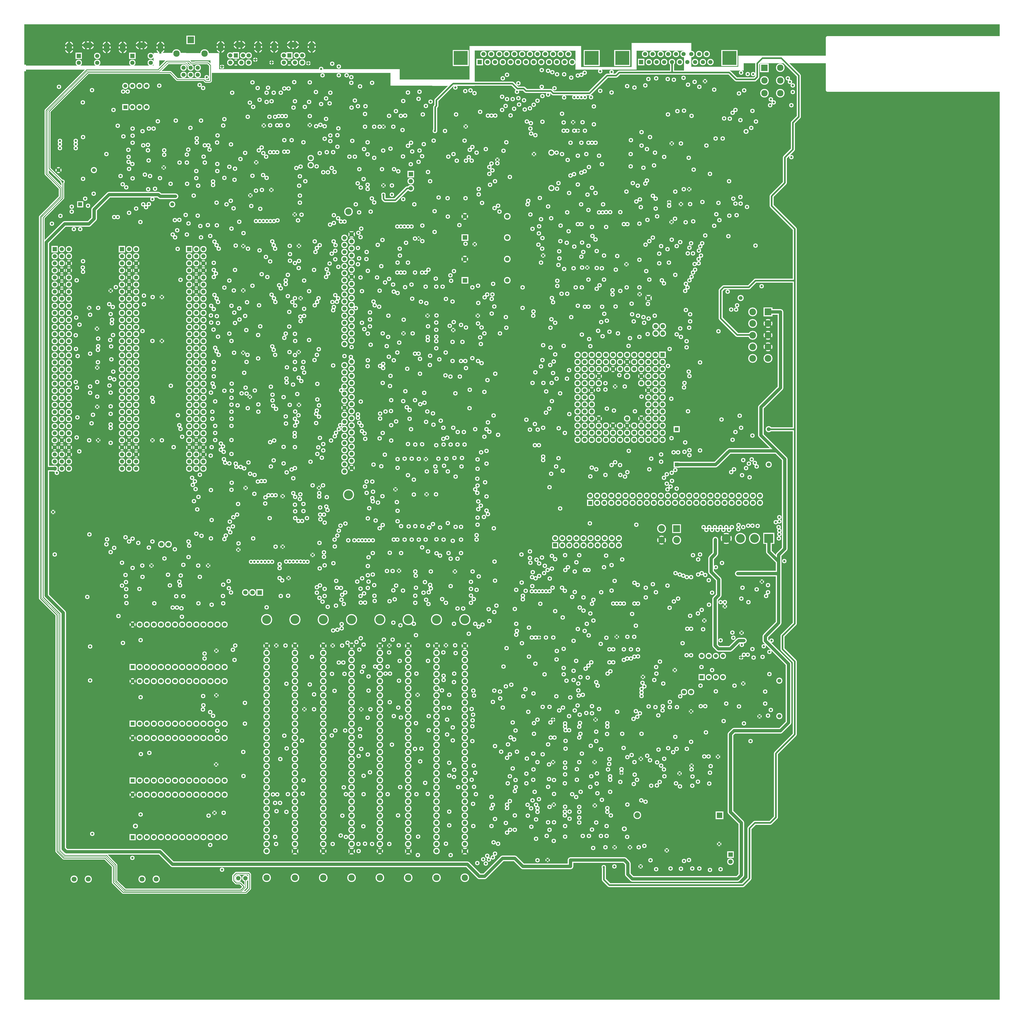
<source format=gbr>
%FSLAX34Y34*%
%MOMM*%
%LNCOPPER_INNER2*%
G71*
G01*
%ADD10C,1.600*%
%ADD11C,1.800*%
%ADD12C,2.200*%
%ADD13C,2.300*%
%ADD14C,2.320*%
%ADD15C,4.000*%
%ADD16C,3.100*%
%ADD17C,4.000*%
%ADD18C,3.100*%
%ADD19C,2.400*%
%ADD20C,2.200*%
%ADD21C,2.800*%
%ADD22C,3.200*%
%ADD23C,4.000*%
%ADD24C,2.320*%
%ADD25C,2.900*%
%ADD26C,2.400*%
%ADD27C,2.600*%
%ADD28C,3.100*%
%ADD29C,0.100*%
%ADD30C,0.950*%
%ADD31C,1.050*%
%ADD32C,2.000*%
%ADD33C,1.400*%
%ADD34C,1.200*%
%ADD35C,0.467*%
%ADD36C,0.500*%
%ADD37C,0.507*%
%ADD38C,0.533*%
%ADD39C,0.667*%
%ADD40C,0.800*%
%ADD41C,1.067*%
%ADD42C,0.700*%
%ADD43C,0.600*%
%ADD44C,0.767*%
%ADD45C,0.267*%
%ADD46C,0.293*%
%ADD47C,0.800*%
%ADD48C,1.000*%
%ADD49C,1.400*%
%ADD50C,1.500*%
%ADD51C,1.520*%
%ADD52C,3.200*%
%ADD53C,2.300*%
%ADD54C,3.200*%
%ADD55C,2.300*%
%ADD56C,1.600*%
%ADD57C,1.400*%
%ADD58C,2.000*%
%ADD59C,2.400*%
%ADD60C,3.200*%
%ADD61C,1.520*%
%ADD62C,2.100*%
%ADD63C,1.600*%
%ADD64C,1.800*%
%ADD65C,2.300*%
%ADD66C,0.150*%
%ADD67C,0.250*%
%LPD*%
G36*
X0Y-125D02*
X3500000Y-125D01*
X3500000Y-3500125D01*
X0Y-3500125D01*
X0Y-125D01*
G37*
%LPC*%
X210344Y-554831D02*
G54D10*
D03*
X2590006Y-384969D02*
G54D11*
D03*
X1584325Y-1233884D02*
G54D10*
D03*
X398462Y-2876947D02*
G54D11*
D03*
X2153047Y-2887662D02*
G54D11*
D03*
G36*
X377144Y-2295638D02*
X399144Y-2295638D01*
X399144Y-2317638D01*
X377144Y-2317638D01*
X377144Y-2295638D01*
G37*
X413544Y-2306638D02*
G54D12*
D03*
X438944Y-2306638D02*
G54D12*
D03*
X464344Y-2306638D02*
G54D12*
D03*
X489744Y-2306638D02*
G54D12*
D03*
X515144Y-2306638D02*
G54D12*
D03*
X540544Y-2306638D02*
G54D12*
D03*
X565944Y-2306638D02*
G54D12*
D03*
X591344Y-2306638D02*
G54D12*
D03*
X616744Y-2306638D02*
G54D12*
D03*
X642144Y-2306638D02*
G54D12*
D03*
X667544Y-2306638D02*
G54D12*
D03*
X692944Y-2306638D02*
G54D12*
D03*
X718343Y-2306638D02*
G54D12*
D03*
X718344Y-2154238D02*
G54D12*
D03*
X692944Y-2154238D02*
G54D12*
D03*
X667544Y-2154238D02*
G54D12*
D03*
X642144Y-2154238D02*
G54D12*
D03*
X616744Y-2154238D02*
G54D12*
D03*
X591344Y-2154238D02*
G54D12*
D03*
X565944Y-2154238D02*
G54D12*
D03*
X540544Y-2154238D02*
G54D12*
D03*
X515144Y-2154238D02*
G54D12*
D03*
X489744Y-2154238D02*
G54D12*
D03*
X464344Y-2154238D02*
G54D12*
D03*
X438944Y-2154238D02*
G54D12*
D03*
X413544Y-2154238D02*
G54D12*
D03*
X388144Y-2154238D02*
G54D12*
D03*
G36*
X377144Y-2498854D02*
X399144Y-2498854D01*
X399144Y-2520854D01*
X377144Y-2520854D01*
X377144Y-2498854D01*
G37*
X413544Y-2509854D02*
G54D12*
D03*
X438944Y-2509854D02*
G54D12*
D03*
X464344Y-2509854D02*
G54D12*
D03*
X489744Y-2509854D02*
G54D12*
D03*
X515144Y-2509854D02*
G54D12*
D03*
X540544Y-2509854D02*
G54D12*
D03*
X565944Y-2509854D02*
G54D12*
D03*
X591344Y-2509854D02*
G54D12*
D03*
X616744Y-2509854D02*
G54D12*
D03*
X642144Y-2509854D02*
G54D12*
D03*
X667544Y-2509854D02*
G54D12*
D03*
X692944Y-2509854D02*
G54D12*
D03*
X718343Y-2509854D02*
G54D12*
D03*
X718344Y-2357454D02*
G54D12*
D03*
X692944Y-2357454D02*
G54D12*
D03*
X667544Y-2357454D02*
G54D12*
D03*
X642144Y-2357454D02*
G54D12*
D03*
X616744Y-2357454D02*
G54D12*
D03*
X591344Y-2357454D02*
G54D12*
D03*
X565944Y-2357454D02*
G54D12*
D03*
X540544Y-2357454D02*
G54D12*
D03*
X515144Y-2357454D02*
G54D12*
D03*
X489744Y-2357454D02*
G54D12*
D03*
X464344Y-2357454D02*
G54D12*
D03*
X438944Y-2357454D02*
G54D12*
D03*
X413544Y-2357454D02*
G54D12*
D03*
X388144Y-2357453D02*
G54D12*
D03*
G36*
X377144Y-2702864D02*
X399144Y-2702864D01*
X399144Y-2724864D01*
X377144Y-2724864D01*
X377144Y-2702864D01*
G37*
X413544Y-2713864D02*
G54D12*
D03*
X438944Y-2713864D02*
G54D12*
D03*
X464344Y-2713864D02*
G54D12*
D03*
X489744Y-2713864D02*
G54D12*
D03*
X515144Y-2713864D02*
G54D12*
D03*
X540544Y-2713864D02*
G54D12*
D03*
X565944Y-2713864D02*
G54D12*
D03*
X591344Y-2713864D02*
G54D12*
D03*
X616744Y-2713864D02*
G54D12*
D03*
X642144Y-2713864D02*
G54D12*
D03*
X667544Y-2713864D02*
G54D12*
D03*
X692944Y-2713864D02*
G54D12*
D03*
X718343Y-2713864D02*
G54D12*
D03*
X718344Y-2561464D02*
G54D12*
D03*
X692944Y-2561464D02*
G54D12*
D03*
X667544Y-2561464D02*
G54D12*
D03*
X642144Y-2561464D02*
G54D12*
D03*
X616744Y-2561464D02*
G54D12*
D03*
X591344Y-2561464D02*
G54D12*
D03*
X565944Y-2561464D02*
G54D12*
D03*
X540544Y-2561464D02*
G54D12*
D03*
X515144Y-2561464D02*
G54D12*
D03*
X489744Y-2561464D02*
G54D12*
D03*
X464344Y-2561464D02*
G54D12*
D03*
X438944Y-2561464D02*
G54D12*
D03*
X413544Y-2561464D02*
G54D12*
D03*
X388144Y-2561464D02*
G54D12*
D03*
G36*
X377144Y-2906476D02*
X399144Y-2906476D01*
X399144Y-2928476D01*
X377144Y-2928476D01*
X377144Y-2906476D01*
G37*
X413544Y-2917476D02*
G54D12*
D03*
X438944Y-2917476D02*
G54D12*
D03*
X464344Y-2917476D02*
G54D12*
D03*
X489744Y-2917476D02*
G54D12*
D03*
X515144Y-2917476D02*
G54D12*
D03*
X540544Y-2917476D02*
G54D12*
D03*
X565944Y-2917476D02*
G54D12*
D03*
X591344Y-2917476D02*
G54D12*
D03*
X616744Y-2917476D02*
G54D12*
D03*
X642144Y-2917476D02*
G54D12*
D03*
X667544Y-2917476D02*
G54D12*
D03*
X692944Y-2917476D02*
G54D12*
D03*
X718343Y-2917477D02*
G54D12*
D03*
X718344Y-2765076D02*
G54D12*
D03*
X692944Y-2765076D02*
G54D12*
D03*
X667544Y-2765076D02*
G54D12*
D03*
X642144Y-2765076D02*
G54D12*
D03*
X616744Y-2765076D02*
G54D12*
D03*
X591344Y-2765076D02*
G54D12*
D03*
X565944Y-2765076D02*
G54D12*
D03*
X540544Y-2765076D02*
G54D12*
D03*
X515144Y-2765076D02*
G54D12*
D03*
X489744Y-2765076D02*
G54D12*
D03*
X464344Y-2765076D02*
G54D12*
D03*
X438944Y-2765076D02*
G54D12*
D03*
X413544Y-2765076D02*
G54D12*
D03*
X388144Y-2765077D02*
G54D12*
D03*
X108744Y-1543844D02*
G54D13*
D03*
X108744Y-1518444D02*
G54D13*
D03*
X108744Y-1493044D02*
G54D13*
D03*
X108744Y-1467644D02*
G54D13*
D03*
X108744Y-1442244D02*
G54D13*
D03*
X108744Y-1416844D02*
G54D13*
D03*
X108744Y-1391444D02*
G54D13*
D03*
X108744Y-1366043D02*
G54D13*
D03*
X108744Y-1340644D02*
G54D13*
D03*
X108744Y-1315244D02*
G54D13*
D03*
X108744Y-1289844D02*
G54D13*
D03*
X108744Y-1264444D02*
G54D13*
D03*
X108744Y-1239044D02*
G54D13*
D03*
X108744Y-1213644D02*
G54D13*
D03*
X108744Y-1188244D02*
G54D13*
D03*
X108744Y-1162843D02*
G54D13*
D03*
X108744Y-1137443D02*
G54D13*
D03*
X108744Y-1112044D02*
G54D13*
D03*
X108744Y-1086643D02*
G54D13*
D03*
X108744Y-1061244D02*
G54D13*
D03*
X108744Y-1035844D02*
G54D13*
D03*
X108744Y-1010444D02*
G54D13*
D03*
X108744Y-985044D02*
G54D13*
D03*
X108744Y-959644D02*
G54D13*
D03*
X108744Y-934244D02*
G54D13*
D03*
X108744Y-908844D02*
G54D13*
D03*
X108744Y-883444D02*
G54D13*
D03*
X108744Y-858044D02*
G54D13*
D03*
X108744Y-832644D02*
G54D13*
D03*
G36*
X97244Y-818744D02*
X97244Y-795744D01*
X120244Y-795744D01*
X120244Y-818744D01*
X97244Y-818744D01*
G37*
X108744Y-1594644D02*
G54D13*
D03*
X108744Y-1569244D02*
G54D13*
D03*
X134144Y-1543844D02*
G54D13*
D03*
X134144Y-1518444D02*
G54D13*
D03*
X134144Y-1493044D02*
G54D13*
D03*
X134144Y-1467644D02*
G54D13*
D03*
X134144Y-1442244D02*
G54D13*
D03*
X134144Y-1416844D02*
G54D13*
D03*
X134144Y-1391444D02*
G54D13*
D03*
X134144Y-1366044D02*
G54D13*
D03*
X134144Y-1340644D02*
G54D13*
D03*
X134144Y-1315244D02*
G54D13*
D03*
X134144Y-1289844D02*
G54D13*
D03*
X134144Y-1264444D02*
G54D13*
D03*
X134144Y-1239044D02*
G54D13*
D03*
X134144Y-1213643D02*
G54D13*
D03*
X134144Y-1188243D02*
G54D13*
D03*
X134144Y-1162843D02*
G54D13*
D03*
X134144Y-1137443D02*
G54D13*
D03*
X134144Y-1112043D02*
G54D13*
D03*
X134144Y-1086643D02*
G54D13*
D03*
X134144Y-1061244D02*
G54D13*
D03*
X134144Y-1035844D02*
G54D13*
D03*
X134144Y-1010444D02*
G54D13*
D03*
X134144Y-985044D02*
G54D13*
D03*
X134144Y-959644D02*
G54D13*
D03*
X134144Y-934244D02*
G54D13*
D03*
X134144Y-908844D02*
G54D13*
D03*
X134144Y-883444D02*
G54D13*
D03*
X134144Y-858044D02*
G54D13*
D03*
X134144Y-832644D02*
G54D13*
D03*
X134144Y-807244D02*
G54D13*
D03*
X134144Y-1594644D02*
G54D13*
D03*
X134144Y-1569244D02*
G54D13*
D03*
X159544Y-1543844D02*
G54D13*
D03*
X159544Y-1518444D02*
G54D13*
D03*
X159544Y-1493044D02*
G54D13*
D03*
X159544Y-1467644D02*
G54D13*
D03*
X159544Y-1442244D02*
G54D13*
D03*
X159544Y-1416844D02*
G54D13*
D03*
X159544Y-1391444D02*
G54D13*
D03*
X159544Y-1366044D02*
G54D13*
D03*
X159544Y-1340644D02*
G54D13*
D03*
X159544Y-1315244D02*
G54D13*
D03*
X159544Y-1289844D02*
G54D13*
D03*
X159544Y-1264444D02*
G54D13*
D03*
X159544Y-1239044D02*
G54D13*
D03*
X159544Y-1213644D02*
G54D13*
D03*
X159544Y-1188244D02*
G54D13*
D03*
X159544Y-1162843D02*
G54D13*
D03*
X159544Y-1137443D02*
G54D13*
D03*
X159544Y-1112044D02*
G54D13*
D03*
X159544Y-1086643D02*
G54D13*
D03*
X159544Y-1061244D02*
G54D13*
D03*
X159544Y-1035844D02*
G54D13*
D03*
X159544Y-1010444D02*
G54D13*
D03*
X159544Y-985044D02*
G54D13*
D03*
X159544Y-959644D02*
G54D13*
D03*
X159544Y-934244D02*
G54D13*
D03*
X159544Y-908844D02*
G54D13*
D03*
X159544Y-883444D02*
G54D13*
D03*
X159544Y-858044D02*
G54D13*
D03*
X159544Y-832644D02*
G54D13*
D03*
X159544Y-807244D02*
G54D13*
D03*
X159544Y-1594644D02*
G54D13*
D03*
X159544Y-1569244D02*
G54D13*
D03*
X350044Y-1543844D02*
G54D13*
D03*
X350044Y-1518444D02*
G54D13*
D03*
X350044Y-1493044D02*
G54D13*
D03*
X350044Y-1467644D02*
G54D13*
D03*
X350044Y-1442244D02*
G54D13*
D03*
X350044Y-1416844D02*
G54D13*
D03*
X350044Y-1391444D02*
G54D13*
D03*
X350044Y-1366043D02*
G54D13*
D03*
X350044Y-1340644D02*
G54D13*
D03*
X350044Y-1315244D02*
G54D13*
D03*
X350044Y-1289844D02*
G54D13*
D03*
X350044Y-1264444D02*
G54D13*
D03*
X350044Y-1239044D02*
G54D13*
D03*
X350044Y-1213644D02*
G54D13*
D03*
X350044Y-1188244D02*
G54D13*
D03*
X350044Y-1162843D02*
G54D13*
D03*
X350044Y-1137443D02*
G54D13*
D03*
X350044Y-1112044D02*
G54D13*
D03*
X350044Y-1086643D02*
G54D13*
D03*
X350044Y-1061244D02*
G54D13*
D03*
X350044Y-1035844D02*
G54D13*
D03*
X350044Y-1010444D02*
G54D13*
D03*
X350044Y-985044D02*
G54D13*
D03*
X350044Y-959644D02*
G54D13*
D03*
X350044Y-934244D02*
G54D13*
D03*
X350044Y-908844D02*
G54D13*
D03*
X350044Y-883444D02*
G54D13*
D03*
X350044Y-858044D02*
G54D13*
D03*
X350044Y-832644D02*
G54D13*
D03*
G36*
X338544Y-818744D02*
X338544Y-795744D01*
X361544Y-795744D01*
X361544Y-818744D01*
X338544Y-818744D01*
G37*
X350044Y-1594644D02*
G54D13*
D03*
X350044Y-1569244D02*
G54D13*
D03*
X375444Y-1543844D02*
G54D13*
D03*
X375444Y-1518444D02*
G54D13*
D03*
X375444Y-1493044D02*
G54D13*
D03*
X375444Y-1467644D02*
G54D13*
D03*
X375444Y-1442244D02*
G54D13*
D03*
X375444Y-1416844D02*
G54D13*
D03*
X375444Y-1391444D02*
G54D13*
D03*
X375444Y-1366044D02*
G54D13*
D03*
X375444Y-1340644D02*
G54D13*
D03*
X375444Y-1315244D02*
G54D13*
D03*
X375444Y-1289844D02*
G54D13*
D03*
X375444Y-1264444D02*
G54D13*
D03*
X375444Y-1239044D02*
G54D13*
D03*
X375444Y-1213643D02*
G54D13*
D03*
X375444Y-1188243D02*
G54D13*
D03*
X375444Y-1162843D02*
G54D13*
D03*
X375444Y-1137443D02*
G54D13*
D03*
X375444Y-1112043D02*
G54D13*
D03*
X375444Y-1086643D02*
G54D13*
D03*
X375444Y-1061244D02*
G54D13*
D03*
X375444Y-1035844D02*
G54D13*
D03*
X375444Y-1010444D02*
G54D13*
D03*
X375444Y-985044D02*
G54D13*
D03*
X375444Y-959644D02*
G54D13*
D03*
X375444Y-934244D02*
G54D13*
D03*
X375444Y-908844D02*
G54D13*
D03*
X375444Y-883444D02*
G54D13*
D03*
X375444Y-858044D02*
G54D13*
D03*
X375444Y-832644D02*
G54D13*
D03*
X375444Y-807244D02*
G54D13*
D03*
X375444Y-1594644D02*
G54D13*
D03*
X375444Y-1569244D02*
G54D13*
D03*
X400844Y-1543844D02*
G54D13*
D03*
X400844Y-1518444D02*
G54D13*
D03*
X400844Y-1493044D02*
G54D13*
D03*
X400844Y-1467644D02*
G54D13*
D03*
X400844Y-1442244D02*
G54D13*
D03*
X400844Y-1416844D02*
G54D13*
D03*
X400844Y-1391444D02*
G54D13*
D03*
X400844Y-1366044D02*
G54D13*
D03*
X400844Y-1340644D02*
G54D13*
D03*
X400844Y-1315244D02*
G54D13*
D03*
X400844Y-1289844D02*
G54D13*
D03*
X400844Y-1264444D02*
G54D13*
D03*
X400844Y-1239044D02*
G54D13*
D03*
X400844Y-1213644D02*
G54D13*
D03*
X400844Y-1188244D02*
G54D13*
D03*
X400844Y-1162843D02*
G54D13*
D03*
X400844Y-1137443D02*
G54D13*
D03*
X400844Y-1112044D02*
G54D13*
D03*
X400844Y-1086643D02*
G54D13*
D03*
X400844Y-1061244D02*
G54D13*
D03*
X400844Y-1035844D02*
G54D13*
D03*
X400844Y-1010444D02*
G54D13*
D03*
X400844Y-985044D02*
G54D13*
D03*
X400844Y-959644D02*
G54D13*
D03*
X400844Y-934244D02*
G54D13*
D03*
X400844Y-908844D02*
G54D13*
D03*
X400844Y-883444D02*
G54D13*
D03*
X400844Y-858044D02*
G54D13*
D03*
X400844Y-832644D02*
G54D13*
D03*
X400844Y-807244D02*
G54D13*
D03*
X400844Y-1594644D02*
G54D13*
D03*
X400844Y-1569244D02*
G54D13*
D03*
X591344Y-1543844D02*
G54D13*
D03*
X591344Y-1518444D02*
G54D13*
D03*
X591344Y-1493044D02*
G54D13*
D03*
X591344Y-1467644D02*
G54D13*
D03*
X591344Y-1442244D02*
G54D13*
D03*
X591344Y-1416844D02*
G54D13*
D03*
X591344Y-1391444D02*
G54D13*
D03*
X591344Y-1366043D02*
G54D13*
D03*
X591344Y-1340644D02*
G54D13*
D03*
X591344Y-1315244D02*
G54D13*
D03*
X591344Y-1289844D02*
G54D13*
D03*
X591344Y-1264444D02*
G54D13*
D03*
X591344Y-1239044D02*
G54D13*
D03*
X591344Y-1213644D02*
G54D13*
D03*
X591344Y-1188244D02*
G54D13*
D03*
X591344Y-1162843D02*
G54D13*
D03*
X591344Y-1137443D02*
G54D13*
D03*
X591344Y-1112044D02*
G54D13*
D03*
X591344Y-1086643D02*
G54D13*
D03*
X591344Y-1061244D02*
G54D13*
D03*
X591344Y-1035844D02*
G54D13*
D03*
X591344Y-1010444D02*
G54D13*
D03*
X591344Y-985044D02*
G54D13*
D03*
X591344Y-959644D02*
G54D13*
D03*
X591344Y-934244D02*
G54D13*
D03*
X591344Y-908844D02*
G54D13*
D03*
X591344Y-883444D02*
G54D13*
D03*
X591344Y-858044D02*
G54D13*
D03*
X591344Y-832644D02*
G54D13*
D03*
G36*
X579844Y-818744D02*
X579844Y-795744D01*
X602844Y-795744D01*
X602844Y-818744D01*
X579844Y-818744D01*
G37*
X591344Y-1594644D02*
G54D13*
D03*
X591344Y-1569244D02*
G54D13*
D03*
X616744Y-1543844D02*
G54D13*
D03*
X616744Y-1518444D02*
G54D13*
D03*
X616744Y-1493044D02*
G54D13*
D03*
X616744Y-1467644D02*
G54D13*
D03*
X616744Y-1442244D02*
G54D13*
D03*
X616744Y-1416844D02*
G54D13*
D03*
X616744Y-1391444D02*
G54D13*
D03*
X616744Y-1366044D02*
G54D13*
D03*
X616744Y-1340644D02*
G54D13*
D03*
X616744Y-1315244D02*
G54D13*
D03*
X616744Y-1289844D02*
G54D13*
D03*
X616744Y-1264444D02*
G54D13*
D03*
X616744Y-1239044D02*
G54D13*
D03*
X616744Y-1213643D02*
G54D13*
D03*
X616744Y-1188243D02*
G54D13*
D03*
X616744Y-1162843D02*
G54D13*
D03*
X616744Y-1137443D02*
G54D13*
D03*
X616744Y-1112043D02*
G54D13*
D03*
X616744Y-1086643D02*
G54D13*
D03*
X616744Y-1061244D02*
G54D13*
D03*
X616744Y-1035844D02*
G54D13*
D03*
X616744Y-1010444D02*
G54D13*
D03*
X616744Y-985044D02*
G54D13*
D03*
X616744Y-959644D02*
G54D13*
D03*
X616744Y-934244D02*
G54D13*
D03*
X616744Y-908844D02*
G54D13*
D03*
X616744Y-883444D02*
G54D13*
D03*
X616744Y-858044D02*
G54D13*
D03*
X616744Y-832644D02*
G54D13*
D03*
X616744Y-807244D02*
G54D13*
D03*
X616744Y-1594644D02*
G54D13*
D03*
X616744Y-1569244D02*
G54D13*
D03*
X642144Y-1543844D02*
G54D13*
D03*
X642144Y-1518444D02*
G54D13*
D03*
X642144Y-1493044D02*
G54D13*
D03*
X642144Y-1467644D02*
G54D13*
D03*
X642144Y-1442244D02*
G54D13*
D03*
X642144Y-1416844D02*
G54D13*
D03*
X642144Y-1391444D02*
G54D13*
D03*
X642144Y-1366044D02*
G54D13*
D03*
X642144Y-1340644D02*
G54D13*
D03*
X642144Y-1315244D02*
G54D13*
D03*
X642144Y-1289844D02*
G54D13*
D03*
X642144Y-1264444D02*
G54D13*
D03*
X642144Y-1239044D02*
G54D13*
D03*
X642144Y-1213644D02*
G54D13*
D03*
X642144Y-1188244D02*
G54D13*
D03*
X642144Y-1162843D02*
G54D13*
D03*
X642144Y-1137443D02*
G54D13*
D03*
X642144Y-1112044D02*
G54D13*
D03*
X642144Y-1086643D02*
G54D13*
D03*
X642144Y-1061244D02*
G54D13*
D03*
X642144Y-1035844D02*
G54D13*
D03*
X642144Y-1010444D02*
G54D13*
D03*
X642144Y-985044D02*
G54D13*
D03*
X642144Y-959644D02*
G54D13*
D03*
X642144Y-934244D02*
G54D13*
D03*
X642144Y-908844D02*
G54D13*
D03*
X642144Y-883444D02*
G54D13*
D03*
X642144Y-858044D02*
G54D13*
D03*
X642144Y-832644D02*
G54D13*
D03*
X642144Y-807244D02*
G54D13*
D03*
X642144Y-1594644D02*
G54D13*
D03*
X642144Y-1569244D02*
G54D13*
D03*
G36*
X959553Y-2978637D02*
X959553Y-2955437D01*
X982753Y-2955437D01*
X982753Y-2978637D01*
X959553Y-2978637D01*
G37*
X971153Y-2941638D02*
G54D14*
D03*
X971153Y-2916238D02*
G54D14*
D03*
X971153Y-2890838D02*
G54D14*
D03*
X971153Y-2865438D02*
G54D14*
D03*
X971153Y-2840038D02*
G54D14*
D03*
X971153Y-2814638D02*
G54D14*
D03*
X971153Y-2789238D02*
G54D14*
D03*
X971153Y-2763838D02*
G54D14*
D03*
X971153Y-2738438D02*
G54D14*
D03*
X971153Y-2713038D02*
G54D14*
D03*
X971153Y-2687638D02*
G54D14*
D03*
X971153Y-2662238D02*
G54D14*
D03*
X971153Y-2636838D02*
G54D14*
D03*
X971153Y-2611438D02*
G54D14*
D03*
X971153Y-2586038D02*
G54D14*
D03*
X971153Y-2560638D02*
G54D14*
D03*
X971153Y-2535238D02*
G54D14*
D03*
X971153Y-2509838D02*
G54D14*
D03*
X971153Y-2484438D02*
G54D14*
D03*
X971153Y-2459038D02*
G54D14*
D03*
X971153Y-2433638D02*
G54D14*
D03*
X971153Y-2408238D02*
G54D14*
D03*
X971153Y-2382838D02*
G54D14*
D03*
X971153Y-2357438D02*
G54D14*
D03*
X971153Y-2332038D02*
G54D14*
D03*
X971153Y-2306638D02*
G54D14*
D03*
X971153Y-2281238D02*
G54D14*
D03*
X971153Y-2255838D02*
G54D14*
D03*
X971153Y-2230437D02*
G54D14*
D03*
X869553Y-2967038D02*
G54D14*
D03*
X869553Y-2941638D02*
G54D14*
D03*
X869553Y-2916238D02*
G54D14*
D03*
X869553Y-2890838D02*
G54D14*
D03*
X869553Y-2865438D02*
G54D14*
D03*
X869553Y-2840038D02*
G54D14*
D03*
X869553Y-2814638D02*
G54D14*
D03*
X869553Y-2789238D02*
G54D14*
D03*
X869553Y-2763838D02*
G54D14*
D03*
X869553Y-2738438D02*
G54D14*
D03*
X869553Y-2713038D02*
G54D14*
D03*
X869553Y-2687638D02*
G54D14*
D03*
X869553Y-2662238D02*
G54D14*
D03*
X869553Y-2636838D02*
G54D14*
D03*
X869553Y-2611438D02*
G54D14*
D03*
X869553Y-2586038D02*
G54D14*
D03*
X869553Y-2560638D02*
G54D14*
D03*
X869553Y-2535238D02*
G54D14*
D03*
X869553Y-2509838D02*
G54D14*
D03*
X869553Y-2484438D02*
G54D14*
D03*
X869553Y-2459038D02*
G54D14*
D03*
X869553Y-2433638D02*
G54D14*
D03*
X869553Y-2408238D02*
G54D14*
D03*
X869553Y-2382838D02*
G54D14*
D03*
X869553Y-2357438D02*
G54D14*
D03*
X869553Y-2332038D02*
G54D14*
D03*
X869553Y-2306638D02*
G54D14*
D03*
X869553Y-2281238D02*
G54D14*
D03*
X869553Y-2255838D02*
G54D14*
D03*
X869553Y-2230437D02*
G54D14*
D03*
X869553Y-2136776D02*
G54D15*
D03*
X971153Y-2136776D02*
G54D15*
D03*
X869553Y-3062288D02*
G54D16*
D03*
X971153Y-3062288D02*
G54D16*
D03*
G36*
X1162753Y-2978637D02*
X1162753Y-2955437D01*
X1185953Y-2955437D01*
X1185953Y-2978637D01*
X1162753Y-2978637D01*
G37*
X1174353Y-2941638D02*
G54D14*
D03*
X1174353Y-2916238D02*
G54D14*
D03*
X1174353Y-2890838D02*
G54D14*
D03*
X1174353Y-2865438D02*
G54D14*
D03*
X1174353Y-2840038D02*
G54D14*
D03*
X1174353Y-2814638D02*
G54D14*
D03*
X1174353Y-2789238D02*
G54D14*
D03*
X1174353Y-2763838D02*
G54D14*
D03*
X1174353Y-2738438D02*
G54D14*
D03*
X1174353Y-2713038D02*
G54D14*
D03*
X1174353Y-2687638D02*
G54D14*
D03*
X1174353Y-2662238D02*
G54D14*
D03*
X1174353Y-2636838D02*
G54D14*
D03*
X1174353Y-2611438D02*
G54D14*
D03*
X1174353Y-2586038D02*
G54D14*
D03*
X1174353Y-2560638D02*
G54D14*
D03*
X1174353Y-2535238D02*
G54D14*
D03*
X1174353Y-2509838D02*
G54D14*
D03*
X1174353Y-2484438D02*
G54D14*
D03*
X1174353Y-2459038D02*
G54D14*
D03*
X1174353Y-2433638D02*
G54D14*
D03*
X1174353Y-2408238D02*
G54D14*
D03*
X1174353Y-2382838D02*
G54D14*
D03*
X1174353Y-2357438D02*
G54D14*
D03*
X1174353Y-2332038D02*
G54D14*
D03*
X1174353Y-2306638D02*
G54D14*
D03*
X1174353Y-2281238D02*
G54D14*
D03*
X1174353Y-2255838D02*
G54D14*
D03*
X1174353Y-2230437D02*
G54D14*
D03*
X1072753Y-2967037D02*
G54D14*
D03*
X1072753Y-2941638D02*
G54D14*
D03*
X1072753Y-2916238D02*
G54D14*
D03*
X1072753Y-2890838D02*
G54D14*
D03*
X1072753Y-2865438D02*
G54D14*
D03*
X1072753Y-2840038D02*
G54D14*
D03*
X1072753Y-2814638D02*
G54D14*
D03*
X1072753Y-2789238D02*
G54D14*
D03*
X1072753Y-2763838D02*
G54D14*
D03*
X1072753Y-2738438D02*
G54D14*
D03*
X1072753Y-2713038D02*
G54D14*
D03*
X1072753Y-2687638D02*
G54D14*
D03*
X1072753Y-2662238D02*
G54D14*
D03*
X1072753Y-2636838D02*
G54D14*
D03*
X1072753Y-2611438D02*
G54D14*
D03*
X1072753Y-2586038D02*
G54D14*
D03*
X1072753Y-2560638D02*
G54D14*
D03*
X1072753Y-2535238D02*
G54D14*
D03*
X1072753Y-2509838D02*
G54D14*
D03*
X1072753Y-2484438D02*
G54D14*
D03*
X1072753Y-2459038D02*
G54D14*
D03*
X1072753Y-2433638D02*
G54D14*
D03*
X1072753Y-2408238D02*
G54D14*
D03*
X1072753Y-2382838D02*
G54D14*
D03*
X1072753Y-2357438D02*
G54D14*
D03*
X1072753Y-2332038D02*
G54D14*
D03*
X1072753Y-2306638D02*
G54D14*
D03*
X1072753Y-2281238D02*
G54D14*
D03*
X1072753Y-2255838D02*
G54D14*
D03*
X1072753Y-2230437D02*
G54D14*
D03*
X1072753Y-2136776D02*
G54D15*
D03*
X1174353Y-2136776D02*
G54D15*
D03*
X1072753Y-3062288D02*
G54D16*
D03*
X1174353Y-3062288D02*
G54D16*
D03*
G36*
X1365953Y-2978637D02*
X1365953Y-2955437D01*
X1389153Y-2955437D01*
X1389153Y-2978637D01*
X1365953Y-2978637D01*
G37*
X1377553Y-2941638D02*
G54D14*
D03*
X1377553Y-2916238D02*
G54D14*
D03*
X1377553Y-2890838D02*
G54D14*
D03*
X1377553Y-2865438D02*
G54D14*
D03*
X1377553Y-2840038D02*
G54D14*
D03*
X1377553Y-2814638D02*
G54D14*
D03*
X1377553Y-2789238D02*
G54D14*
D03*
X1377553Y-2763838D02*
G54D14*
D03*
X1377553Y-2738438D02*
G54D14*
D03*
X1377553Y-2713038D02*
G54D14*
D03*
X1377553Y-2687638D02*
G54D14*
D03*
X1377553Y-2662238D02*
G54D14*
D03*
X1377553Y-2636838D02*
G54D14*
D03*
X1377553Y-2611438D02*
G54D14*
D03*
X1377553Y-2586038D02*
G54D14*
D03*
X1377553Y-2560638D02*
G54D14*
D03*
X1377553Y-2535238D02*
G54D14*
D03*
X1377553Y-2509838D02*
G54D14*
D03*
X1377553Y-2484438D02*
G54D14*
D03*
X1377553Y-2459038D02*
G54D14*
D03*
X1377553Y-2433638D02*
G54D14*
D03*
X1377553Y-2408238D02*
G54D14*
D03*
X1377553Y-2382838D02*
G54D14*
D03*
X1377553Y-2357438D02*
G54D14*
D03*
X1377553Y-2332038D02*
G54D14*
D03*
X1377553Y-2306638D02*
G54D14*
D03*
X1377553Y-2281238D02*
G54D14*
D03*
X1377553Y-2255838D02*
G54D14*
D03*
X1377553Y-2230437D02*
G54D14*
D03*
X1275953Y-2967037D02*
G54D14*
D03*
X1275953Y-2941638D02*
G54D14*
D03*
X1275953Y-2916238D02*
G54D14*
D03*
X1275953Y-2890838D02*
G54D14*
D03*
X1275953Y-2865438D02*
G54D14*
D03*
X1275953Y-2840038D02*
G54D14*
D03*
X1275953Y-2814638D02*
G54D14*
D03*
X1275953Y-2789238D02*
G54D14*
D03*
X1275953Y-2763838D02*
G54D14*
D03*
X1275953Y-2738438D02*
G54D14*
D03*
X1275953Y-2713038D02*
G54D14*
D03*
X1275953Y-2687638D02*
G54D14*
D03*
X1275953Y-2662238D02*
G54D14*
D03*
X1275953Y-2636838D02*
G54D14*
D03*
X1275953Y-2611438D02*
G54D14*
D03*
X1275953Y-2586038D02*
G54D14*
D03*
X1275953Y-2560638D02*
G54D14*
D03*
X1275953Y-2535238D02*
G54D14*
D03*
X1275953Y-2509838D02*
G54D14*
D03*
X1275953Y-2484438D02*
G54D14*
D03*
X1275953Y-2459038D02*
G54D14*
D03*
X1275953Y-2433638D02*
G54D14*
D03*
X1275953Y-2408238D02*
G54D14*
D03*
X1275953Y-2382838D02*
G54D14*
D03*
X1275953Y-2357438D02*
G54D14*
D03*
X1275953Y-2332038D02*
G54D14*
D03*
X1275953Y-2306638D02*
G54D14*
D03*
X1275953Y-2281238D02*
G54D14*
D03*
X1275953Y-2255838D02*
G54D14*
D03*
X1275953Y-2230437D02*
G54D14*
D03*
X1275953Y-2136776D02*
G54D15*
D03*
X1377553Y-2136776D02*
G54D15*
D03*
X1275953Y-3062288D02*
G54D16*
D03*
X1377553Y-3062288D02*
G54D16*
D03*
G36*
X1569153Y-2978637D02*
X1569153Y-2955437D01*
X1592353Y-2955437D01*
X1592353Y-2978637D01*
X1569153Y-2978637D01*
G37*
X1580753Y-2941638D02*
G54D14*
D03*
X1580753Y-2916238D02*
G54D14*
D03*
X1580753Y-2890838D02*
G54D14*
D03*
X1580753Y-2865438D02*
G54D14*
D03*
X1580753Y-2840038D02*
G54D14*
D03*
X1580753Y-2814638D02*
G54D14*
D03*
X1580753Y-2789238D02*
G54D14*
D03*
X1580753Y-2763838D02*
G54D14*
D03*
X1580753Y-2738438D02*
G54D14*
D03*
X1580753Y-2713038D02*
G54D14*
D03*
X1580753Y-2687638D02*
G54D14*
D03*
X1580753Y-2662238D02*
G54D14*
D03*
X1580753Y-2636838D02*
G54D14*
D03*
X1580753Y-2611438D02*
G54D14*
D03*
X1580753Y-2586038D02*
G54D14*
D03*
X1580753Y-2560638D02*
G54D14*
D03*
X1580753Y-2535238D02*
G54D14*
D03*
X1580753Y-2509838D02*
G54D14*
D03*
X1580753Y-2484438D02*
G54D14*
D03*
X1580753Y-2459038D02*
G54D14*
D03*
X1580753Y-2433638D02*
G54D14*
D03*
X1580753Y-2408238D02*
G54D14*
D03*
X1580753Y-2382838D02*
G54D14*
D03*
X1580753Y-2357438D02*
G54D14*
D03*
X1580753Y-2332038D02*
G54D14*
D03*
X1580753Y-2306638D02*
G54D14*
D03*
X1580753Y-2281238D02*
G54D14*
D03*
X1580753Y-2255838D02*
G54D14*
D03*
X1580753Y-2230437D02*
G54D14*
D03*
X1479153Y-2967038D02*
G54D14*
D03*
X1479153Y-2941638D02*
G54D14*
D03*
X1479153Y-2916238D02*
G54D14*
D03*
X1479153Y-2890838D02*
G54D14*
D03*
X1479153Y-2865438D02*
G54D14*
D03*
X1479153Y-2840038D02*
G54D14*
D03*
X1479153Y-2814638D02*
G54D14*
D03*
X1479153Y-2789238D02*
G54D14*
D03*
X1479153Y-2763838D02*
G54D14*
D03*
X1479153Y-2738438D02*
G54D14*
D03*
X1479153Y-2713038D02*
G54D14*
D03*
X1479153Y-2687638D02*
G54D14*
D03*
X1479153Y-2662238D02*
G54D14*
D03*
X1479153Y-2636838D02*
G54D14*
D03*
X1479153Y-2611438D02*
G54D14*
D03*
X1479153Y-2586038D02*
G54D14*
D03*
X1479153Y-2560638D02*
G54D14*
D03*
X1479153Y-2535238D02*
G54D14*
D03*
X1479153Y-2509838D02*
G54D14*
D03*
X1479153Y-2484438D02*
G54D14*
D03*
X1479153Y-2459038D02*
G54D14*
D03*
X1479153Y-2433638D02*
G54D14*
D03*
X1479153Y-2408238D02*
G54D14*
D03*
X1479153Y-2382838D02*
G54D14*
D03*
X1479153Y-2357438D02*
G54D14*
D03*
X1479153Y-2332038D02*
G54D14*
D03*
X1479153Y-2306638D02*
G54D14*
D03*
X1479153Y-2281238D02*
G54D14*
D03*
X1479153Y-2255838D02*
G54D14*
D03*
X1479153Y-2230437D02*
G54D14*
D03*
X1479153Y-2136776D02*
G54D15*
D03*
X1580753Y-2136776D02*
G54D15*
D03*
X1479153Y-3062288D02*
G54D16*
D03*
X1580753Y-3062288D02*
G54D16*
D03*
X1174269Y-931956D02*
G54D14*
D03*
X1174269Y-957356D02*
G54D14*
D03*
X1174269Y-982756D02*
G54D14*
D03*
X1174269Y-1008156D02*
G54D14*
D03*
X1174269Y-1033556D02*
G54D14*
D03*
X1174269Y-1058956D02*
G54D14*
D03*
X1174269Y-1084356D02*
G54D14*
D03*
X1174269Y-1109756D02*
G54D14*
D03*
X1174269Y-1135156D02*
G54D14*
D03*
X1174268Y-1211357D02*
G54D14*
D03*
X1174269Y-1236756D02*
G54D14*
D03*
X1174269Y-1262156D02*
G54D14*
D03*
X1174269Y-1287556D02*
G54D14*
D03*
X1174269Y-1312956D02*
G54D14*
D03*
X1174268Y-1338356D02*
G54D14*
D03*
X1174269Y-1363756D02*
G54D14*
D03*
X1174269Y-1389156D02*
G54D14*
D03*
X1174269Y-1414557D02*
G54D14*
D03*
X1174269Y-1439957D02*
G54D14*
D03*
X1174269Y-1465356D02*
G54D14*
D03*
X1174269Y-1490756D02*
G54D14*
D03*
X1174269Y-1516156D02*
G54D14*
D03*
X1174269Y-1541556D02*
G54D14*
D03*
X1174269Y-1566956D02*
G54D14*
D03*
X1174269Y-1592357D02*
G54D14*
D03*
X1148869Y-944656D02*
G54D14*
D03*
X1148869Y-970056D02*
G54D14*
D03*
X1148869Y-995456D02*
G54D14*
D03*
X1148869Y-1020856D02*
G54D14*
D03*
X1148869Y-1046256D02*
G54D14*
D03*
X1148869Y-1071656D02*
G54D14*
D03*
X1148869Y-1097057D02*
G54D14*
D03*
X1148869Y-1122457D02*
G54D14*
D03*
X1148869Y-1147857D02*
G54D14*
D03*
X1148869Y-1224057D02*
G54D14*
D03*
X1148869Y-1249456D02*
G54D14*
D03*
X1148869Y-1274856D02*
G54D14*
D03*
X1148869Y-1300256D02*
G54D14*
D03*
X1148869Y-1325656D02*
G54D14*
D03*
X1148869Y-1351056D02*
G54D14*
D03*
X1148869Y-1376457D02*
G54D14*
D03*
X1148868Y-1401857D02*
G54D14*
D03*
X1148868Y-1427256D02*
G54D14*
D03*
X1148869Y-1452657D02*
G54D14*
D03*
X1148869Y-1478056D02*
G54D14*
D03*
X1148869Y-1503456D02*
G54D14*
D03*
X1148869Y-1528856D02*
G54D14*
D03*
X1148869Y-1554256D02*
G54D14*
D03*
X1148869Y-1579656D02*
G54D14*
D03*
X1148869Y-1605057D02*
G54D14*
D03*
G36*
X1185869Y-742557D02*
X1185869Y-765757D01*
X1162669Y-765757D01*
X1162669Y-742557D01*
X1185869Y-742557D01*
G37*
X1174269Y-779556D02*
G54D14*
D03*
X1174269Y-804957D02*
G54D14*
D03*
X1174269Y-830356D02*
G54D14*
D03*
X1174269Y-855757D02*
G54D14*
D03*
X1174269Y-881156D02*
G54D14*
D03*
X1174269Y-906557D02*
G54D14*
D03*
X1148869Y-766856D02*
G54D14*
D03*
X1148869Y-792257D02*
G54D14*
D03*
X1148869Y-817656D02*
G54D14*
D03*
X1148869Y-843056D02*
G54D14*
D03*
X1148869Y-868457D02*
G54D14*
D03*
X1148869Y-893856D02*
G54D14*
D03*
X1148869Y-919256D02*
G54D14*
D03*
X1162637Y-1688933D02*
G54D17*
D03*
X1162637Y-672734D02*
G54D18*
D03*
G36*
X1374681Y-525964D02*
X1398681Y-525964D01*
X1398681Y-549964D01*
X1374681Y-549964D01*
X1374681Y-525964D01*
G37*
X1386681Y-563364D02*
G54D19*
D03*
X1386681Y-588764D02*
G54D19*
D03*
G36*
X351347Y-286656D02*
X373347Y-286656D01*
X373347Y-308656D01*
X351347Y-308656D01*
X351347Y-286656D01*
G37*
X387747Y-297656D02*
G54D12*
D03*
X413147Y-297656D02*
G54D12*
D03*
X438546Y-297656D02*
G54D12*
D03*
X438546Y-221456D02*
G54D12*
D03*
X413147Y-221456D02*
G54D12*
D03*
X387747Y-221456D02*
G54D12*
D03*
X362347Y-221456D02*
G54D12*
D03*
G36*
X2019302Y-1706641D02*
X2041302Y-1706641D01*
X2041302Y-1728641D01*
X2019302Y-1728641D01*
X2019302Y-1706641D01*
G37*
X2030302Y-1692241D02*
G54D20*
D03*
X2055702Y-1717641D02*
G54D20*
D03*
X2055702Y-1692241D02*
G54D20*
D03*
X2081101Y-1717641D02*
G54D20*
D03*
X2081102Y-1692241D02*
G54D20*
D03*
X2106501Y-1717641D02*
G54D20*
D03*
X2106502Y-1692241D02*
G54D20*
D03*
X2131902Y-1717641D02*
G54D20*
D03*
X2131902Y-1692241D02*
G54D20*
D03*
X2157301Y-1717641D02*
G54D20*
D03*
X2157302Y-1692241D02*
G54D20*
D03*
X2182701Y-1717641D02*
G54D20*
D03*
X2182702Y-1692241D02*
G54D20*
D03*
X2208102Y-1717641D02*
G54D20*
D03*
X2208102Y-1692241D02*
G54D20*
D03*
X2233501Y-1717641D02*
G54D20*
D03*
X2233502Y-1692241D02*
G54D20*
D03*
X2258902Y-1717641D02*
G54D20*
D03*
X2258902Y-1692241D02*
G54D20*
D03*
X2284301Y-1717641D02*
G54D20*
D03*
X2284302Y-1692241D02*
G54D20*
D03*
X2309702Y-1717641D02*
G54D20*
D03*
X2309702Y-1692241D02*
G54D20*
D03*
X2335101Y-1717641D02*
G54D20*
D03*
X2335102Y-1692241D02*
G54D20*
D03*
X2360502Y-1717641D02*
G54D20*
D03*
X2360502Y-1692241D02*
G54D20*
D03*
X2385901Y-1717641D02*
G54D20*
D03*
X2385902Y-1692241D02*
G54D20*
D03*
X2411302Y-1717641D02*
G54D20*
D03*
X2411302Y-1692241D02*
G54D20*
D03*
X2436702Y-1717641D02*
G54D20*
D03*
X2436702Y-1692241D02*
G54D20*
D03*
X2462101Y-1717641D02*
G54D20*
D03*
X2462102Y-1692241D02*
G54D20*
D03*
X2487502Y-1717641D02*
G54D20*
D03*
X2487502Y-1692241D02*
G54D20*
D03*
X2512901Y-1717641D02*
G54D20*
D03*
X2512902Y-1692241D02*
G54D20*
D03*
X2538302Y-1717641D02*
G54D20*
D03*
X2538302Y-1692241D02*
G54D20*
D03*
X2563701Y-1717641D02*
G54D20*
D03*
X2563702Y-1692241D02*
G54D20*
D03*
X2589102Y-1717641D02*
G54D20*
D03*
X2589102Y-1692241D02*
G54D20*
D03*
X2614502Y-1717641D02*
G54D20*
D03*
X2614502Y-1692241D02*
G54D20*
D03*
X2639901Y-1717641D02*
G54D20*
D03*
X2639902Y-1692241D02*
G54D20*
D03*
G36*
X1893462Y-1858352D02*
X1915462Y-1858352D01*
X1915462Y-1880352D01*
X1893462Y-1880352D01*
X1893462Y-1858352D01*
G37*
X1904462Y-1843952D02*
G54D20*
D03*
X1929862Y-1869352D02*
G54D20*
D03*
X1929862Y-1843952D02*
G54D20*
D03*
X1955262Y-1869352D02*
G54D20*
D03*
X1955262Y-1843952D02*
G54D20*
D03*
X1980662Y-1869352D02*
G54D20*
D03*
X1980662Y-1843952D02*
G54D20*
D03*
X2006062Y-1869352D02*
G54D20*
D03*
X2006062Y-1843952D02*
G54D20*
D03*
X2031463Y-1869352D02*
G54D20*
D03*
X2031463Y-1843952D02*
G54D20*
D03*
X2056863Y-1869352D02*
G54D20*
D03*
X2056863Y-1843952D02*
G54D20*
D03*
X2082263Y-1869352D02*
G54D20*
D03*
X2082263Y-1843952D02*
G54D20*
D03*
X2107662Y-1869352D02*
G54D20*
D03*
X2107662Y-1843952D02*
G54D20*
D03*
X2133062Y-1869352D02*
G54D20*
D03*
X2133062Y-1843952D02*
G54D20*
D03*
G36*
X2419066Y-2332146D02*
X2441066Y-2332146D01*
X2441066Y-2354146D01*
X2419066Y-2354146D01*
X2419066Y-2332146D01*
G37*
X2455466Y-2343146D02*
G54D12*
D03*
X2480866Y-2343146D02*
G54D12*
D03*
X2506266Y-2343147D02*
G54D12*
D03*
X2506266Y-2266946D02*
G54D12*
D03*
X2480866Y-2266946D02*
G54D12*
D03*
X2455466Y-2266946D02*
G54D12*
D03*
X2430066Y-2266946D02*
G54D12*
D03*
X2366736Y-2395954D02*
G54D13*
D03*
X2392136Y-2395954D02*
G54D13*
D03*
X2199067Y-2838670D02*
G54D21*
D03*
G36*
X2508342Y-2852670D02*
X2480342Y-2852670D01*
X2480342Y-2824670D01*
X2508342Y-2824670D01*
X2508342Y-2852670D01*
G37*
X2709267Y-2356048D02*
G54D20*
D03*
X2709267Y-2483048D02*
G54D20*
D03*
X1890911Y-460970D02*
G54D20*
D03*
X1890911Y-587970D02*
G54D20*
D03*
X249259Y-523310D02*
G54D20*
D03*
X122259Y-523309D02*
G54D20*
D03*
X2264568Y-1186260D02*
G54D13*
D03*
G36*
X2301468Y-1174760D02*
X2301468Y-1197760D01*
X2278468Y-1197760D01*
X2278468Y-1174760D01*
X2301468Y-1174760D01*
G37*
X2264568Y-1211660D02*
G54D13*
D03*
X2289968Y-1211660D02*
G54D13*
D03*
X2264568Y-1237060D02*
G54D13*
D03*
X2289968Y-1237060D02*
G54D13*
D03*
X2264568Y-1262460D02*
G54D13*
D03*
X2289968Y-1262460D02*
G54D13*
D03*
X2264568Y-1287860D02*
G54D13*
D03*
X2289968Y-1287860D02*
G54D13*
D03*
X2264568Y-1313260D02*
G54D13*
D03*
X2289968Y-1313260D02*
G54D13*
D03*
X2264568Y-1338660D02*
G54D13*
D03*
X2289968Y-1338660D02*
G54D13*
D03*
X2264568Y-1364060D02*
G54D13*
D03*
X2289968Y-1364060D02*
G54D13*
D03*
X2264568Y-1389460D02*
G54D13*
D03*
X2289968Y-1389460D02*
G54D13*
D03*
X2264568Y-1414860D02*
G54D13*
D03*
X2289968Y-1414860D02*
G54D13*
D03*
X2264568Y-1440260D02*
G54D13*
D03*
X2289968Y-1440260D02*
G54D13*
D03*
X2264568Y-1465660D02*
G54D13*
D03*
X2289968Y-1465660D02*
G54D13*
D03*
X2264568Y-1491060D02*
G54D13*
D03*
X2289968Y-1491060D02*
G54D13*
D03*
X2213768Y-1186260D02*
G54D13*
D03*
X2239168Y-1186260D02*
G54D13*
D03*
X2213768Y-1211660D02*
G54D13*
D03*
X2239168Y-1211660D02*
G54D13*
D03*
X2213768Y-1237060D02*
G54D13*
D03*
X2239168Y-1237060D02*
G54D13*
D03*
X2213768Y-1262459D02*
G54D13*
D03*
X2239168Y-1262460D02*
G54D13*
D03*
X2213768Y-1287860D02*
G54D13*
D03*
X2239169Y-1287859D02*
G54D13*
D03*
X2239169Y-1313259D02*
G54D13*
D03*
X2239169Y-1338659D02*
G54D13*
D03*
X2239168Y-1364060D02*
G54D13*
D03*
X2239169Y-1389459D02*
G54D13*
D03*
X2213768Y-1414859D02*
G54D13*
D03*
X2239168Y-1414860D02*
G54D13*
D03*
X2213768Y-1440260D02*
G54D13*
D03*
X2239168Y-1440260D02*
G54D13*
D03*
X2213768Y-1465660D02*
G54D13*
D03*
X2239168Y-1465660D02*
G54D13*
D03*
X2213768Y-1491060D02*
G54D13*
D03*
X2239168Y-1491060D02*
G54D13*
D03*
X2162968Y-1186260D02*
G54D13*
D03*
X2188368Y-1186260D02*
G54D13*
D03*
X2162968Y-1211659D02*
G54D13*
D03*
X2188369Y-1211659D02*
G54D13*
D03*
X2162968Y-1237059D02*
G54D13*
D03*
X2188369Y-1237059D02*
G54D13*
D03*
X2162968Y-1262460D02*
G54D13*
D03*
X2162968Y-1414859D02*
G54D13*
D03*
X2162968Y-1440259D02*
G54D13*
D03*
X2188369Y-1440259D02*
G54D13*
D03*
X2162968Y-1465660D02*
G54D13*
D03*
X2188368Y-1465660D02*
G54D13*
D03*
X2162968Y-1491060D02*
G54D13*
D03*
X2188368Y-1491060D02*
G54D13*
D03*
X2112168Y-1186260D02*
G54D13*
D03*
X2137568Y-1186260D02*
G54D13*
D03*
X2112168Y-1211660D02*
G54D13*
D03*
X2137568Y-1211660D02*
G54D13*
D03*
X2112168Y-1237059D02*
G54D13*
D03*
X2137569Y-1237059D02*
G54D13*
D03*
X2112168Y-1440259D02*
G54D13*
D03*
X2137569Y-1440259D02*
G54D13*
D03*
X2112168Y-1465660D02*
G54D13*
D03*
X2137568Y-1465660D02*
G54D13*
D03*
X2112168Y-1491060D02*
G54D13*
D03*
X2137568Y-1491060D02*
G54D13*
D03*
X2086768Y-1186260D02*
G54D13*
D03*
X2061368Y-1186260D02*
G54D13*
D03*
X2086768Y-1211660D02*
G54D13*
D03*
X2061368Y-1211660D02*
G54D13*
D03*
X2086767Y-1237059D02*
G54D13*
D03*
X2061368Y-1237060D02*
G54D13*
D03*
X2061367Y-1262459D02*
G54D13*
D03*
X2061368Y-1287860D02*
G54D13*
D03*
X2061367Y-1414859D02*
G54D13*
D03*
X2086767Y-1440259D02*
G54D13*
D03*
X2061368Y-1440260D02*
G54D13*
D03*
X2086768Y-1465660D02*
G54D13*
D03*
X2061368Y-1465660D02*
G54D13*
D03*
X2086768Y-1491060D02*
G54D13*
D03*
X2061368Y-1491060D02*
G54D13*
D03*
X2010568Y-1186260D02*
G54D13*
D03*
X2035968Y-1186260D02*
G54D13*
D03*
X2010568Y-1211660D02*
G54D13*
D03*
X2035968Y-1211660D02*
G54D13*
D03*
X2010568Y-1237060D02*
G54D13*
D03*
X2035968Y-1237060D02*
G54D13*
D03*
X2010568Y-1262460D02*
G54D13*
D03*
X2035968Y-1262460D02*
G54D13*
D03*
X2010568Y-1287860D02*
G54D13*
D03*
X2035968Y-1287859D02*
G54D13*
D03*
X2010568Y-1313260D02*
G54D13*
D03*
X2035968Y-1313259D02*
G54D13*
D03*
X2010568Y-1338660D02*
G54D13*
D03*
X2035968Y-1338659D02*
G54D13*
D03*
X2010568Y-1364060D02*
G54D13*
D03*
X2035968Y-1364059D02*
G54D13*
D03*
X2010568Y-1389460D02*
G54D13*
D03*
X2035968Y-1389459D02*
G54D13*
D03*
X2010568Y-1414860D02*
G54D13*
D03*
X2035968Y-1414860D02*
G54D13*
D03*
X2010568Y-1440260D02*
G54D13*
D03*
X2035968Y-1440260D02*
G54D13*
D03*
X2010568Y-1465660D02*
G54D13*
D03*
X2035968Y-1465660D02*
G54D13*
D03*
X2010568Y-1491060D02*
G54D13*
D03*
X2035968Y-1491060D02*
G54D13*
D03*
X1985168Y-1186260D02*
G54D13*
D03*
X1985168Y-1211660D02*
G54D13*
D03*
X1985168Y-1237060D02*
G54D13*
D03*
X1985168Y-1262460D02*
G54D13*
D03*
X1985168Y-1287860D02*
G54D13*
D03*
X1985168Y-1313260D02*
G54D13*
D03*
X1985168Y-1338660D02*
G54D13*
D03*
X1985168Y-1364060D02*
G54D13*
D03*
X1985168Y-1389460D02*
G54D13*
D03*
X1985168Y-1414860D02*
G54D13*
D03*
X1985168Y-1440260D02*
G54D13*
D03*
X1985168Y-1465660D02*
G54D13*
D03*
X1985168Y-1491060D02*
G54D13*
D03*
X1027191Y-480572D02*
G54D13*
D03*
X1027191Y-505972D02*
G54D13*
D03*
G36*
X2356352Y-1793968D02*
X2356352Y-1825968D01*
X2324352Y-1825968D01*
X2324352Y-1793968D01*
X2356352Y-1793968D01*
G37*
X2340352Y-1851244D02*
G54D22*
D03*
X2286377Y-1809969D02*
G54D22*
D03*
X2286377Y-1851244D02*
G54D22*
D03*
X2518768Y-1844874D02*
G54D23*
D03*
X2569568Y-1844874D02*
G54D23*
D03*
X2620367Y-1844874D02*
G54D23*
D03*
G36*
X2651168Y-1824874D02*
X2691168Y-1824874D01*
X2691168Y-1864874D01*
X2651168Y-1864874D01*
X2651168Y-1824874D01*
G37*
G36*
X2329768Y-1569356D02*
X2351768Y-1569356D01*
X2351768Y-1591356D01*
X2329768Y-1591356D01*
X2329768Y-1569356D01*
G37*
X2670968Y-1580356D02*
G54D20*
D03*
G36*
X2329768Y-1442356D02*
X2351768Y-1442356D01*
X2351768Y-1464356D01*
X2329768Y-1464356D01*
X2329768Y-1442356D01*
G37*
X2670968Y-1453356D02*
G54D20*
D03*
G36*
X2228565Y-971663D02*
X2250565Y-971663D01*
X2250565Y-993663D01*
X2228565Y-993663D01*
X2228565Y-971663D01*
G37*
X2569765Y-982663D02*
G54D20*
D03*
G36*
X189024Y-635112D02*
X211024Y-635112D01*
X211024Y-657112D01*
X189024Y-657112D01*
X189024Y-635112D01*
G37*
X530224Y-646113D02*
G54D20*
D03*
G36*
X2006727Y-92230D02*
X2064727Y-92230D01*
X2064727Y-150230D01*
X2006727Y-150230D01*
X2006727Y-92230D01*
G37*
G36*
X1536842Y-92230D02*
X1594842Y-92230D01*
X1594842Y-150230D01*
X1536842Y-150230D01*
X1536842Y-92230D01*
G37*
G36*
X1645260Y-147269D02*
X1622060Y-147269D01*
X1622060Y-124069D01*
X1645260Y-124069D01*
X1645260Y-147269D01*
G37*
X1661359Y-135669D02*
G54D24*
D03*
X1688959Y-135669D02*
G54D24*
D03*
X1716659Y-135669D02*
G54D24*
D03*
X1744359Y-135669D02*
G54D24*
D03*
X1772059Y-135669D02*
G54D24*
D03*
X1799759Y-135669D02*
G54D24*
D03*
X1827459Y-135669D02*
G54D24*
D03*
X1855159Y-135669D02*
G54D24*
D03*
X1882760Y-135669D02*
G54D24*
D03*
X1910460Y-135669D02*
G54D24*
D03*
X1938160Y-135669D02*
G54D24*
D03*
X1965860Y-135669D02*
G54D24*
D03*
X1647559Y-107269D02*
G54D24*
D03*
X1675259Y-107269D02*
G54D24*
D03*
X1703959Y-107269D02*
G54D24*
D03*
X1730659Y-107269D02*
G54D24*
D03*
X1758359Y-107269D02*
G54D24*
D03*
X1786059Y-107269D02*
G54D24*
D03*
X1813759Y-107269D02*
G54D24*
D03*
X1841359Y-107269D02*
G54D24*
D03*
X1869060Y-107269D02*
G54D24*
D03*
X1896760Y-107269D02*
G54D24*
D03*
X1924460Y-107269D02*
G54D24*
D03*
X1952160Y-107269D02*
G54D24*
D03*
G36*
X2500825Y-92230D02*
X2558825Y-92230D01*
X2558825Y-150230D01*
X2500825Y-150230D01*
X2500825Y-92230D01*
G37*
G36*
X2116280Y-92230D02*
X2174280Y-92230D01*
X2174280Y-150230D01*
X2116280Y-150230D01*
X2116280Y-92230D01*
G37*
G36*
X2224697Y-147269D02*
X2201497Y-147269D01*
X2201497Y-124069D01*
X2224697Y-124069D01*
X2224697Y-147269D01*
G37*
X2240797Y-135669D02*
G54D24*
D03*
X2268397Y-135669D02*
G54D24*
D03*
X2296097Y-135669D02*
G54D24*
D03*
X2323797Y-135668D02*
G54D24*
D03*
X2351497Y-135668D02*
G54D24*
D03*
X2379197Y-135668D02*
G54D24*
D03*
X2406897Y-135668D02*
G54D24*
D03*
X2434597Y-135668D02*
G54D24*
D03*
X2462197Y-135668D02*
G54D24*
D03*
X2226997Y-107268D02*
G54D24*
D03*
X2254697Y-107268D02*
G54D24*
D03*
X2283397Y-107268D02*
G54D24*
D03*
X2310097Y-107268D02*
G54D24*
D03*
X2337797Y-107268D02*
G54D24*
D03*
X2365497Y-107268D02*
G54D24*
D03*
X2393197Y-107268D02*
G54D24*
D03*
X2420797Y-107268D02*
G54D24*
D03*
X2448497Y-107268D02*
G54D24*
D03*
X295428Y-76277D02*
G54D25*
D03*
X295428Y-77277D02*
G54D25*
D03*
X295428Y-78277D02*
G54D25*
D03*
X295428Y-79277D02*
G54D25*
D03*
X295428Y-80277D02*
G54D25*
D03*
X295428Y-81277D02*
G54D25*
D03*
X295428Y-82277D02*
G54D25*
D03*
X295428Y-83277D02*
G54D25*
D03*
X295428Y-84277D02*
G54D25*
D03*
X295428Y-85277D02*
G54D25*
D03*
X295428Y-86277D02*
G54D25*
D03*
X295428Y-87277D02*
G54D25*
D03*
X295428Y-88277D02*
G54D25*
D03*
X295428Y-89277D02*
G54D25*
D03*
X295428Y-90277D02*
G54D25*
D03*
X160490Y-76277D02*
G54D25*
D03*
X160490Y-77277D02*
G54D25*
D03*
X160490Y-78277D02*
G54D25*
D03*
X160490Y-79277D02*
G54D25*
D03*
X160490Y-80277D02*
G54D25*
D03*
X160490Y-81277D02*
G54D25*
D03*
X160490Y-82277D02*
G54D25*
D03*
X160490Y-83277D02*
G54D25*
D03*
X160490Y-84277D02*
G54D25*
D03*
X160490Y-85277D02*
G54D25*
D03*
X160490Y-86277D02*
G54D25*
D03*
X160490Y-87277D02*
G54D25*
D03*
X160490Y-88277D02*
G54D25*
D03*
X160490Y-89277D02*
G54D25*
D03*
X160490Y-90277D02*
G54D25*
D03*
X234959Y-75339D02*
G54D25*
D03*
X233959Y-75339D02*
G54D25*
D03*
X232959Y-75339D02*
G54D25*
D03*
X231959Y-75339D02*
G54D25*
D03*
X230959Y-75339D02*
G54D25*
D03*
X229959Y-75339D02*
G54D25*
D03*
X228959Y-75339D02*
G54D25*
D03*
X227959Y-75339D02*
G54D25*
D03*
X226959Y-75339D02*
G54D25*
D03*
X225959Y-75339D02*
G54D25*
D03*
X224959Y-75339D02*
G54D25*
D03*
X223959Y-75339D02*
G54D25*
D03*
X222959Y-75339D02*
G54D25*
D03*
X221959Y-75339D02*
G54D25*
D03*
X220959Y-75339D02*
G54D25*
D03*
X195034Y-138634D02*
G54D13*
D03*
G36*
X183534Y-102134D02*
X206534Y-102134D01*
X206534Y-125134D01*
X183534Y-125134D01*
X183534Y-102134D01*
G37*
X261034Y-113634D02*
G54D13*
D03*
X261034Y-138634D02*
G54D13*
D03*
X487912Y-76277D02*
G54D25*
D03*
X487912Y-77277D02*
G54D25*
D03*
X487912Y-78277D02*
G54D25*
D03*
X487912Y-79277D02*
G54D25*
D03*
X487912Y-80277D02*
G54D25*
D03*
X487912Y-81277D02*
G54D25*
D03*
X487912Y-82277D02*
G54D25*
D03*
X487912Y-83277D02*
G54D25*
D03*
X487912Y-84277D02*
G54D25*
D03*
X487912Y-85277D02*
G54D25*
D03*
X487912Y-86277D02*
G54D25*
D03*
X487912Y-87277D02*
G54D25*
D03*
X487912Y-88277D02*
G54D25*
D03*
X487912Y-89277D02*
G54D25*
D03*
X487912Y-90277D02*
G54D25*
D03*
X352974Y-76277D02*
G54D25*
D03*
X352974Y-77277D02*
G54D25*
D03*
X352974Y-78277D02*
G54D25*
D03*
X352974Y-79277D02*
G54D25*
D03*
X352974Y-80277D02*
G54D25*
D03*
X352974Y-81277D02*
G54D25*
D03*
X352974Y-82277D02*
G54D25*
D03*
X352974Y-83277D02*
G54D25*
D03*
X352974Y-84277D02*
G54D25*
D03*
X352974Y-85277D02*
G54D25*
D03*
X352974Y-86277D02*
G54D25*
D03*
X352974Y-87277D02*
G54D25*
D03*
X352974Y-88277D02*
G54D25*
D03*
X352974Y-89277D02*
G54D25*
D03*
X352974Y-90277D02*
G54D25*
D03*
X427444Y-75339D02*
G54D25*
D03*
X426444Y-75339D02*
G54D25*
D03*
X425444Y-75339D02*
G54D25*
D03*
X424444Y-75339D02*
G54D25*
D03*
X423444Y-75339D02*
G54D25*
D03*
X422444Y-75339D02*
G54D25*
D03*
X421444Y-75339D02*
G54D25*
D03*
X420444Y-75339D02*
G54D25*
D03*
X419444Y-75339D02*
G54D25*
D03*
X418444Y-75339D02*
G54D25*
D03*
X417444Y-75339D02*
G54D25*
D03*
X416444Y-75339D02*
G54D25*
D03*
X415444Y-75339D02*
G54D25*
D03*
X414444Y-75339D02*
G54D25*
D03*
X413444Y-75339D02*
G54D25*
D03*
X387518Y-138634D02*
G54D13*
D03*
G36*
X376018Y-102134D02*
X399018Y-102134D01*
X399018Y-125134D01*
X376018Y-125134D01*
X376018Y-102134D01*
G37*
X453518Y-113634D02*
G54D13*
D03*
X453518Y-138634D02*
G54D13*
D03*
X839146Y-74690D02*
G54D25*
D03*
X839146Y-75690D02*
G54D25*
D03*
X839146Y-76690D02*
G54D25*
D03*
X839146Y-77690D02*
G54D25*
D03*
X839146Y-78690D02*
G54D25*
D03*
X839146Y-79690D02*
G54D25*
D03*
X839146Y-80690D02*
G54D25*
D03*
X839146Y-81690D02*
G54D25*
D03*
X839146Y-82690D02*
G54D25*
D03*
X839146Y-83690D02*
G54D25*
D03*
X839146Y-84690D02*
G54D25*
D03*
X839146Y-85690D02*
G54D25*
D03*
X839146Y-86690D02*
G54D25*
D03*
X839146Y-87690D02*
G54D25*
D03*
X839146Y-88690D02*
G54D25*
D03*
X704209Y-74690D02*
G54D25*
D03*
X704209Y-75690D02*
G54D25*
D03*
X704209Y-76690D02*
G54D25*
D03*
X704209Y-77690D02*
G54D25*
D03*
X704209Y-78690D02*
G54D25*
D03*
X704209Y-79690D02*
G54D25*
D03*
X704209Y-80690D02*
G54D25*
D03*
X704209Y-81690D02*
G54D25*
D03*
X704209Y-82690D02*
G54D25*
D03*
X704209Y-83690D02*
G54D25*
D03*
X704209Y-84690D02*
G54D25*
D03*
X704209Y-85690D02*
G54D25*
D03*
X704209Y-86690D02*
G54D25*
D03*
X704209Y-87690D02*
G54D25*
D03*
X704209Y-88690D02*
G54D25*
D03*
X778677Y-73753D02*
G54D25*
D03*
X777678Y-73753D02*
G54D25*
D03*
X776678Y-73753D02*
G54D25*
D03*
X775678Y-73753D02*
G54D25*
D03*
X774678Y-73753D02*
G54D25*
D03*
X773678Y-73753D02*
G54D25*
D03*
X772677Y-73753D02*
G54D25*
D03*
X771677Y-73753D02*
G54D25*
D03*
X770678Y-73753D02*
G54D25*
D03*
X769678Y-73753D02*
G54D25*
D03*
X768678Y-73753D02*
G54D25*
D03*
X767678Y-73753D02*
G54D25*
D03*
X766678Y-73753D02*
G54D25*
D03*
X765677Y-73753D02*
G54D25*
D03*
X764677Y-73753D02*
G54D25*
D03*
X738752Y-137047D02*
G54D13*
D03*
X758752Y-137047D02*
G54D13*
D03*
X778752Y-137047D02*
G54D13*
D03*
X738752Y-112047D02*
G54D13*
D03*
G36*
X747252Y-100547D02*
X770252Y-100547D01*
X770252Y-123547D01*
X747252Y-123547D01*
X747252Y-100547D01*
G37*
X784752Y-112047D02*
G54D13*
D03*
X804752Y-112047D02*
G54D13*
D03*
X804752Y-137047D02*
G54D13*
D03*
X1031234Y-74690D02*
G54D25*
D03*
X1031234Y-75690D02*
G54D25*
D03*
X1031234Y-76690D02*
G54D25*
D03*
X1031234Y-77690D02*
G54D25*
D03*
X1031234Y-78690D02*
G54D25*
D03*
X1031234Y-79690D02*
G54D25*
D03*
X1031234Y-80690D02*
G54D25*
D03*
X1031234Y-81690D02*
G54D25*
D03*
X1031234Y-82690D02*
G54D25*
D03*
X1031234Y-83690D02*
G54D25*
D03*
X1031234Y-84690D02*
G54D25*
D03*
X1031234Y-85690D02*
G54D25*
D03*
X1031234Y-86690D02*
G54D25*
D03*
X1031234Y-87690D02*
G54D25*
D03*
X1031234Y-88690D02*
G54D25*
D03*
X896296Y-74690D02*
G54D25*
D03*
X896296Y-75690D02*
G54D25*
D03*
X896296Y-76690D02*
G54D25*
D03*
X896296Y-77690D02*
G54D25*
D03*
X896296Y-78690D02*
G54D25*
D03*
X896296Y-79690D02*
G54D25*
D03*
X896296Y-80690D02*
G54D25*
D03*
X896296Y-81690D02*
G54D25*
D03*
X896296Y-82690D02*
G54D25*
D03*
X896296Y-83690D02*
G54D25*
D03*
X896296Y-84690D02*
G54D25*
D03*
X896296Y-85690D02*
G54D25*
D03*
X896296Y-86690D02*
G54D25*
D03*
X896296Y-87690D02*
G54D25*
D03*
X896296Y-88690D02*
G54D25*
D03*
X970764Y-73753D02*
G54D25*
D03*
X969766Y-73753D02*
G54D25*
D03*
X968766Y-73753D02*
G54D25*
D03*
X967766Y-73753D02*
G54D25*
D03*
X966766Y-73753D02*
G54D25*
D03*
X965766Y-73753D02*
G54D25*
D03*
X964764Y-73753D02*
G54D25*
D03*
X963764Y-73753D02*
G54D25*
D03*
X962766Y-73753D02*
G54D25*
D03*
X961766Y-73753D02*
G54D25*
D03*
X960766Y-73753D02*
G54D25*
D03*
X959766Y-73753D02*
G54D25*
D03*
X958766Y-73753D02*
G54D25*
D03*
X957764Y-73753D02*
G54D25*
D03*
X956764Y-73753D02*
G54D25*
D03*
X930840Y-137047D02*
G54D13*
D03*
X950839Y-137047D02*
G54D13*
D03*
X970840Y-137047D02*
G54D13*
D03*
X930840Y-112047D02*
G54D13*
D03*
G36*
X939340Y-100547D02*
X962340Y-100547D01*
X962340Y-123547D01*
X939340Y-123547D01*
X939340Y-100547D01*
G37*
X976840Y-112047D02*
G54D13*
D03*
X996840Y-112047D02*
G54D13*
D03*
X996840Y-137047D02*
G54D13*
D03*
X570994Y-155700D02*
G54D13*
D03*
X596394Y-155700D02*
G54D13*
D03*
X621794Y-155700D02*
G54D13*
D03*
X571447Y-181100D02*
G54D13*
D03*
X596846Y-181100D02*
G54D13*
D03*
X622246Y-181100D02*
G54D13*
D03*
X546100Y-105569D02*
G54D18*
D03*
X646311Y-105569D02*
G54D18*
D03*
G36*
X581202Y-40658D02*
X612202Y-40658D01*
X612202Y-71658D01*
X581202Y-71658D01*
X581202Y-40658D01*
G37*
X2613422Y-1032073D02*
G54D22*
D03*
G36*
X2652587Y-1016074D02*
X2684587Y-1016074D01*
X2684587Y-1048074D01*
X2652587Y-1048074D01*
X2652587Y-1016074D01*
G37*
X2613422Y-1073944D02*
G54D22*
D03*
X2668587Y-1073944D02*
G54D22*
D03*
X2613422Y-1115814D02*
G54D22*
D03*
X2668587Y-1115814D02*
G54D22*
D03*
X2613422Y-1157684D02*
G54D22*
D03*
X2668587Y-1157684D02*
G54D22*
D03*
X2613422Y-1199555D02*
G54D22*
D03*
X2668587Y-1199555D02*
G54D22*
D03*
X2265760Y-1109662D02*
G54D26*
D03*
X2265760Y-1084262D02*
G54D26*
D03*
X2291160Y-1109662D02*
G54D26*
D03*
X2291160Y-1084262D02*
G54D26*
D03*
X491355Y-1866327D02*
G54D26*
D03*
X516755Y-1866327D02*
G54D26*
D03*
G36*
X856153Y-2051144D02*
X832153Y-2051144D01*
X832153Y-2027144D01*
X856153Y-2027144D01*
X856153Y-2051144D01*
G37*
X818753Y-2039144D02*
G54D26*
D03*
X793353Y-2039144D02*
G54D26*
D03*
X2533848Y-3005138D02*
G54D19*
D03*
G36*
X2521849Y-2967738D02*
X2545849Y-2967738D01*
X2545849Y-2991738D01*
X2521849Y-2991738D01*
X2521849Y-2967738D01*
G37*
X178594Y-3067844D02*
G54D27*
D03*
X229394Y-3067844D02*
G54D27*
D03*
X421878Y-3067844D02*
G54D27*
D03*
X472678Y-3067844D02*
G54D27*
D03*
X2712442Y-156368D02*
G54D28*
D03*
G36*
X2639988Y-140868D02*
X2670988Y-140868D01*
X2670988Y-171868D01*
X2639988Y-171868D01*
X2639988Y-140868D01*
G37*
X2712442Y-202009D02*
G54D28*
D03*
X2655488Y-202009D02*
G54D28*
D03*
X2712441Y-247650D02*
G54D28*
D03*
X2655488Y-247650D02*
G54D28*
D03*
X123825Y-224631D02*
G54D10*
D03*
X242490Y-236934D02*
G54D10*
D03*
X354410Y-241697D02*
G54D10*
D03*
X370681Y-241697D02*
G54D10*
D03*
X209947Y-280194D02*
G54D10*
D03*
X319484Y-307578D02*
G54D10*
D03*
X334962Y-364331D02*
G54D10*
D03*
X388144Y-374650D02*
G54D10*
D03*
X355203Y-402431D02*
G54D10*
D03*
X388144Y-400050D02*
G54D10*
D03*
X423862Y-384175D02*
G54D10*
D03*
X446881Y-374253D02*
G54D10*
D03*
X463947Y-374650D02*
G54D10*
D03*
X479028Y-348060D02*
G54D10*
D03*
X542925Y-346075D02*
G54D10*
D03*
X633809Y-346075D02*
G54D10*
D03*
X483790Y-220266D02*
G54D10*
D03*
X629047Y-218281D02*
G54D10*
D03*
X641350Y-228997D02*
G54D10*
D03*
X654050Y-189706D02*
G54D10*
D03*
X745728Y-246062D02*
G54D10*
D03*
X708819Y-152400D02*
G54D10*
D03*
X828675Y-127000D02*
G54D10*
D03*
X887016Y-137319D02*
G54D10*
D03*
X1018778Y-139700D02*
G54D10*
D03*
X818356Y-208360D02*
G54D10*
D03*
X837406Y-228997D02*
G54D10*
D03*
X869553Y-246062D02*
G54D10*
D03*
X874712Y-228203D02*
G54D10*
D03*
X894556Y-245666D02*
G54D10*
D03*
X920353Y-246062D02*
G54D10*
D03*
X933053Y-230584D02*
G54D10*
D03*
X948134Y-230584D02*
G54D10*
D03*
X968375Y-207963D02*
G54D10*
D03*
X820738Y-296863D02*
G54D10*
D03*
X808831Y-281781D02*
G54D10*
D03*
X843756Y-271462D02*
G54D10*
D03*
X869156Y-279003D02*
G54D10*
D03*
X887016Y-276225D02*
G54D10*
D03*
X971153Y-276225D02*
G54D10*
D03*
X965994Y-298847D02*
G54D10*
D03*
X1006078Y-296466D02*
G54D10*
D03*
X1021556Y-278606D02*
G54D10*
D03*
X1046560Y-243681D02*
G54D10*
D03*
X1023938Y-208359D02*
G54D10*
D03*
X1069975Y-182960D02*
G54D10*
D03*
X1064816Y-159940D02*
G54D10*
D03*
X1104900Y-142081D02*
G54D10*
D03*
X1128712Y-152003D02*
G54D10*
D03*
X1127919Y-182960D02*
G54D10*
D03*
X1156097Y-182960D02*
G54D10*
D03*
X1173559Y-190103D02*
G54D10*
D03*
X1173560Y-210344D02*
G54D10*
D03*
X1204119Y-222647D02*
G54D10*
D03*
X1247378Y-209947D02*
G54D10*
D03*
X1064419Y-286544D02*
G54D10*
D03*
X1094978Y-283766D02*
G54D10*
D03*
X1082278Y-266303D02*
G54D10*
D03*
X1097756Y-246062D02*
G54D10*
D03*
X1186260Y-273447D02*
G54D10*
D03*
X1196578Y-293688D02*
G54D10*
D03*
X1173956Y-298847D02*
G54D10*
D03*
X1221978Y-321866D02*
G54D10*
D03*
X1224360Y-293688D02*
G54D10*
D03*
X1222375Y-367903D02*
G54D10*
D03*
X1254919Y-367506D02*
G54D10*
D03*
X1275160Y-367903D02*
G54D10*
D03*
X1288256Y-367506D02*
G54D10*
D03*
X1323578Y-367506D02*
G54D10*
D03*
X1356519Y-379412D02*
G54D10*
D03*
X1350962Y-328612D02*
G54D10*
D03*
X1366440Y-328216D02*
G54D10*
D03*
X1308497Y-329010D02*
G54D10*
D03*
X1333500Y-311547D02*
G54D10*
D03*
X1359297Y-275431D02*
G54D10*
D03*
X1376760Y-245269D02*
G54D10*
D03*
X1414859Y-267494D02*
G54D10*
D03*
X1417637Y-242094D02*
G54D10*
D03*
X1440656Y-293291D02*
G54D10*
D03*
X1457722Y-277812D02*
G54D10*
D03*
X1546225Y-227410D02*
G54D10*
D03*
X1581944Y-240110D02*
G54D10*
D03*
X1600597Y-237331D02*
G54D10*
D03*
X1615281Y-247253D02*
G54D10*
D03*
X1716881Y-194469D02*
G54D10*
D03*
X1731962Y-181769D02*
G54D10*
D03*
X1772444Y-212328D02*
G54D10*
D03*
X1767681Y-242491D02*
G54D10*
D03*
X1714500Y-260350D02*
G54D10*
D03*
X1731962Y-268288D02*
G54D10*
D03*
X1752203Y-268288D02*
G54D10*
D03*
X1772444Y-265510D02*
G54D10*
D03*
X1792684Y-273050D02*
G54D10*
D03*
X1774825Y-288528D02*
G54D10*
D03*
X1757362Y-303212D02*
G54D10*
D03*
X1726803Y-293291D02*
G54D10*
D03*
X1714103Y-307975D02*
G54D10*
D03*
X1745059Y-327422D02*
G54D10*
D03*
X1689894Y-328216D02*
G54D10*
D03*
X1676003Y-328216D02*
G54D10*
D03*
X1663303Y-328216D02*
G54D10*
D03*
X1635522Y-314325D02*
G54D10*
D03*
X1856581Y-164306D02*
G54D10*
D03*
X1879600Y-166688D02*
G54D10*
D03*
X1894681Y-171847D02*
G54D10*
D03*
X1911747Y-179784D02*
G54D10*
D03*
X1937147Y-179388D02*
G54D10*
D03*
X1962547Y-191690D02*
G54D10*
D03*
X1985962Y-184150D02*
G54D10*
D03*
X1998266Y-181372D02*
G54D10*
D03*
X2010569Y-173831D02*
G54D10*
D03*
X2066528Y-169069D02*
G54D10*
D03*
X2107406Y-171450D02*
G54D10*
D03*
X1937147Y-262731D02*
G54D10*
D03*
X1972866Y-262334D02*
G54D10*
D03*
X1985566Y-262334D02*
G54D10*
D03*
X1998266Y-262334D02*
G54D10*
D03*
X2011362Y-262334D02*
G54D10*
D03*
X2033587Y-262334D02*
G54D10*
D03*
X2066528Y-238919D02*
G54D10*
D03*
X2107406Y-245269D02*
G54D10*
D03*
X2043906Y-295275D02*
G54D10*
D03*
X2002631Y-352028D02*
G54D10*
D03*
X2043906Y-359172D02*
G54D10*
D03*
X1969294Y-352028D02*
G54D10*
D03*
X1934766Y-352822D02*
G54D10*
D03*
X1929606Y-321072D02*
G54D10*
D03*
X1833959Y-398066D02*
G54D10*
D03*
X1818481Y-392510D02*
G54D10*
D03*
X1816100Y-374650D02*
G54D10*
D03*
X1817291Y-355203D02*
G54D10*
D03*
X1803003Y-348853D02*
G54D10*
D03*
X1859359Y-350044D02*
G54D10*
D03*
X1795462Y-305594D02*
G54D10*
D03*
X1814512Y-302022D02*
G54D10*
D03*
X1827609Y-289322D02*
G54D10*
D03*
X1841500Y-274240D02*
G54D10*
D03*
X1858962Y-257572D02*
G54D10*
D03*
X1879600Y-252412D02*
G54D10*
D03*
X1856184Y-225028D02*
G54D10*
D03*
X1934766Y-381794D02*
G54D10*
D03*
X1947862Y-382190D02*
G54D10*
D03*
X1973262Y-382190D02*
G54D10*
D03*
X1985566Y-382191D02*
G54D10*
D03*
X2010966Y-382190D02*
G54D10*
D03*
X2049066Y-425053D02*
G54D10*
D03*
X2036762Y-425053D02*
G54D10*
D03*
X2023666Y-425053D02*
G54D10*
D03*
X1998266Y-425053D02*
G54D10*
D03*
X1959769Y-425053D02*
G54D10*
D03*
X2162969Y-221853D02*
G54D10*
D03*
X2188766Y-227012D02*
G54D10*
D03*
X2228056Y-219472D02*
G54D10*
D03*
X2239169Y-196850D02*
G54D10*
D03*
X2267347Y-194072D02*
G54D10*
D03*
X2308622Y-196850D02*
G54D10*
D03*
X2330450Y-199231D02*
G54D10*
D03*
X2365375Y-192881D02*
G54D10*
D03*
X2381250Y-216694D02*
G54D10*
D03*
X2405459Y-206772D02*
G54D10*
D03*
X2421731Y-224631D02*
G54D10*
D03*
X2442369Y-204391D02*
G54D10*
D03*
X2475310Y-234950D02*
G54D10*
D03*
X2572147Y-173831D02*
G54D10*
D03*
X2595166Y-178990D02*
G54D10*
D03*
X2615010Y-178990D02*
G54D10*
D03*
X2582466Y-237728D02*
G54D10*
D03*
X2564210Y-248047D02*
G54D10*
D03*
X2739231Y-194469D02*
G54D10*
D03*
X2747169Y-207169D02*
G54D10*
D03*
X2757090Y-219472D02*
G54D10*
D03*
X2757488Y-242888D02*
G54D10*
D03*
X2678510Y-269875D02*
G54D10*
D03*
X2688828Y-280590D02*
G54D10*
D03*
X2676128Y-290512D02*
G54D10*
D03*
X2612231Y-310753D02*
G54D10*
D03*
X2752328Y-290910D02*
G54D10*
D03*
X2607866Y-371872D02*
G54D10*
D03*
X2625328Y-348853D02*
G54D10*
D03*
X2569369Y-343694D02*
G54D10*
D03*
X2531269Y-338931D02*
G54D10*
D03*
X2511028Y-338534D02*
G54D10*
D03*
X2541588Y-317897D02*
G54D10*
D03*
X2551510Y-307975D02*
G54D10*
D03*
X2393950Y-328612D02*
G54D10*
D03*
X2367360Y-310356D02*
G54D10*
D03*
X2343547Y-311944D02*
G54D10*
D03*
X2309019Y-323453D02*
G54D10*
D03*
X2214166Y-387350D02*
G54D10*
D03*
X2244725Y-404812D02*
G54D10*
D03*
X2176066Y-416322D02*
G54D10*
D03*
X2214166Y-435769D02*
G54D10*
D03*
X2234406Y-448072D02*
G54D10*
D03*
X2262584Y-460772D02*
G54D10*
D03*
X2295525Y-476250D02*
G54D10*
D03*
X2322910Y-428228D02*
G54D10*
D03*
X2356247Y-427831D02*
G54D10*
D03*
X2384028Y-479425D02*
G54D10*
D03*
X2480469Y-410369D02*
G54D10*
D03*
X2505869Y-410369D02*
G54D10*
D03*
X2447528Y-435769D02*
G54D10*
D03*
X2401888Y-521890D02*
G54D10*
D03*
X2460228Y-537369D02*
G54D10*
D03*
X2528888Y-563166D02*
G54D10*
D03*
X2259806Y-506810D02*
G54D10*
D03*
X2221706Y-514747D02*
G54D10*
D03*
X2175272Y-509588D02*
G54D10*
D03*
X2175669Y-466328D02*
G54D10*
D03*
X2061766Y-471488D02*
G54D10*
D03*
X2072084Y-502047D02*
G54D10*
D03*
X2016125Y-466328D02*
G54D10*
D03*
X1985566Y-471488D02*
G54D10*
D03*
X2025650Y-512366D02*
G54D10*
D03*
X2010569Y-527447D02*
G54D10*
D03*
X1998266Y-532606D02*
G54D10*
D03*
X1972469Y-537766D02*
G54D10*
D03*
X1959769Y-542925D02*
G54D10*
D03*
X1949847Y-486966D02*
G54D10*
D03*
X1929209Y-466328D02*
G54D10*
D03*
X1909366Y-460772D02*
G54D10*
D03*
X1828403Y-466328D02*
G54D10*
D03*
X1719659Y-454025D02*
G54D10*
D03*
X1729184Y-423862D02*
G54D10*
D03*
X1656159Y-448469D02*
G54D10*
D03*
X1622425Y-461169D02*
G54D10*
D03*
X1607741Y-440531D02*
G54D10*
D03*
X1597819Y-450850D02*
G54D10*
D03*
X1594644Y-476647D02*
G54D10*
D03*
X1605359Y-489347D02*
G54D10*
D03*
X1584722Y-489347D02*
G54D10*
D03*
X1551781Y-489347D02*
G54D10*
D03*
X1539478Y-466328D02*
G54D10*
D03*
X1520825Y-475059D02*
G54D10*
D03*
X1697038Y-486569D02*
G54D10*
D03*
X1697038Y-499269D02*
G54D10*
D03*
X1676003Y-499666D02*
G54D10*
D03*
X1668859Y-512366D02*
G54D10*
D03*
X1679178Y-524669D02*
G54D10*
D03*
X1668859Y-537369D02*
G54D10*
D03*
X1688703Y-563166D02*
G54D10*
D03*
X1671241Y-575866D02*
G54D10*
D03*
X1742281Y-547688D02*
G54D10*
D03*
X1630759Y-590947D02*
G54D10*
D03*
X1911747Y-590153D02*
G54D10*
D03*
X1916509Y-570310D02*
G54D10*
D03*
X1985566Y-575469D02*
G54D10*
D03*
X1954609Y-606028D02*
G54D10*
D03*
X2020888Y-611188D02*
G54D10*
D03*
X2049066Y-605631D02*
G54D10*
D03*
X2036366Y-586978D02*
G54D10*
D03*
X1997869Y-646510D02*
G54D10*
D03*
X2076847Y-646510D02*
G54D10*
D03*
X1947466Y-675084D02*
G54D10*
D03*
X2023666Y-666750D02*
G54D10*
D03*
X2061766Y-674688D02*
G54D10*
D03*
X2074862Y-674688D02*
G54D10*
D03*
X2087563Y-674291D02*
G54D10*
D03*
X2102247Y-674290D02*
G54D10*
D03*
X2137966Y-673894D02*
G54D10*
D03*
X2160190Y-600869D02*
G54D10*
D03*
X2183606Y-570310D02*
G54D10*
D03*
X2201069Y-579834D02*
G54D10*
D03*
X2228056Y-571500D02*
G54D10*
D03*
X2234406Y-560388D02*
G54D10*
D03*
X2366169Y-592137D02*
G54D10*
D03*
X2385219Y-592137D02*
G54D10*
D03*
X2336006Y-600869D02*
G54D10*
D03*
X2313385Y-638969D02*
G54D10*
D03*
X2313385Y-651272D02*
G54D10*
D03*
X2356247Y-645319D02*
G54D10*
D03*
X2388790Y-645319D02*
G54D10*
D03*
X2432844Y-637778D02*
G54D10*
D03*
X2322115Y-710009D02*
G54D10*
D03*
X2335212Y-697706D02*
G54D10*
D03*
X2372915Y-710406D02*
G54D10*
D03*
X2399903Y-707628D02*
G54D10*
D03*
X2475706Y-723106D02*
G54D10*
D03*
X2493566Y-703262D02*
G54D10*
D03*
X2483247Y-681831D02*
G54D10*
D03*
X2529284Y-686990D02*
G54D10*
D03*
X2555875Y-685006D02*
G54D10*
D03*
X2592784Y-656034D02*
G54D10*
D03*
X2570162Y-643731D02*
G54D10*
D03*
X2551906Y-644128D02*
G54D10*
D03*
X2543969Y-626269D02*
G54D10*
D03*
X2569369Y-619919D02*
G54D10*
D03*
X2490390Y-641350D02*
G54D10*
D03*
X2255044Y-615950D02*
G54D10*
D03*
X2264966Y-626269D02*
G54D10*
D03*
X2264966Y-661590D02*
G54D10*
D03*
X2270125Y-689769D02*
G54D10*
D03*
X2235994Y-702072D02*
G54D10*
D03*
X2195910Y-635794D02*
G54D10*
D03*
X2209006Y-628253D02*
G54D10*
D03*
X2211784Y-656431D02*
G54D10*
D03*
X2206625Y-715566D02*
G54D10*
D03*
X2163366Y-717550D02*
G54D10*
D03*
X2150666Y-717550D02*
G54D10*
D03*
X2087166Y-727869D02*
G54D10*
D03*
X2036366Y-727869D02*
G54D10*
D03*
X2038747Y-759619D02*
G54D10*
D03*
X2049066Y-772319D02*
G54D10*
D03*
X2001044Y-783828D02*
G54D10*
D03*
X1985566Y-717153D02*
G54D10*
D03*
X1998662Y-717550D02*
G54D10*
D03*
X1952625Y-742950D02*
G54D10*
D03*
X1924050Y-722710D02*
G54D10*
D03*
X1890316Y-696119D02*
G54D10*
D03*
X1854200Y-699294D02*
G54D10*
D03*
X1879203Y-654050D02*
G54D10*
D03*
X1816100Y-682625D02*
G54D10*
D03*
X1805781Y-646510D02*
G54D10*
D03*
X1808162Y-633412D02*
G54D10*
D03*
X1849438Y-623094D02*
G54D10*
D03*
X1699816Y-651669D02*
G54D10*
D03*
X1686719Y-659606D02*
G54D10*
D03*
X1704578Y-672306D02*
G54D10*
D03*
X1641872Y-641350D02*
G54D10*
D03*
X1630759Y-610790D02*
G54D10*
D03*
X1582737Y-623888D02*
G54D10*
D03*
X1518841Y-623888D02*
G54D10*
D03*
X1486297Y-621506D02*
G54D10*
D03*
X1455738Y-563166D02*
G54D10*
D03*
X1448197Y-530225D02*
G54D10*
D03*
X1414859Y-494110D02*
G54D10*
D03*
X1386681Y-502444D02*
G54D10*
D03*
X1427162Y-473869D02*
G54D10*
D03*
X1391840Y-456406D02*
G54D10*
D03*
X1417638Y-453628D02*
G54D10*
D03*
X1358900Y-474266D02*
G54D10*
D03*
X1387078Y-425450D02*
G54D10*
D03*
X1376760Y-436166D02*
G54D10*
D03*
X1432719Y-430610D02*
G54D10*
D03*
X1468438Y-417512D02*
G54D10*
D03*
X1579562Y-417512D02*
G54D10*
D03*
X1473200Y-382984D02*
G54D10*
D03*
X1508919Y-382984D02*
G54D10*
D03*
X1583928Y-367109D02*
G54D10*
D03*
X1313656Y-446088D02*
G54D10*
D03*
X1287860Y-453628D02*
G54D10*
D03*
X1231503Y-467122D02*
G54D10*
D03*
X1255316Y-479425D02*
G54D10*
D03*
X1219200Y-448469D02*
G54D10*
D03*
X1231503Y-423466D02*
G54D10*
D03*
X1166416Y-475060D02*
G54D10*
D03*
X1186260Y-475060D02*
G54D10*
D03*
X1201738Y-520303D02*
G54D10*
D03*
X1176734Y-418306D02*
G54D10*
D03*
X1123553Y-398462D02*
G54D10*
D03*
X1126331Y-373856D02*
G54D10*
D03*
X1097756Y-399256D02*
G54D10*
D03*
X1097756Y-419100D02*
G54D10*
D03*
X1123553Y-439738D02*
G54D10*
D03*
X1107678Y-459581D02*
G54D10*
D03*
X1085056Y-459581D02*
G54D10*
D03*
X1059656Y-462360D02*
G54D10*
D03*
X1077516Y-411162D02*
G54D10*
D03*
X1077912Y-366316D02*
G54D10*
D03*
X1062038Y-360760D02*
G54D10*
D03*
X1047353Y-366316D02*
G54D10*
D03*
X1024334Y-361950D02*
G54D10*
D03*
X1082278Y-340122D02*
G54D10*
D03*
X1023938Y-329803D02*
G54D10*
D03*
X938212Y-329803D02*
G54D10*
D03*
X925116Y-329803D02*
G54D10*
D03*
X912416Y-329803D02*
G54D10*
D03*
X899716Y-332184D02*
G54D10*
D03*
X879475Y-332184D02*
G54D10*
D03*
X945753Y-362744D02*
G54D10*
D03*
X920353Y-362744D02*
G54D10*
D03*
X907653Y-362744D02*
G54D10*
D03*
X881856Y-362744D02*
G54D10*
D03*
X858838Y-363537D02*
G54D10*
D03*
X867172Y-475060D02*
G54D10*
D03*
X857250Y-462360D02*
G54D10*
D03*
X840978Y-452040D02*
G54D10*
D03*
X851297Y-442119D02*
G54D10*
D03*
X882253Y-459581D02*
G54D10*
D03*
X894953Y-459581D02*
G54D10*
D03*
X907653Y-459581D02*
G54D10*
D03*
X933053Y-457200D02*
G54D10*
D03*
X945753Y-457200D02*
G54D10*
D03*
X958850Y-416322D02*
G54D10*
D03*
X933053Y-416322D02*
G54D10*
D03*
X1001316Y-423862D02*
G54D10*
D03*
X801290Y-332581D02*
G54D10*
D03*
X713184Y-363934D02*
G54D10*
D03*
X717947Y-340519D02*
G54D10*
D03*
X775494Y-483394D02*
G54D10*
D03*
X735410Y-511969D02*
G54D10*
D03*
X692150Y-501253D02*
G54D10*
D03*
X756047Y-518716D02*
G54D10*
D03*
X692547Y-527050D02*
G54D10*
D03*
X647700Y-496094D02*
G54D10*
D03*
X643334Y-475456D02*
G54D10*
D03*
X583406Y-467916D02*
G54D10*
D03*
X587772Y-449660D02*
G54D10*
D03*
X618728Y-424260D02*
G54D10*
D03*
X618728Y-409178D02*
G54D10*
D03*
X647700Y-434975D02*
G54D10*
D03*
X660400Y-434975D02*
G54D10*
D03*
X663972Y-450056D02*
G54D10*
D03*
X691753Y-424656D02*
G54D10*
D03*
X692944Y-399256D02*
G54D10*
D03*
X596106Y-371872D02*
G54D10*
D03*
X583406Y-496094D02*
G54D10*
D03*
X556816Y-496094D02*
G54D10*
D03*
X616744Y-526653D02*
G54D10*
D03*
X616744Y-552053D02*
G54D10*
D03*
X677069Y-564356D02*
G54D10*
D03*
X499666Y-514350D02*
G54D10*
D03*
X502047Y-468312D02*
G54D10*
D03*
X502047Y-452834D02*
G54D10*
D03*
X443706Y-432594D02*
G54D10*
D03*
X443310Y-452438D02*
G54D10*
D03*
X446088Y-488553D02*
G54D10*
D03*
X426244Y-434578D02*
G54D10*
D03*
X388144Y-425053D02*
G54D10*
D03*
X372666Y-450453D02*
G54D10*
D03*
X373856Y-476250D02*
G54D10*
D03*
X374253Y-494110D02*
G54D10*
D03*
X387747Y-501650D02*
G54D10*
D03*
X375444Y-519510D02*
G54D10*
D03*
X294084Y-465931D02*
G54D10*
D03*
X365522Y-584994D02*
G54D10*
D03*
X352425Y-574675D02*
G54D10*
D03*
X388144Y-552847D02*
G54D10*
D03*
X344884Y-544512D02*
G54D10*
D03*
X432594Y-539750D02*
G54D10*
D03*
X451247Y-544910D02*
G54D10*
D03*
X486569Y-552053D02*
G54D10*
D03*
X444103Y-592534D02*
G54D10*
D03*
X469106Y-590153D02*
G54D10*
D03*
X459184Y-627856D02*
G54D10*
D03*
X446484Y-645716D02*
G54D10*
D03*
X436562Y-656431D02*
G54D10*
D03*
X426244Y-646112D02*
G54D10*
D03*
X400844Y-661194D02*
G54D10*
D03*
X375444Y-676672D02*
G54D10*
D03*
X334962Y-691753D02*
G54D10*
D03*
X321866Y-691753D02*
G54D10*
D03*
X129381Y-688181D02*
G54D10*
D03*
X170260Y-672306D02*
G54D10*
D03*
X170260Y-654447D02*
G54D10*
D03*
X228203Y-651669D02*
G54D10*
D03*
X217884Y-625872D02*
G54D10*
D03*
X248840Y-608012D02*
G54D10*
D03*
X136525Y-565150D02*
G54D10*
D03*
X127397Y-444500D02*
G54D10*
D03*
X127397Y-430610D02*
G54D10*
D03*
X127397Y-418703D02*
G54D10*
D03*
X184547Y-444500D02*
G54D10*
D03*
X184547Y-430610D02*
G54D10*
D03*
X184547Y-418703D02*
G54D10*
D03*
X210344Y-405210D02*
G54D10*
D03*
X524669Y-572294D02*
G54D10*
D03*
X542528Y-617934D02*
G54D10*
D03*
X608013Y-614759D02*
G54D10*
D03*
X623888Y-579438D02*
G54D10*
D03*
X583803Y-572294D02*
G54D10*
D03*
X677069Y-576660D02*
G54D10*
D03*
X717947Y-551260D02*
G54D10*
D03*
X753666Y-558006D02*
G54D10*
D03*
X540147Y-703262D02*
G54D10*
D03*
X555625Y-702469D02*
G54D10*
D03*
X579040Y-684610D02*
G54D10*
D03*
X621903Y-686990D02*
G54D10*
D03*
X750888Y-660797D02*
G54D10*
D03*
X725090Y-646510D02*
G54D10*
D03*
X740569Y-633810D02*
G54D10*
D03*
X689769Y-640556D02*
G54D10*
D03*
X813991Y-652462D02*
G54D10*
D03*
X846534Y-662384D02*
G54D10*
D03*
X810816Y-614362D02*
G54D10*
D03*
X831056Y-596900D02*
G54D10*
D03*
X852487Y-594519D02*
G54D10*
D03*
X886222Y-594519D02*
G54D10*
D03*
X869553Y-551260D02*
G54D10*
D03*
X856853Y-540940D02*
G54D10*
D03*
X818356Y-543719D02*
G54D10*
D03*
X975916Y-515540D02*
G54D10*
D03*
X991394Y-510778D02*
G54D10*
D03*
X1007666Y-563166D02*
G54D10*
D03*
X988616Y-545703D02*
G54D10*
D03*
X986234Y-579437D02*
G54D10*
D03*
X988219Y-614760D02*
G54D10*
D03*
X988616Y-640160D02*
G54D10*
D03*
X981472Y-704056D02*
G54D10*
D03*
X994172Y-683419D02*
G54D10*
D03*
X969566Y-682625D02*
G54D10*
D03*
X831453Y-706438D02*
G54D10*
D03*
X844550Y-706438D02*
G54D10*
D03*
X857250Y-706438D02*
G54D10*
D03*
X869950Y-706438D02*
G54D10*
D03*
X882650Y-706438D02*
G54D10*
D03*
X895350Y-706438D02*
G54D10*
D03*
X908050Y-703660D02*
G54D10*
D03*
X1048940Y-510381D02*
G54D10*
D03*
X1072753Y-531019D02*
G54D10*
D03*
X1089422Y-531019D02*
G54D10*
D03*
X1112838Y-530622D02*
G54D10*
D03*
X1102519Y-515540D02*
G54D10*
D03*
X1206897Y-586184D02*
G54D10*
D03*
X1196181Y-571103D02*
G54D10*
D03*
X1216819Y-555625D02*
G54D10*
D03*
X1231900Y-575866D02*
G54D10*
D03*
X1231900Y-590947D02*
G54D10*
D03*
X1288256Y-611188D02*
G54D10*
D03*
X1318816Y-611188D02*
G54D10*
D03*
X1318419Y-578247D02*
G54D10*
D03*
X1288256Y-578247D02*
G54D10*
D03*
X1359297Y-627856D02*
G54D10*
D03*
X1399381Y-646510D02*
G54D10*
D03*
X1472009Y-671116D02*
G54D10*
D03*
X1519634Y-690562D02*
G54D10*
D03*
X1427956Y-722710D02*
G54D10*
D03*
X1389062Y-725884D02*
G54D10*
D03*
X1376362Y-725884D02*
G54D10*
D03*
X1363662Y-725884D02*
G54D10*
D03*
X1350962Y-725884D02*
G54D10*
D03*
X1338262Y-725884D02*
G54D10*
D03*
X1401762Y-768747D02*
G54D10*
D03*
X1414859Y-768747D02*
G54D10*
D03*
X1427956Y-778669D02*
G54D10*
D03*
X1369219Y-784622D02*
G54D10*
D03*
X1346597Y-805260D02*
G54D10*
D03*
X1347788Y-830262D02*
G54D10*
D03*
X1339056Y-855266D02*
G54D10*
D03*
X1376362Y-855266D02*
G54D10*
D03*
X1284684Y-774303D02*
G54D10*
D03*
X1268016Y-792162D02*
G54D10*
D03*
X1208881Y-733425D02*
G54D10*
D03*
X1198960Y-748903D02*
G54D10*
D03*
X1206500Y-763588D02*
G54D10*
D03*
X1196578Y-802878D02*
G54D10*
D03*
X1227931Y-817166D02*
G54D10*
D03*
X1227138Y-842962D02*
G54D10*
D03*
X1201340Y-840581D02*
G54D10*
D03*
X1196578Y-861219D02*
G54D10*
D03*
X1280319Y-868362D02*
G54D10*
D03*
X1232297Y-885031D02*
G54D10*
D03*
X1265238Y-908844D02*
G54D10*
D03*
X1206103Y-908844D02*
G54D10*
D03*
X1242616Y-672306D02*
G54D10*
D03*
X1201340Y-675084D02*
G54D10*
D03*
X1189038Y-646510D02*
G54D10*
D03*
X1097360Y-718740D02*
G54D10*
D03*
X1110853Y-713581D02*
G54D10*
D03*
X1136253Y-708422D02*
G54D10*
D03*
X1148556Y-708422D02*
G54D10*
D03*
X1125934Y-696119D02*
G54D10*
D03*
X1110853Y-685006D02*
G54D10*
D03*
X1902222Y-229790D02*
G54D10*
D03*
X1429544Y-323850D02*
G54D10*
D03*
X1549400Y-323850D02*
G54D10*
D03*
X792162Y-461962D02*
G54D10*
D03*
X831850Y-495697D02*
G54D10*
D03*
X1341438Y-527447D02*
G54D10*
D03*
X1326356Y-520303D02*
G54D10*
D03*
X1283097Y-519906D02*
G54D10*
D03*
X1255712Y-639366D02*
G54D10*
D03*
X1246981Y-625475D02*
G54D10*
D03*
X2752328Y-477044D02*
G54D10*
D03*
X98822Y-715566D02*
G54D10*
D03*
X177403Y-735410D02*
G54D10*
D03*
X200422Y-735410D02*
G54D10*
D03*
X416322Y-710010D02*
G54D10*
D03*
X540544Y-765175D02*
G54D10*
D03*
X532606Y-754460D02*
G54D10*
D03*
X548084Y-739775D02*
G54D10*
D03*
X583406Y-754856D02*
G54D10*
D03*
X633810Y-764778D02*
G54D10*
D03*
X631428Y-724297D02*
G54D10*
D03*
X658019Y-720725D02*
G54D10*
D03*
X690166Y-721916D02*
G54D10*
D03*
X771128Y-709216D02*
G54D10*
D03*
X742950Y-733822D02*
G54D10*
D03*
X786606Y-749300D02*
G54D10*
D03*
X785019Y-796131D02*
G54D10*
D03*
X802481Y-805656D02*
G54D10*
D03*
X843756Y-811212D02*
G54D10*
D03*
X697310Y-805656D02*
G54D10*
D03*
X689372Y-792956D02*
G54D10*
D03*
X681831Y-779860D02*
G54D10*
D03*
X666750Y-759619D02*
G54D10*
D03*
X550069Y-806053D02*
G54D10*
D03*
X679450Y-856456D02*
G54D10*
D03*
X679450Y-881856D02*
G54D10*
D03*
X686990Y-894556D02*
G54D10*
D03*
X679450Y-907256D02*
G54D10*
D03*
X735806Y-919956D02*
G54D10*
D03*
X755650Y-881460D02*
G54D10*
D03*
X871538Y-907256D02*
G54D10*
D03*
X851297Y-896540D02*
G54D10*
D03*
X881856Y-851297D02*
G54D10*
D03*
X866378Y-835025D02*
G54D10*
D03*
X899716Y-805260D02*
G54D10*
D03*
X894953Y-792560D02*
G54D10*
D03*
X889794Y-779462D02*
G54D10*
D03*
X953294Y-824706D02*
G54D10*
D03*
X952500Y-794941D02*
G54D10*
D03*
X985044Y-794941D02*
G54D10*
D03*
X1044575Y-817166D02*
G54D10*
D03*
X1049338Y-803275D02*
G54D10*
D03*
X1060053Y-792560D02*
G54D10*
D03*
X1042194Y-779462D02*
G54D10*
D03*
X1116410Y-792560D02*
G54D10*
D03*
X1116012Y-813197D02*
G54D10*
D03*
X1102916Y-823516D02*
G54D10*
D03*
X1115616Y-843756D02*
G54D10*
D03*
X1110060Y-779462D02*
G54D10*
D03*
X1308497Y-913606D02*
G54D10*
D03*
X1338262Y-890588D02*
G54D10*
D03*
X1350962Y-890588D02*
G54D10*
D03*
X1363662Y-890588D02*
G54D10*
D03*
X1401366Y-890587D02*
G54D10*
D03*
X1427162Y-890588D02*
G54D10*
D03*
X1439862Y-890588D02*
G54D10*
D03*
X1450181Y-880666D02*
G54D10*
D03*
X1580753Y-689372D02*
G54D19*
D03*
X1733155Y-689372D02*
G54D19*
D03*
X1733155Y-765572D02*
G54D19*
D03*
G36*
X1568753Y-753572D02*
X1592753Y-753572D01*
X1592753Y-777572D01*
X1568753Y-777572D01*
X1568753Y-753572D01*
G37*
X1580753Y-842962D02*
G54D19*
D03*
X1733155Y-842962D02*
G54D19*
D03*
X1733155Y-919163D02*
G54D19*
D03*
G36*
X1568753Y-907162D02*
X1592753Y-907162D01*
X1592753Y-931162D01*
X1568753Y-931162D01*
X1568753Y-907162D01*
G37*
X588962Y-714772D02*
G54D10*
D03*
X2526506Y-760810D02*
G54D10*
D03*
X2442766Y-758031D02*
G54D10*
D03*
X2391966Y-786210D02*
G54D10*
D03*
X2432447Y-786210D02*
G54D10*
D03*
X2425303Y-796925D02*
G54D10*
D03*
X2386806Y-801688D02*
G54D10*
D03*
X2420144Y-812006D02*
G54D10*
D03*
X2399110Y-822325D02*
G54D10*
D03*
X2380456Y-822325D02*
G54D10*
D03*
X2419747Y-842566D02*
G54D10*
D03*
X2427684Y-830262D02*
G54D10*
D03*
X2353469Y-781447D02*
G54D10*
D03*
X2323306Y-773509D02*
G54D10*
D03*
X2340769Y-796528D02*
G54D10*
D03*
X2307828Y-806847D02*
G54D10*
D03*
X2284810Y-796528D02*
G54D10*
D03*
X2277666Y-823516D02*
G54D10*
D03*
X2207022Y-845344D02*
G54D10*
D03*
X2278460Y-858044D02*
G54D10*
D03*
X2312988Y-855662D02*
G54D10*
D03*
X2404666Y-860425D02*
G54D10*
D03*
X2419747Y-858044D02*
G54D10*
D03*
X2407047Y-881062D02*
G54D10*
D03*
X2399506Y-890984D02*
G54D10*
D03*
X2386410Y-918766D02*
G54D10*
D03*
X2394347Y-906462D02*
G54D10*
D03*
X2335610Y-899716D02*
G54D10*
D03*
X2370931Y-956866D02*
G54D10*
D03*
X2379266Y-944166D02*
G54D10*
D03*
X2374106Y-931862D02*
G54D10*
D03*
X2294731Y-930275D02*
G54D10*
D03*
X2287190Y-918766D02*
G54D10*
D03*
X2242740Y-915988D02*
G54D10*
D03*
X2231231Y-885825D02*
G54D10*
D03*
X2160190Y-861616D02*
G54D10*
D03*
X2122488Y-880666D02*
G54D10*
D03*
X2127647Y-831850D02*
G54D10*
D03*
X2079625Y-829866D02*
G54D10*
D03*
X2053828Y-813594D02*
G54D10*
D03*
X2024062Y-794940D02*
G54D10*
D03*
X2005806Y-817166D02*
G54D10*
D03*
X1998266Y-834628D02*
G54D10*
D03*
X1919288Y-814784D02*
G54D10*
D03*
X1972866Y-798116D02*
G54D10*
D03*
X1945878Y-784225D02*
G54D10*
D03*
X1923256Y-778669D02*
G54D10*
D03*
X1858962Y-767556D02*
G54D10*
D03*
X1846262Y-750490D02*
G54D10*
D03*
X1847453Y-725090D02*
G54D10*
D03*
X1823641Y-734219D02*
G54D10*
D03*
X1858169Y-805656D02*
G54D10*
D03*
X1844278Y-791369D02*
G54D10*
D03*
X1861741Y-830263D02*
G54D10*
D03*
X1919684Y-839788D02*
G54D10*
D03*
X1916906Y-863600D02*
G54D10*
D03*
X1854200Y-855662D02*
G54D10*
D03*
X1937147Y-878284D02*
G54D10*
D03*
X1970484Y-875506D02*
G54D10*
D03*
X2001441Y-873125D02*
G54D10*
D03*
X2019697Y-873125D02*
G54D10*
D03*
X2053431Y-875109D02*
G54D10*
D03*
X2072084Y-875903D02*
G54D10*
D03*
X1912144Y-939403D02*
G54D10*
D03*
X1912144Y-920353D02*
G54D10*
D03*
X1927225Y-966788D02*
G54D10*
D03*
X1947466Y-967184D02*
G54D10*
D03*
X1978025Y-944166D02*
G54D10*
D03*
X2000647Y-944166D02*
G54D10*
D03*
X2023666Y-916384D02*
G54D10*
D03*
X2053828Y-949722D02*
G54D10*
D03*
X2064147Y-937022D02*
G54D10*
D03*
X2079625Y-915988D02*
G54D10*
D03*
X2110184Y-969566D02*
G54D10*
D03*
X2110184Y-954088D02*
G54D10*
D03*
X2137966Y-956866D02*
G54D10*
D03*
X2160984Y-944562D02*
G54D10*
D03*
X2207816Y-969169D02*
G54D10*
D03*
X2206625Y-944562D02*
G54D10*
D03*
X2237581Y-1003300D02*
G54D10*
D03*
X2178844Y-1002903D02*
G54D10*
D03*
X2121297Y-1013222D02*
G54D10*
D03*
X2072878Y-1013619D02*
G54D10*
D03*
X2080419Y-1039019D02*
G54D10*
D03*
X2090341Y-1064022D02*
G54D10*
D03*
X2070100Y-1068784D02*
G54D10*
D03*
X2180828Y-1041003D02*
G54D10*
D03*
X2201862Y-1046162D02*
G54D10*
D03*
X2186384Y-1066006D02*
G54D10*
D03*
X2221706Y-1050925D02*
G54D10*
D03*
X2239566Y-1056481D02*
G54D10*
D03*
X2224088Y-1071562D02*
G54D10*
D03*
X1985962Y-1010444D02*
G54D10*
D03*
X2011759Y-1013619D02*
G54D10*
D03*
X2024459Y-1013619D02*
G54D10*
D03*
X1962547Y-1050925D02*
G54D10*
D03*
X1904603Y-1071166D02*
G54D10*
D03*
X1891109Y-1058863D02*
G54D10*
D03*
X1897459Y-997347D02*
G54D10*
D03*
X1893094Y-982266D02*
G54D10*
D03*
X1787922Y-944166D02*
G54D10*
D03*
X1787922Y-1017984D02*
G54D10*
D03*
X1826419Y-1031081D02*
G54D10*
D03*
X1826022Y-1046162D02*
G54D10*
D03*
X1887538Y-1089025D02*
G54D10*
D03*
X1706959Y-1109266D02*
G54D10*
D03*
X1729581Y-1089025D02*
G54D10*
D03*
X1727597Y-1050925D02*
G54D10*
D03*
X1635522Y-1123950D02*
G54D10*
D03*
X1651000Y-1109266D02*
G54D10*
D03*
X1640284Y-1088628D02*
G54D10*
D03*
X1627584Y-1073547D02*
G54D10*
D03*
X1584325Y-1088628D02*
G54D10*
D03*
X1567259Y-1078706D02*
G54D10*
D03*
X1627188Y-1045766D02*
G54D10*
D03*
X1676797Y-1038225D02*
G54D10*
D03*
X1686322Y-1013222D02*
G54D10*
D03*
X1628378Y-1000125D02*
G54D10*
D03*
X1651397Y-980281D02*
G54D10*
D03*
X1660922Y-969566D02*
G54D10*
D03*
X1679575Y-969566D02*
G54D10*
D03*
X1677194Y-986234D02*
G54D10*
D03*
X1536700Y-994966D02*
G54D10*
D03*
X1607344Y-944562D02*
G54D10*
D03*
X1627981Y-938610D02*
G54D10*
D03*
X1681956Y-931466D02*
G54D10*
D03*
X1439466Y-941388D02*
G54D10*
D03*
X1477566Y-941388D02*
G54D10*
D03*
X1500981Y-941784D02*
G54D10*
D03*
X1475978Y-913210D02*
G54D10*
D03*
X1531541Y-920750D02*
G54D10*
D03*
X1529159Y-901303D02*
G54D10*
D03*
X1541066Y-885825D02*
G54D10*
D03*
X1442641Y-1001316D02*
G54D10*
D03*
X1512491Y-985441D02*
G54D10*
D03*
X1391840Y-985044D02*
G54D10*
D03*
X1422797Y-996156D02*
G54D10*
D03*
X1388666Y-934244D02*
G54D10*
D03*
X1339453Y-964406D02*
G54D10*
D03*
X1325960Y-959644D02*
G54D10*
D03*
X1366044Y-943769D02*
G54D10*
D03*
X1323181Y-934244D02*
G54D10*
D03*
X1275160Y-956469D02*
G54D10*
D03*
X1306116Y-1046162D02*
G54D10*
D03*
X1361281Y-1060450D02*
G54D10*
D03*
X1448197Y-1084262D02*
G54D10*
D03*
X1447006Y-1046162D02*
G54D10*
D03*
X1479153Y-1044972D02*
G54D10*
D03*
X1478359Y-1070372D02*
G54D10*
D03*
X1540669Y-1069181D02*
G54D10*
D03*
X1272778Y-1013619D02*
G54D10*
D03*
X1257300Y-1008856D02*
G54D10*
D03*
X1252538Y-995362D02*
G54D10*
D03*
X1240234Y-1033860D02*
G54D10*
D03*
X1240234Y-1059260D02*
G54D10*
D03*
X1232694Y-1110060D02*
G54D10*
D03*
X1239838Y-1083866D02*
G54D10*
D03*
X1219597Y-1094184D02*
G54D10*
D03*
X1211660Y-1071166D02*
G54D10*
D03*
X1285478Y-1109266D02*
G54D10*
D03*
X1305322Y-1122362D02*
G54D10*
D03*
X1211660Y-957660D02*
G54D10*
D03*
X1189038Y-1019175D02*
G54D10*
D03*
X1115616Y-971947D02*
G54D10*
D03*
X1125538Y-983060D02*
G54D10*
D03*
X1121569Y-995760D02*
G54D10*
D03*
X1105694Y-996553D02*
G54D10*
D03*
X1110456Y-1014412D02*
G54D10*
D03*
X1108075Y-1026319D02*
G54D10*
D03*
X1041797Y-1008856D02*
G54D10*
D03*
X1050528Y-996553D02*
G54D10*
D03*
X1055290Y-983456D02*
G54D10*
D03*
X1003697Y-1021556D02*
G54D10*
D03*
X991394Y-983456D02*
G54D10*
D03*
X950912Y-1032272D02*
G54D10*
D03*
X971947Y-1009650D02*
G54D10*
D03*
X961231Y-996950D02*
G54D10*
D03*
X971153Y-983060D02*
G54D10*
D03*
X945356Y-975916D02*
G54D10*
D03*
X1021556Y-958056D02*
G54D10*
D03*
X920353Y-947738D02*
G54D10*
D03*
X914003Y-936625D02*
G54D10*
D03*
X937816Y-932260D02*
G54D10*
D03*
X937816Y-919163D02*
G54D10*
D03*
X945356Y-899319D02*
G54D10*
D03*
X952897Y-848519D02*
G54D10*
D03*
X971153Y-856853D02*
G54D10*
D03*
X985044Y-849710D02*
G54D10*
D03*
X984647Y-875110D02*
G54D10*
D03*
X1039416Y-881856D02*
G54D10*
D03*
X1082675Y-907256D02*
G54D10*
D03*
X1090216Y-894160D02*
G54D10*
D03*
X1126331Y-870744D02*
G54D10*
D03*
X1085056Y-879078D02*
G54D10*
D03*
X1095375Y-858838D02*
G54D10*
D03*
X900510Y-996553D02*
G54D10*
D03*
X895350Y-983060D02*
G54D10*
D03*
X887016Y-970756D02*
G54D10*
D03*
X818753Y-938212D02*
G54D10*
D03*
X717550Y-945356D02*
G54D10*
D03*
X751681Y-955675D02*
G54D10*
D03*
X785416Y-955675D02*
G54D10*
D03*
X694928Y-996553D02*
G54D10*
D03*
X689769Y-983853D02*
G54D10*
D03*
X682228Y-971153D02*
G54D10*
D03*
X743347Y-1010047D02*
G54D10*
D03*
X771128Y-1019572D02*
G54D10*
D03*
X798909Y-997347D02*
G54D10*
D03*
X842169Y-1008856D02*
G54D10*
D03*
X679847Y-1022350D02*
G54D10*
D03*
X669925Y-1010047D02*
G54D10*
D03*
X690166Y-1047353D02*
G54D10*
D03*
X669131Y-1044972D02*
G54D10*
D03*
X669925Y-1070372D02*
G54D10*
D03*
X694928Y-1072356D02*
G54D10*
D03*
X459978Y-978694D02*
G54D10*
D03*
X492919Y-979091D02*
G54D10*
D03*
X559990Y-917178D02*
G54D10*
D03*
X429022Y-1005284D02*
G54D10*
D03*
X429022Y-974328D02*
G54D10*
D03*
X309166Y-1040210D02*
G54D10*
D03*
X317103Y-1014810D02*
G54D10*
D03*
X304403Y-1004094D02*
G54D10*
D03*
X309166Y-956469D02*
G54D10*
D03*
X327819Y-943372D02*
G54D10*
D03*
X187325Y-918766D02*
G54D10*
D03*
X232569Y-1017984D02*
G54D10*
D03*
X265112Y-1017984D02*
G54D10*
D03*
X236141Y-1042194D02*
G54D10*
D03*
X197644Y-1078310D02*
G54D10*
D03*
X185738Y-1052512D02*
G54D10*
D03*
X313928Y-1073150D02*
G54D10*
D03*
X314722Y-1060450D02*
G54D10*
D03*
X210344Y-888206D02*
G54D10*
D03*
X209947Y-873125D02*
G54D10*
D03*
X210344Y-850106D02*
G54D10*
D03*
X1615678Y-789384D02*
G54D10*
D03*
X1582737Y-787400D02*
G54D10*
D03*
X1561306Y-721122D02*
G54D10*
D03*
X1472009Y-745728D02*
G54D10*
D03*
X2255044Y-765969D02*
G54D10*
D03*
X2242344Y-778669D02*
G54D10*
D03*
X2228850Y-791369D02*
G54D10*
D03*
X2523728Y-959644D02*
G54D10*
D03*
X1003697Y-919560D02*
G54D10*
D03*
X2623344Y-794147D02*
G54D10*
D03*
X2645569Y-939800D02*
G54D10*
D03*
X1294606Y-926703D02*
G54D10*
D03*
X2536428Y-1023540D02*
G54D10*
D03*
X2554288Y-1023540D02*
G54D10*
D03*
X2557066Y-1008460D02*
G54D10*
D03*
X2373710Y-1025922D02*
G54D10*
D03*
X2389188Y-1041003D02*
G54D10*
D03*
X2389188Y-1066403D02*
G54D10*
D03*
X2490788Y-1102122D02*
G54D10*
D03*
X2386012Y-1089025D02*
G54D10*
D03*
X2353072Y-1091803D02*
G54D10*
D03*
X2340372Y-1112440D02*
G54D10*
D03*
X2356247Y-1121966D02*
G54D10*
D03*
X2376488Y-1137047D02*
G54D10*
D03*
X2376488Y-1159669D02*
G54D10*
D03*
X2314972Y-1165622D02*
G54D10*
D03*
X2424510Y-1213644D02*
G54D10*
D03*
X2366566Y-1302940D02*
G54D10*
D03*
X2368550Y-1287462D02*
G54D10*
D03*
X2386410Y-1262460D02*
G54D10*
D03*
X2383631Y-1246981D02*
G54D10*
D03*
X2309416Y-1226344D02*
G54D10*
D03*
X2320925Y-1344216D02*
G54D10*
D03*
X2236390Y-1112044D02*
G54D10*
D03*
X2206625Y-1121966D02*
G54D10*
D03*
X2173288Y-1126728D02*
G54D10*
D03*
X2167731Y-1154510D02*
G54D10*
D03*
X2058988Y-1099740D02*
G54D10*
D03*
X2074466Y-1119584D02*
G54D10*
D03*
X2099469Y-1103710D02*
G54D10*
D03*
X2130028Y-1109662D02*
G54D10*
D03*
X2030809Y-1154906D02*
G54D10*
D03*
X2026444Y-1129506D02*
G54D10*
D03*
X2000647Y-1114028D02*
G54D10*
D03*
X1861344Y-1152128D02*
G54D10*
D03*
X1887538Y-1160066D02*
G54D10*
D03*
X1934766Y-1154510D02*
G54D10*
D03*
X1905000Y-1185069D02*
G54D10*
D03*
X1899444Y-1210469D02*
G54D10*
D03*
X1887141Y-1223169D02*
G54D10*
D03*
X1858962Y-1205310D02*
G54D10*
D03*
X1854200Y-1228328D02*
G54D10*
D03*
X1833166Y-1249362D02*
G54D10*
D03*
X1897459Y-1251744D02*
G54D10*
D03*
X1955006Y-1241425D02*
G54D10*
D03*
X1004094Y-1046956D02*
G54D10*
D03*
X990600Y-1049338D02*
G54D10*
D03*
X990997Y-1065610D02*
G54D10*
D03*
X950516Y-1084660D02*
G54D10*
D03*
X938213Y-1110456D02*
G54D10*
D03*
X971153Y-1110853D02*
G54D10*
D03*
X971550Y-1136650D02*
G54D10*
D03*
X933053Y-1125538D02*
G54D10*
D03*
X1021556Y-1133475D02*
G54D10*
D03*
X2262188Y-1046162D02*
G54D10*
D03*
X1637903Y-1147762D02*
G54D10*
D03*
X1572022Y-1140222D02*
G54D10*
D03*
X1536700Y-1139825D02*
G54D10*
D03*
X1478359Y-1137047D02*
G54D10*
D03*
X1478359Y-1121569D02*
G54D10*
D03*
X1511697Y-1177925D02*
G54D10*
D03*
X1477962Y-1162844D02*
G54D10*
D03*
X1478359Y-1096962D02*
G54D10*
D03*
X1539081Y-1097359D02*
G54D10*
D03*
X1526381Y-1082278D02*
G54D10*
D03*
X1242616Y-1149747D02*
G54D10*
D03*
X1447800Y-1134269D02*
G54D10*
D03*
X1447800Y-1121966D02*
G54D10*
D03*
X1393428Y-1109662D02*
G54D10*
D03*
X1360091Y-1109662D02*
G54D10*
D03*
X1345406Y-1142206D02*
G54D10*
D03*
X1300163Y-1154906D02*
G54D10*
D03*
X753269Y-1034653D02*
G54D10*
D03*
X771525Y-1059656D02*
G54D10*
D03*
X791766Y-1046956D02*
G54D10*
D03*
X756047Y-1072356D02*
G54D10*
D03*
X796528Y-1097756D02*
G54D10*
D03*
X846534Y-1084262D02*
G54D10*
D03*
X838597Y-1115219D02*
G54D10*
D03*
X679053Y-1095772D02*
G54D10*
D03*
X694531Y-1121569D02*
G54D10*
D03*
X735409Y-1110456D02*
G54D10*
D03*
X697706Y-1186656D02*
G54D10*
D03*
X689769Y-1173560D02*
G54D10*
D03*
X684610Y-1161256D02*
G54D10*
D03*
X743347Y-1136253D02*
G54D10*
D03*
X752078Y-1179116D02*
G54D10*
D03*
X785019Y-1179116D02*
G54D10*
D03*
X800894Y-1186656D02*
G54D10*
D03*
X796925Y-1211660D02*
G54D10*
D03*
X838994Y-1198960D02*
G54D10*
D03*
X788988Y-1250553D02*
G54D10*
D03*
X899716Y-1186656D02*
G54D10*
D03*
X894556Y-1168797D02*
G54D10*
D03*
X889397Y-1156097D02*
G54D10*
D03*
X951706Y-1176338D02*
G54D10*
D03*
X984647Y-1176338D02*
G54D10*
D03*
X970756Y-1187053D02*
G54D10*
D03*
X970756Y-1212056D02*
G54D10*
D03*
X1000919Y-1211660D02*
G54D10*
D03*
X1041400Y-1205310D02*
G54D10*
D03*
X1049734Y-1186656D02*
G54D10*
D03*
X1056084Y-1166416D02*
G54D10*
D03*
X1108075Y-1224756D02*
G54D10*
D03*
X1148556Y-1191022D02*
G54D10*
D03*
X1171178Y-1194197D02*
G54D10*
D03*
X1232297Y-1206103D02*
G54D10*
D03*
X1231900Y-1227138D02*
G54D10*
D03*
X1276350Y-1226344D02*
G54D10*
D03*
X1287860Y-1234281D02*
G54D10*
D03*
X1287859Y-1218406D02*
G54D10*
D03*
X1308100Y-1193006D02*
G54D10*
D03*
X1325960Y-1206103D02*
G54D10*
D03*
X1338660Y-1178322D02*
G54D10*
D03*
X1173956Y-1158478D02*
G54D10*
D03*
X1401366Y-1182290D02*
G54D10*
D03*
X1414859Y-1182290D02*
G54D10*
D03*
X1419622Y-1200944D02*
G54D10*
D03*
X1455738Y-1190228D02*
G54D10*
D03*
X1455341Y-1223169D02*
G54D10*
D03*
X1488678Y-1202928D02*
G54D10*
D03*
X1536303Y-1208484D02*
G54D10*
D03*
X1566862Y-1208484D02*
G54D10*
D03*
X1582341Y-1208484D02*
G54D10*
D03*
X1607741Y-1198166D02*
G54D10*
D03*
X1640681Y-1216422D02*
G54D10*
D03*
X1627981Y-1208881D02*
G54D10*
D03*
X1562497Y-1264444D02*
G54D10*
D03*
X1528762Y-1264444D02*
G54D10*
D03*
X1510903Y-1260078D02*
G54D10*
D03*
X1661319Y-1276747D02*
G54D10*
D03*
X1689497Y-1254522D02*
G54D10*
D03*
X1823641Y-1287066D02*
G54D10*
D03*
X1862138Y-1287066D02*
G54D10*
D03*
X1892300Y-1287066D02*
G54D10*
D03*
X1909366Y-1271984D02*
G54D10*
D03*
X1947069Y-1271984D02*
G54D10*
D03*
X1872853Y-1318022D02*
G54D10*
D03*
X1922462Y-1324372D02*
G54D10*
D03*
X1892697Y-1352153D02*
G54D10*
D03*
X2059384Y-1310878D02*
G54D10*
D03*
X2084784Y-1310878D02*
G54D10*
D03*
X2084784Y-1287860D02*
G54D10*
D03*
X2120106Y-1300163D02*
G54D10*
D03*
X2154635Y-1300163D02*
G54D10*
D03*
X2134790Y-1259284D02*
G54D10*
D03*
X2214562Y-1336278D02*
G54D10*
D03*
X2190750Y-1389062D02*
G54D10*
D03*
X2115344Y-1386681D02*
G54D10*
D03*
X2090341Y-1379538D02*
G54D10*
D03*
X1955403Y-1398984D02*
G54D10*
D03*
X1871266Y-1393825D02*
G54D10*
D03*
X1883569Y-1379934D02*
G54D10*
D03*
X1917303Y-1450181D02*
G54D10*
D03*
X1939528Y-1466453D02*
G54D10*
D03*
X1861741Y-1447800D02*
G54D10*
D03*
X1842294Y-1454547D02*
G54D10*
D03*
X1831578Y-1434703D02*
G54D10*
D03*
X1801416Y-1419225D02*
G54D10*
D03*
X1813719Y-1454944D02*
G54D10*
D03*
X1846262Y-1510903D02*
G54D10*
D03*
X1831578Y-1510903D02*
G54D10*
D03*
X1861741Y-1551384D02*
G54D10*
D03*
X1861741Y-1564481D02*
G54D10*
D03*
X318294Y-1115616D02*
G54D10*
D03*
X307975Y-1133475D02*
G54D10*
D03*
X311150Y-1155700D02*
G54D10*
D03*
X263525Y-1168797D02*
G54D10*
D03*
X264716Y-1154906D02*
G54D10*
D03*
X265112Y-1128316D02*
G54D10*
D03*
X260747Y-1092597D02*
G54D10*
D03*
X184150Y-1116012D02*
G54D10*
D03*
X184944Y-1165622D02*
G54D10*
D03*
X190897Y-1190625D02*
G54D10*
D03*
X184150Y-1283890D02*
G54D10*
D03*
X188119Y-1304528D02*
G54D10*
D03*
X236141Y-1322388D02*
G54D10*
D03*
X236140Y-1300162D02*
G54D10*
D03*
X261540Y-1283494D02*
G54D10*
D03*
X261540Y-1336278D02*
G54D10*
D03*
X236141Y-1181894D02*
G54D10*
D03*
X263525Y-1212850D02*
G54D10*
D03*
X311944Y-1202928D02*
G54D10*
D03*
X306784Y-1269603D02*
G54D10*
D03*
X322262Y-1274366D02*
G54D10*
D03*
X319088Y-1246584D02*
G54D10*
D03*
X309562Y-1321990D02*
G54D10*
D03*
X305594Y-1296194D02*
G54D10*
D03*
X309562Y-1371203D02*
G54D10*
D03*
X309562Y-1397794D02*
G54D10*
D03*
X246062Y-1401366D02*
G54D10*
D03*
X240903Y-1432322D02*
G54D10*
D03*
X190103Y-1410494D02*
G54D10*
D03*
X261541Y-1372791D02*
G54D10*
D03*
X309562Y-1448990D02*
G54D10*
D03*
X309562Y-1435894D02*
G54D10*
D03*
X232172Y-1493044D02*
G54D10*
D03*
X265112Y-1492647D02*
G54D10*
D03*
X309166Y-1502569D02*
G54D10*
D03*
X197247Y-1533128D02*
G54D10*
D03*
X187722Y-1483122D02*
G54D10*
D03*
X423466Y-1101328D02*
G54D10*
D03*
X459581Y-1136650D02*
G54D10*
D03*
X492919Y-1136650D02*
G54D10*
D03*
X461169Y-1355328D02*
G54D10*
D03*
X458788Y-1340644D02*
G54D10*
D03*
X525066Y-1297781D02*
G54D10*
D03*
X560388Y-1452166D02*
G54D10*
D03*
X555625Y-1439069D02*
G54D10*
D03*
X550466Y-1403350D02*
G54D10*
D03*
X459581Y-1493044D02*
G54D10*
D03*
X492919Y-1493044D02*
G54D10*
D03*
X535384Y-1517650D02*
G54D10*
D03*
X566340Y-1479947D02*
G54D10*
D03*
X613966Y-1668462D02*
G54D10*
D03*
X604044Y-1652588D02*
G54D10*
D03*
X611584Y-1639888D02*
G54D10*
D03*
X601266Y-1627584D02*
G54D10*
D03*
X629444Y-1616869D02*
G54D10*
D03*
X669528Y-1671240D02*
G54D10*
D03*
X624284Y-1695847D02*
G54D10*
D03*
X620316Y-1740694D02*
G54D10*
D03*
X608410Y-1711325D02*
G54D10*
D03*
X743347Y-1670447D02*
G54D10*
D03*
X744140Y-1645444D02*
G54D10*
D03*
X668734Y-1547812D02*
G54D10*
D03*
X743347Y-1542256D02*
G54D10*
D03*
X715962Y-1560512D02*
G54D10*
D03*
X719931Y-1573212D02*
G54D10*
D03*
X735806Y-1575990D02*
G54D10*
D03*
X758428Y-1576388D02*
G54D10*
D03*
X714772Y-1534319D02*
G54D10*
D03*
X704850Y-1526778D02*
G54D10*
D03*
X712788Y-1514872D02*
G54D10*
D03*
X704850Y-1504553D02*
G54D10*
D03*
X671910Y-1517253D02*
G54D10*
D03*
X684609Y-1491853D02*
G54D10*
D03*
X743347Y-1492250D02*
G54D10*
D03*
X684610Y-1466453D02*
G54D10*
D03*
X685006Y-1441450D02*
G54D10*
D03*
X674688Y-1416050D02*
G54D10*
D03*
X674290Y-1390650D02*
G54D10*
D03*
X743347Y-1441450D02*
G54D10*
D03*
X743347Y-1416050D02*
G54D10*
D03*
X743347Y-1390650D02*
G54D10*
D03*
X743347Y-1364853D02*
G54D10*
D03*
X765175Y-1367631D02*
G54D10*
D03*
X801291Y-1377950D02*
G54D10*
D03*
X742950Y-1340247D02*
G54D10*
D03*
X808831Y-1337469D02*
G54D10*
D03*
X685006Y-1352947D02*
G54D10*
D03*
X669131Y-1321594D02*
G54D10*
D03*
X679450Y-1301750D02*
G54D10*
D03*
X717550Y-1314847D02*
G54D10*
D03*
X743744Y-1315244D02*
G54D10*
D03*
X797322Y-1325166D02*
G54D10*
D03*
X779066Y-1324769D02*
G54D10*
D03*
X793750Y-1304131D02*
G54D10*
D03*
X827088Y-1314450D02*
G54D10*
D03*
X743744Y-1289447D02*
G54D10*
D03*
X675084Y-1289050D02*
G54D10*
D03*
X679450Y-1263650D02*
G54D10*
D03*
X679450Y-1237456D02*
G54D10*
D03*
X679450Y-1212056D02*
G54D10*
D03*
X839390Y-1390253D02*
G54D10*
D03*
X839391Y-1364456D02*
G54D10*
D03*
X902890Y-1380331D02*
G54D10*
D03*
X892572Y-1369616D02*
G54D10*
D03*
X890190Y-1349772D02*
G54D10*
D03*
X890190Y-1329531D02*
G54D10*
D03*
X884238Y-1300956D02*
G54D10*
D03*
X930275Y-1337866D02*
G54D10*
D03*
X941388Y-1285875D02*
G54D10*
D03*
X940594Y-1270794D02*
G54D10*
D03*
X964010Y-1293416D02*
G54D10*
D03*
X993775Y-1280716D02*
G54D10*
D03*
X984250Y-1268412D02*
G54D10*
D03*
X1050925Y-1291034D02*
G54D10*
D03*
X1003697Y-1250156D02*
G54D10*
D03*
X998538Y-1232694D02*
G54D10*
D03*
X970756Y-1237853D02*
G54D10*
D03*
X941784Y-1231106D02*
G54D10*
D03*
X882253Y-1499790D02*
G54D10*
D03*
X896144Y-1494234D02*
G54D10*
D03*
X929878Y-1516856D02*
G54D10*
D03*
X970756Y-1517253D02*
G54D10*
D03*
X970360Y-1479153D02*
G54D10*
D03*
X970360Y-1466453D02*
G54D10*
D03*
X971550Y-1440656D02*
G54D10*
D03*
X978694Y-1427956D02*
G54D10*
D03*
X971153Y-1416050D02*
G54D10*
D03*
X938610Y-1433116D02*
G54D10*
D03*
X971550Y-1389856D02*
G54D10*
D03*
X938212Y-1407716D02*
G54D10*
D03*
X983853Y-1402953D02*
G54D10*
D03*
X985441Y-1366044D02*
G54D10*
D03*
X952103Y-1366044D02*
G54D10*
D03*
X1051322Y-1346597D02*
G54D10*
D03*
X979090Y-1327150D02*
G54D10*
D03*
X1137047Y-1313656D02*
G54D10*
D03*
X1057275Y-1367631D02*
G54D10*
D03*
X1049338Y-1385888D02*
G54D10*
D03*
X1047353Y-1397794D02*
G54D10*
D03*
X1057275Y-1408510D02*
G54D10*
D03*
X1046956Y-1431131D02*
G54D10*
D03*
X1060450Y-1484710D02*
G54D10*
D03*
X1100534Y-1494234D02*
G54D10*
D03*
X1113631Y-1478756D02*
G54D10*
D03*
X1118394Y-1466056D02*
G54D10*
D03*
X1128316Y-1453356D02*
G54D10*
D03*
X1133078Y-1438672D02*
G54D10*
D03*
X261144Y-1232297D02*
G54D10*
D03*
X1419622Y-1254522D02*
G54D10*
D03*
X1373584Y-1236266D02*
G54D10*
D03*
X1313656Y-1262062D02*
G54D10*
D03*
X1285875Y-1287462D02*
G54D10*
D03*
X1311672Y-1298178D02*
G54D10*
D03*
X1366838Y-1317228D02*
G54D10*
D03*
X1435100Y-1323181D02*
G54D10*
D03*
X1382316Y-1384697D02*
G54D10*
D03*
X1371997Y-1374775D02*
G54D10*
D03*
X1359297Y-1352550D02*
G54D10*
D03*
X1402160Y-1348978D02*
G54D10*
D03*
X1420416Y-1363662D02*
G54D10*
D03*
X1435894Y-1358503D02*
G54D10*
D03*
X1445816Y-1389460D02*
G54D10*
D03*
X1466056Y-1396603D02*
G54D10*
D03*
X1381919Y-1416050D02*
G54D10*
D03*
X1315244Y-1388269D02*
G54D10*
D03*
X1295797Y-1389460D02*
G54D10*
D03*
X1276747Y-1397000D02*
G54D10*
D03*
X1276350Y-1414860D02*
G54D10*
D03*
X1333897Y-1425178D02*
G54D10*
D03*
X1316434Y-1438672D02*
G54D10*
D03*
X1285875Y-1466850D02*
G54D10*
D03*
X1387475Y-1452960D02*
G54D10*
D03*
X1546622Y-1324769D02*
G54D10*
D03*
X1597819Y-1312069D02*
G54D10*
D03*
X1651000Y-1319610D02*
G54D10*
D03*
X1597422Y-1377950D02*
G54D10*
D03*
X1683941Y-1404144D02*
G54D10*
D03*
X1663700Y-1428353D02*
G54D10*
D03*
X1539081Y-1447800D02*
G54D10*
D03*
X1618059Y-1452960D02*
G54D10*
D03*
X1658144Y-1452960D02*
G54D10*
D03*
X1554956Y-1463278D02*
G54D10*
D03*
X1576784Y-1463278D02*
G54D10*
D03*
X1668859Y-1462881D02*
G54D10*
D03*
X1651000Y-1480344D02*
G54D10*
D03*
X1700212Y-1473200D02*
G54D10*
D03*
X1468041Y-1437084D02*
G54D10*
D03*
X1493838Y-1422400D02*
G54D10*
D03*
X1503759Y-1447800D02*
G54D10*
D03*
X1441847Y-1427162D02*
G54D10*
D03*
X1517253Y-1483916D02*
G54D10*
D03*
X1503759Y-1487884D02*
G54D10*
D03*
X1478359Y-1510903D02*
G54D10*
D03*
X1504156Y-1508522D02*
G54D10*
D03*
X1529556Y-1508522D02*
G54D10*
D03*
X1554559Y-1508522D02*
G54D10*
D03*
X1579959Y-1508125D02*
G54D10*
D03*
X1339056Y-1560512D02*
G54D10*
D03*
X1364456Y-1558925D02*
G54D10*
D03*
X1389856Y-1558925D02*
G54D10*
D03*
X1376362Y-1506140D02*
G54D10*
D03*
X1402556Y-1508522D02*
G54D10*
D03*
X1427559Y-1507728D02*
G54D10*
D03*
X1415653Y-1559719D02*
G54D10*
D03*
X1440656Y-1560909D02*
G54D10*
D03*
X1485900Y-1558925D02*
G54D10*
D03*
X1514078Y-1559322D02*
G54D10*
D03*
X1543447Y-1556544D02*
G54D10*
D03*
X1570038Y-1556147D02*
G54D10*
D03*
X1625997Y-1595040D02*
G54D10*
D03*
X1568450Y-1586706D02*
G54D10*
D03*
X1506141Y-1584722D02*
G54D10*
D03*
X1476772Y-1604962D02*
G54D10*
D03*
X1474391Y-1586706D02*
G54D10*
D03*
X1519238Y-1604566D02*
G54D10*
D03*
X1547416Y-1623219D02*
G54D10*
D03*
X1443831Y-1604962D02*
G54D10*
D03*
X1376760Y-1618456D02*
G54D10*
D03*
X1339056Y-1592262D02*
G54D10*
D03*
X1397397Y-1634728D02*
G54D10*
D03*
X1331913Y-1668859D02*
G54D10*
D03*
X1397397Y-1687910D02*
G54D10*
D03*
X1443434Y-1687116D02*
G54D10*
D03*
X1477169Y-1686719D02*
G54D10*
D03*
X1625997Y-1561703D02*
G54D10*
D03*
X1639094Y-1536303D02*
G54D10*
D03*
X1658541Y-1531144D02*
G54D10*
D03*
X1658144Y-1576784D02*
G54D10*
D03*
X1625203Y-1630760D02*
G54D10*
D03*
X1653381Y-1643856D02*
G54D10*
D03*
X1625997Y-1655762D02*
G54D10*
D03*
X1618059Y-1668859D02*
G54D10*
D03*
X1625203Y-1681560D02*
G54D10*
D03*
X1658541Y-1694260D02*
G54D10*
D03*
X1628378Y-1712119D02*
G54D10*
D03*
X1638300Y-1727597D02*
G54D10*
D03*
X1628378Y-1739900D02*
G54D10*
D03*
X1658144Y-1745060D02*
G54D10*
D03*
X1625997Y-1796256D02*
G54D10*
D03*
X1625997Y-1770856D02*
G54D10*
D03*
X1648619Y-1768475D02*
G54D10*
D03*
X1663700Y-1757760D02*
G54D10*
D03*
X1684338Y-1808560D02*
G54D10*
D03*
X1622822Y-1849040D02*
G54D10*
D03*
X1622822Y-1833562D02*
G54D10*
D03*
X1566862Y-1849834D02*
G54D10*
D03*
X1566862Y-1803400D02*
G54D10*
D03*
X1547019Y-1803400D02*
G54D10*
D03*
X1537494Y-1853803D02*
G54D10*
D03*
X1519238Y-1790303D02*
G54D10*
D03*
X1504553Y-1849040D02*
G54D10*
D03*
X1478756Y-1848644D02*
G54D10*
D03*
X1491853Y-1806575D02*
G54D10*
D03*
X1466056Y-1793875D02*
G54D10*
D03*
X1440259Y-1849040D02*
G54D10*
D03*
X1427956Y-1801416D02*
G54D10*
D03*
X1415256Y-1849834D02*
G54D10*
D03*
X1402556Y-1801416D02*
G54D10*
D03*
X1389856Y-1849438D02*
G54D10*
D03*
X1379140Y-1801812D02*
G54D10*
D03*
X1364456Y-1849438D02*
G54D10*
D03*
X1351756Y-1801416D02*
G54D10*
D03*
X1338660Y-1849040D02*
G54D10*
D03*
X1325562Y-1849040D02*
G54D10*
D03*
X1275160Y-1808956D02*
G54D10*
D03*
X1285478Y-1796653D02*
G54D10*
D03*
X1339453Y-1783556D02*
G54D10*
D03*
X1260475Y-1781175D02*
G54D10*
D03*
X1232297Y-1773634D02*
G54D10*
D03*
X1339056Y-1745853D02*
G54D10*
D03*
X1336278Y-1714897D02*
G54D10*
D03*
X1237456Y-1737122D02*
G54D10*
D03*
X1269206Y-1716484D02*
G54D10*
D03*
X1250156Y-1712516D02*
G54D10*
D03*
X1248172Y-1700212D02*
G54D10*
D03*
X1285081Y-1693466D02*
G54D10*
D03*
X1228328Y-1681956D02*
G54D10*
D03*
X1250950Y-1677590D02*
G54D10*
D03*
X1222375Y-1659334D02*
G54D10*
D03*
X1227931Y-1641078D02*
G54D10*
D03*
X1248172Y-1641078D02*
G54D10*
D03*
X1280716Y-1586310D02*
G54D10*
D03*
X1252538Y-1579960D02*
G54D10*
D03*
X1207294Y-1354534D02*
G54D10*
D03*
X1316434Y-1348978D02*
G54D10*
D03*
X1196578Y-1400175D02*
G54D10*
D03*
X1196975Y-1412875D02*
G54D10*
D03*
X1201738Y-1430338D02*
G54D10*
D03*
X1209278Y-1440260D02*
G54D10*
D03*
X1210866Y-1460103D02*
G54D10*
D03*
X1220788Y-1468438D02*
G54D10*
D03*
X1223169Y-1488281D02*
G54D10*
D03*
X1275160Y-1486297D02*
G54D10*
D03*
X1316434Y-1493440D02*
G54D10*
D03*
X1054497Y-1518444D02*
G54D10*
D03*
X1072356Y-1529556D02*
G54D10*
D03*
X1072753Y-1506934D02*
G54D10*
D03*
X1067197Y-1555353D02*
G54D10*
D03*
X1051322Y-1541860D02*
G54D10*
D03*
X1026716Y-1570434D02*
G54D10*
D03*
X970756Y-1593056D02*
G54D10*
D03*
X958850Y-1598216D02*
G54D10*
D03*
X940990Y-1608534D02*
G54D10*
D03*
X929878Y-1575990D02*
G54D10*
D03*
X894556Y-1565275D02*
G54D10*
D03*
X884634Y-1586706D02*
G54D10*
D03*
X965200Y-1629172D02*
G54D10*
D03*
X761206Y-1588294D02*
G54D10*
D03*
X776288Y-1588690D02*
G54D10*
D03*
X788988Y-1593453D02*
G54D10*
D03*
X804069Y-1572816D02*
G54D10*
D03*
X810022Y-1612900D02*
G54D10*
D03*
X826294Y-1617266D02*
G54D10*
D03*
X838200Y-1641475D02*
G54D10*
D03*
X850503Y-1639490D02*
G54D10*
D03*
X862806Y-1639490D02*
G54D10*
D03*
X825103Y-1685528D02*
G54D10*
D03*
X793750Y-1664097D02*
G54D10*
D03*
X864394Y-1719660D02*
G54D10*
D03*
X864790Y-1697831D02*
G54D10*
D03*
X875903Y-1690290D02*
G54D10*
D03*
X889000Y-1690290D02*
G54D10*
D03*
X901303Y-1690291D02*
G54D10*
D03*
X927100Y-1693466D02*
G54D10*
D03*
X971550Y-1695847D02*
G54D10*
D03*
X965200Y-1682353D02*
G54D10*
D03*
X990600Y-1687116D02*
G54D10*
D03*
X989012Y-1703388D02*
G54D10*
D03*
X971153Y-1724422D02*
G54D10*
D03*
X1001316Y-1721644D02*
G54D10*
D03*
X971550Y-1747440D02*
G54D10*
D03*
X971550Y-1772444D02*
G54D10*
D03*
X983853Y-1782366D02*
G54D10*
D03*
X996553Y-1782366D02*
G54D10*
D03*
X1014016Y-1772444D02*
G54D10*
D03*
X1000919Y-1746647D02*
G54D10*
D03*
X1061641Y-1733947D02*
G54D10*
D03*
X1083072Y-1731169D02*
G54D10*
D03*
X1087834Y-1743869D02*
G54D10*
D03*
X1074738Y-1759347D02*
G54D10*
D03*
X1061244Y-1759744D02*
G54D10*
D03*
X1062434Y-1776810D02*
G54D10*
D03*
X1077516Y-1788716D02*
G54D10*
D03*
X1151731Y-1791890D02*
G54D10*
D03*
X1133872Y-1799431D02*
G54D10*
D03*
X1128712Y-1816894D02*
G54D10*
D03*
X1123553Y-1834753D02*
G54D10*
D03*
X1113234Y-1849834D02*
G54D10*
D03*
X1059259Y-1861344D02*
G54D10*
D03*
X1114028Y-1874044D02*
G54D10*
D03*
X1162050Y-1851819D02*
G54D10*
D03*
X1085056Y-1697434D02*
G54D10*
D03*
X1057672Y-1695053D02*
G54D10*
D03*
X1057672Y-1682353D02*
G54D10*
D03*
X1056878Y-1663700D02*
G54D10*
D03*
X1071562Y-1654572D02*
G54D10*
D03*
X1034653Y-1654572D02*
G54D10*
D03*
X879872Y-1772047D02*
G54D10*
D03*
X766366Y-1721247D02*
G54D10*
D03*
X763588Y-1759347D02*
G54D10*
D03*
X749697Y-1768872D02*
G54D10*
D03*
X736997Y-1785144D02*
G54D10*
D03*
X748506Y-1802210D02*
G54D10*
D03*
X733028Y-1810147D02*
G54D10*
D03*
X738584Y-1822847D02*
G54D10*
D03*
X671910Y-1778794D02*
G54D10*
D03*
X723106Y-1835150D02*
G54D10*
D03*
X717947Y-1847850D02*
G54D10*
D03*
X768747Y-1863328D02*
G54D10*
D03*
X767953Y-1885950D02*
G54D10*
D03*
X669131Y-1845072D02*
G54D10*
D03*
X635794Y-1835547D02*
G54D10*
D03*
X616744Y-1828006D02*
G54D10*
D03*
X588566Y-1855788D02*
G54D10*
D03*
X591344Y-1871266D02*
G54D10*
D03*
X539750Y-1884362D02*
G54D10*
D03*
X502444Y-1917303D02*
G54D10*
D03*
X588566Y-1912144D02*
G54D10*
D03*
X446484Y-1878410D02*
G54D10*
D03*
X459184Y-1856184D02*
G54D10*
D03*
X408384Y-1861344D02*
G54D10*
D03*
X388144Y-1845866D02*
G54D10*
D03*
X375840Y-1856184D02*
G54D10*
D03*
X362744Y-1840706D02*
G54D10*
D03*
X321866Y-1879203D02*
G54D10*
D03*
X233362Y-1831181D02*
G54D10*
D03*
X296862Y-1848247D02*
G54D10*
D03*
X294084Y-1866503D02*
G54D10*
D03*
X309562Y-1894681D02*
G54D10*
D03*
X350440Y-1932781D02*
G54D10*
D03*
X388540Y-1951038D02*
G54D10*
D03*
X363140Y-1976040D02*
G54D10*
D03*
X422672Y-1942703D02*
G54D10*
D03*
X1183878Y-1851819D02*
G54D10*
D03*
X1199356Y-1851819D02*
G54D10*
D03*
X1212056Y-1851819D02*
G54D10*
D03*
X1224360Y-1851819D02*
G54D10*
D03*
X1237060Y-1851819D02*
G54D10*
D03*
X1250156Y-1851819D02*
G54D10*
D03*
X1452959Y-1806178D02*
G54D10*
D03*
X1427559Y-1877219D02*
G54D10*
D03*
X1448197Y-1891903D02*
G54D10*
D03*
X1478756Y-1898253D02*
G54D10*
D03*
X1491853Y-1907381D02*
G54D10*
D03*
X1522412Y-1897460D02*
G54D10*
D03*
X1529953Y-1917700D02*
G54D10*
D03*
X1554559Y-1917700D02*
G54D10*
D03*
X1567259Y-1897460D02*
G54D10*
D03*
X1687116Y-1928019D02*
G54D10*
D03*
X1783556Y-1903016D02*
G54D10*
D03*
X1816100Y-1931988D02*
G54D10*
D03*
X1813719Y-1915319D02*
G54D10*
D03*
X1813719Y-1891903D02*
G54D10*
D03*
X1837928Y-1921669D02*
G54D10*
D03*
X1847056Y-1934766D02*
G54D10*
D03*
X1857375Y-1913731D02*
G54D10*
D03*
X1867297Y-1943497D02*
G54D10*
D03*
X1905000Y-1920081D02*
G54D10*
D03*
X1893094Y-1907778D02*
G54D10*
D03*
X1940322Y-1905000D02*
G54D10*
D03*
X1950244Y-1948656D02*
G54D10*
D03*
X1940719Y-1958578D02*
G54D10*
D03*
X1892697Y-1953816D02*
G54D10*
D03*
X1877219Y-1958975D02*
G54D10*
D03*
X1864916Y-1969294D02*
G54D10*
D03*
X1847056Y-1979612D02*
G54D10*
D03*
X1834753Y-1988344D02*
G54D10*
D03*
X1821656Y-1983978D02*
G54D10*
D03*
X1824038Y-1966516D02*
G54D10*
D03*
X1885156Y-1989138D02*
G54D10*
D03*
X1689100Y-1997075D02*
G54D10*
D03*
X1784747Y-2003425D02*
G54D10*
D03*
X1764903Y-2030016D02*
G54D10*
D03*
X1798638Y-2032794D02*
G54D10*
D03*
X1822847Y-2016125D02*
G54D10*
D03*
X1788319Y-2063750D02*
G54D10*
D03*
X1788319Y-2050653D02*
G54D10*
D03*
X1821259Y-2034778D02*
G54D10*
D03*
X1834356Y-2034778D02*
G54D10*
D03*
X1847056Y-2034778D02*
G54D10*
D03*
X1859359Y-2034778D02*
G54D10*
D03*
X1872059Y-2034778D02*
G54D10*
D03*
X1884362Y-2034778D02*
G54D10*
D03*
X1895475Y-2022475D02*
G54D10*
D03*
X1939528Y-2032794D02*
G54D10*
D03*
X1929606Y-2022475D02*
G54D10*
D03*
X1965325Y-2055416D02*
G54D10*
D03*
X1975247Y-2037160D02*
G54D10*
D03*
X2006203Y-2057003D02*
G54D10*
D03*
X2041922Y-2065734D02*
G54D10*
D03*
X2036762Y-2079625D02*
G54D10*
D03*
X1993106Y-2093516D02*
G54D10*
D03*
X2069703Y-2037953D02*
G54D10*
D03*
X2107406Y-2032397D02*
G54D10*
D03*
X2117725Y-1997869D02*
G54D10*
D03*
X1916906Y-1556940D02*
G54D10*
D03*
X1907778Y-1587103D02*
G54D10*
D03*
X1889919Y-1612900D02*
G54D10*
D03*
X1931988Y-1602581D02*
G54D10*
D03*
X2031206Y-1622822D02*
G54D10*
D03*
X2085181Y-1617662D02*
G54D10*
D03*
X2051844Y-1597422D02*
G54D10*
D03*
X2035969Y-1591469D02*
G54D10*
D03*
X2137966Y-1617662D02*
G54D10*
D03*
X2155428Y-1623219D02*
G54D10*
D03*
X2163762Y-1606947D02*
G54D10*
D03*
X2137569Y-1581547D02*
G54D10*
D03*
X2120106Y-1571625D02*
G54D10*
D03*
X2107010Y-1581944D02*
G54D10*
D03*
X2168525Y-1530747D02*
G54D10*
D03*
X2242740Y-1597422D02*
G54D10*
D03*
X2285206Y-1569640D02*
G54D10*
D03*
X2249090Y-1558925D02*
G54D10*
D03*
X2284810Y-1543844D02*
G54D10*
D03*
X2329656Y-1536303D02*
G54D10*
D03*
X2345928Y-1535906D02*
G54D10*
D03*
X2368550Y-1534319D02*
G54D10*
D03*
X2386410Y-1528762D02*
G54D10*
D03*
X2386410Y-1546622D02*
G54D10*
D03*
X2424510Y-1529160D02*
G54D10*
D03*
X2371328Y-1500981D02*
G54D10*
D03*
X2322512Y-1485503D02*
G54D10*
D03*
X2541588Y-1491060D02*
G54D10*
D03*
X2612231Y-1476375D02*
G54D10*
D03*
X2551510Y-1463278D02*
G54D10*
D03*
X2571750Y-1447800D02*
G54D10*
D03*
X2501900Y-1418431D02*
G54D10*
D03*
X2381250Y-1389062D02*
G54D10*
D03*
X2566590Y-1404938D02*
G54D10*
D03*
X2574925Y-1618456D02*
G54D10*
D03*
X2602706Y-1625997D02*
G54D10*
D03*
X2536428Y-1607344D02*
G54D10*
D03*
X2546747Y-1597422D02*
G54D10*
D03*
X2579290Y-1564481D02*
G54D10*
D03*
X2589610Y-1592660D02*
G54D10*
D03*
X2599928Y-1577181D02*
G54D10*
D03*
X2610247Y-1561703D02*
G54D10*
D03*
X2620566Y-1574403D02*
G54D10*
D03*
X2628106Y-1587103D02*
G54D10*
D03*
X2335610Y-1599803D02*
G54D10*
D03*
X2323306Y-1609725D02*
G54D10*
D03*
X2305050Y-1615281D02*
G54D10*
D03*
X2294731Y-1627981D02*
G54D10*
D03*
X2305447Y-1648619D02*
G54D10*
D03*
X2323703Y-1638697D02*
G54D10*
D03*
X2307828Y-1669256D02*
G54D10*
D03*
X2318544Y-1659334D02*
G54D10*
D03*
X2340769Y-1666875D02*
G54D10*
D03*
X2447528Y-1814512D02*
G54D10*
D03*
X2457847Y-1804194D02*
G54D10*
D03*
X2437606Y-1804194D02*
G54D10*
D03*
X2467769Y-1814512D02*
G54D10*
D03*
X2478088Y-1804194D02*
G54D10*
D03*
X2487612Y-1814512D02*
G54D10*
D03*
X2498328Y-1804194D02*
G54D10*
D03*
X2508647Y-1814512D02*
G54D10*
D03*
X2518569Y-1804590D02*
G54D10*
D03*
X2528490Y-1814512D02*
G54D10*
D03*
X2538810Y-1804590D02*
G54D10*
D03*
X2561828Y-1812528D02*
G54D10*
D03*
X2562225Y-1797050D02*
G54D10*
D03*
X2579688Y-1804590D02*
G54D10*
D03*
X2597547Y-1799431D02*
G54D10*
D03*
X2612628Y-1799431D02*
G54D10*
D03*
X2630884Y-1800225D02*
G54D10*
D03*
X2709069Y-1768872D02*
G54D10*
D03*
X2709069Y-1784350D02*
G54D10*
D03*
X2695972Y-1787128D02*
G54D10*
D03*
X2706688Y-1804590D02*
G54D10*
D03*
X2709069Y-1817290D02*
G54D10*
D03*
X2708672Y-1829594D02*
G54D10*
D03*
X2707084Y-1845072D02*
G54D10*
D03*
X2726928Y-1926431D02*
G54D10*
D03*
X2661840Y-2051447D02*
G54D10*
D03*
X2668190Y-2037953D02*
G54D10*
D03*
X2627710Y-2028031D02*
G54D10*
D03*
X2668588Y-2012553D02*
G54D10*
D03*
X2645966Y-2000250D02*
G54D10*
D03*
X2559844Y-1971675D02*
G54D10*
D03*
X2479675Y-1849438D02*
G54D10*
D03*
X2196306Y-1795860D02*
G54D10*
D03*
X2028825Y-1791097D02*
G54D10*
D03*
X1922066Y-1737519D02*
G54D10*
D03*
X1884759Y-1661319D02*
G54D10*
D03*
X1975247Y-1963738D02*
G54D10*
D03*
X2011362Y-1958578D02*
G54D10*
D03*
X2023666Y-1958578D02*
G54D10*
D03*
X1981200Y-1930400D02*
G54D10*
D03*
X1991122Y-1905000D02*
G54D10*
D03*
X2107406Y-1940719D02*
G54D10*
D03*
X2145506Y-1920478D02*
G54D10*
D03*
X2087562Y-1907381D02*
G54D10*
D03*
X2080022Y-1948656D02*
G54D10*
D03*
X2424510Y-1903016D02*
G54D10*
D03*
X2417762Y-1920875D02*
G54D10*
D03*
X2399506Y-1905397D02*
G54D10*
D03*
X2480866Y-1948656D02*
G54D10*
D03*
X2503488Y-1933575D02*
G54D10*
D03*
X2417366Y-1974850D02*
G54D10*
D03*
X2430860Y-1969294D02*
G54D10*
D03*
X2443162Y-1976834D02*
G54D10*
D03*
X2455862Y-1994694D02*
G54D10*
D03*
X2392362Y-1983978D02*
G54D10*
D03*
X2377281Y-1984375D02*
G54D10*
D03*
X2364184Y-1979216D02*
G54D10*
D03*
X2351484Y-1974453D02*
G54D10*
D03*
X2336403Y-1969294D02*
G54D10*
D03*
X2188766Y-2004616D02*
G54D10*
D03*
X2201069Y-2011760D02*
G54D10*
D03*
X2229644Y-2022078D02*
G54D10*
D03*
X2255440Y-2009775D02*
G54D10*
D03*
X2266156Y-2038350D02*
G54D10*
D03*
X2307431Y-2014934D02*
G54D10*
D03*
X2467769Y-2040334D02*
G54D10*
D03*
X2513410Y-2074069D02*
G54D10*
D03*
X2498328Y-2073672D02*
G54D10*
D03*
X2513409Y-2089150D02*
G54D10*
D03*
X2457053Y-2082800D02*
G54D10*
D03*
X2345928Y-2060972D02*
G54D10*
D03*
X2330450Y-2070894D02*
G54D10*
D03*
X2577306Y-2022475D02*
G54D10*
D03*
X2572544Y-2061369D02*
G54D10*
D03*
X2597944Y-2074069D02*
G54D10*
D03*
X2706688Y-2114947D02*
G54D10*
D03*
X2582069Y-2211388D02*
G54D10*
D03*
X2574528Y-2226866D02*
G54D10*
D03*
X2497931Y-2210990D02*
G54D10*
D03*
X2543969Y-2201466D02*
G54D10*
D03*
X2540397Y-2182813D02*
G54D10*
D03*
X2573734Y-2183606D02*
G54D10*
D03*
X2681288Y-2211388D02*
G54D10*
D03*
X2673747Y-2252266D02*
G54D10*
D03*
X2653110Y-2232025D02*
G54D10*
D03*
X1075134Y-1911350D02*
G54D10*
D03*
X1075134Y-1895475D02*
G54D10*
D03*
X1034256Y-1904206D02*
G54D10*
D03*
X1015603Y-1928812D02*
G54D10*
D03*
X1003300Y-1928812D02*
G54D10*
D03*
X990997Y-1928416D02*
G54D10*
D03*
X978297Y-1928416D02*
G54D10*
D03*
X965200Y-1928416D02*
G54D10*
D03*
X952500Y-1928416D02*
G54D10*
D03*
X939800Y-1928416D02*
G54D10*
D03*
X915590Y-1952228D02*
G54D10*
D03*
X915590Y-1937147D02*
G54D10*
D03*
X889000Y-1928812D02*
G54D10*
D03*
X876300Y-1928812D02*
G54D10*
D03*
X863600Y-1928812D02*
G54D10*
D03*
X850900Y-1928812D02*
G54D10*
D03*
X838200Y-1928812D02*
G54D10*
D03*
X825500Y-1928812D02*
G54D10*
D03*
X813197Y-1928812D02*
G54D10*
D03*
X821134Y-1845072D02*
G54D10*
D03*
X901303Y-1875234D02*
G54D10*
D03*
X927100Y-1875234D02*
G54D10*
D03*
X109140Y-1902619D02*
G54D10*
D03*
X1060053Y-1953022D02*
G54D10*
D03*
X1077516Y-1941910D02*
G54D10*
D03*
X1108472Y-1933972D02*
G54D10*
D03*
X1212056Y-1987947D02*
G54D10*
D03*
X1232297Y-1977231D02*
G54D10*
D03*
X1250156Y-1974453D02*
G54D10*
D03*
X1232694Y-1943894D02*
G54D10*
D03*
X1235075Y-1913334D02*
G54D10*
D03*
X1250156Y-1897460D02*
G54D10*
D03*
X1311275Y-1897062D02*
G54D10*
D03*
X1351756Y-1897460D02*
G54D10*
D03*
X1194197Y-2000250D02*
G54D10*
D03*
X1206500Y-2025650D02*
G54D10*
D03*
X1232297Y-2023269D02*
G54D10*
D03*
X1235075Y-1999853D02*
G54D10*
D03*
X1255316Y-2012553D02*
G54D10*
D03*
X1219200Y-2042319D02*
G54D10*
D03*
X1206500Y-2051447D02*
G54D10*
D03*
X1256506Y-2051050D02*
G54D10*
D03*
X1323975Y-2031603D02*
G54D10*
D03*
X1333897Y-2014934D02*
G54D10*
D03*
X1358900Y-2032397D02*
G54D10*
D03*
X1310481Y-2070100D02*
G54D10*
D03*
X1329134Y-2063353D02*
G54D10*
D03*
X1402556Y-2076053D02*
G54D10*
D03*
X1402556Y-2050653D02*
G54D10*
D03*
X1405334Y-2022475D02*
G54D10*
D03*
X1404541Y-1978819D02*
G54D10*
D03*
X1402953Y-1963341D02*
G54D10*
D03*
X1458516Y-1963737D02*
G54D10*
D03*
X1456134Y-2012156D02*
G54D10*
D03*
X1458119Y-2024856D02*
G54D10*
D03*
X1450578Y-2037953D02*
G54D10*
D03*
X1431925Y-2039938D02*
G54D10*
D03*
X1441847Y-2065338D02*
G54D10*
D03*
X1449784Y-2080419D02*
G54D10*
D03*
X1512888Y-2076053D02*
G54D10*
D03*
X1499394Y-2062956D02*
G54D10*
D03*
X1602581Y-2076053D02*
G54D10*
D03*
X1612900Y-2062956D02*
G54D10*
D03*
X1602581Y-2050256D02*
G54D10*
D03*
X1622822Y-2029619D02*
G54D10*
D03*
X1602581Y-2026047D02*
G54D10*
D03*
X1602184Y-2001044D02*
G54D10*
D03*
X1630759Y-1981597D02*
G54D10*
D03*
X1608138Y-1963737D02*
G54D10*
D03*
X1554559Y-2096294D02*
G54D10*
D03*
X1574800Y-2096294D02*
G54D10*
D03*
X1686322Y-2109390D02*
G54D10*
D03*
X1666081Y-2099072D02*
G54D10*
D03*
X1693862Y-2086769D02*
G54D10*
D03*
X1668859Y-2141934D02*
G54D10*
D03*
X1765300Y-2190353D02*
G54D10*
D03*
X1767681Y-2177256D02*
G54D10*
D03*
X1765300Y-2151460D02*
G54D10*
D03*
X1810941Y-2164953D02*
G54D10*
D03*
X1821259Y-2201069D02*
G54D10*
D03*
X1834356Y-2201069D02*
G54D10*
D03*
X1846659Y-2201069D02*
G54D10*
D03*
X1872059Y-2201069D02*
G54D10*
D03*
X1785541Y-2220912D02*
G54D10*
D03*
X1729978Y-2238772D02*
G54D10*
D03*
X1897856Y-2200672D02*
G54D10*
D03*
X1910556Y-2249090D02*
G54D10*
D03*
X1935162Y-2241153D02*
G54D10*
D03*
X1986359Y-2170112D02*
G54D10*
D03*
X1931988Y-2129234D02*
G54D10*
D03*
X1904603Y-2106216D02*
G54D10*
D03*
X2018506Y-2151856D02*
G54D10*
D03*
X2041922Y-2139950D02*
G54D10*
D03*
X2031206Y-2114153D02*
G54D10*
D03*
X2006203Y-2104231D02*
G54D10*
D03*
X2025253Y-2193131D02*
G54D10*
D03*
X2010172Y-2177256D02*
G54D10*
D03*
X2068512Y-2223690D02*
G54D10*
D03*
X2088356Y-2201862D02*
G54D10*
D03*
X2099469Y-2243534D02*
G54D10*
D03*
X2112566Y-2243534D02*
G54D10*
D03*
X2125266Y-2197894D02*
G54D10*
D03*
X2163762Y-2197894D02*
G54D10*
D03*
X2188369Y-2197894D02*
G54D10*
D03*
X2193925Y-2158206D02*
G54D10*
D03*
X2201862Y-2243931D02*
G54D10*
D03*
X2176462Y-2243534D02*
G54D10*
D03*
X2150666Y-2243534D02*
G54D10*
D03*
X2150666Y-2281238D02*
G54D10*
D03*
X2162969Y-2276475D02*
G54D10*
D03*
X2176462Y-2276475D02*
G54D10*
D03*
X2189162Y-2269728D02*
G54D10*
D03*
X2201862Y-2268934D02*
G54D10*
D03*
X2099469Y-2289969D02*
G54D10*
D03*
X2112962Y-2289969D02*
G54D10*
D03*
X2092325Y-2330053D02*
G54D10*
D03*
X2102644Y-2322116D02*
G54D10*
D03*
X2014141Y-2312590D02*
G54D10*
D03*
X2024062Y-2301875D02*
G54D10*
D03*
X2034381Y-2289572D02*
G54D10*
D03*
X1980406Y-2284412D02*
G54D10*
D03*
X1970484Y-2320131D02*
G54D10*
D03*
X1934766Y-2309812D02*
G54D10*
D03*
X1935162Y-2332831D02*
G54D10*
D03*
X1945084Y-2355453D02*
G54D10*
D03*
X1970484Y-2353469D02*
G54D10*
D03*
X1995488Y-2343150D02*
G54D10*
D03*
X1987947Y-2365772D02*
G54D10*
D03*
X2021284Y-2345134D02*
G54D10*
D03*
X2051844Y-2361010D02*
G54D10*
D03*
X2057003Y-2373312D02*
G54D10*
D03*
X1866900Y-2332831D02*
G54D10*
D03*
X1833562Y-2294731D02*
G54D10*
D03*
X1910159Y-2279650D02*
G54D10*
D03*
X1810941Y-2269331D02*
G54D10*
D03*
X1719659Y-2305050D02*
G54D10*
D03*
X1747441Y-2370534D02*
G54D10*
D03*
X1727597Y-2376090D02*
G54D10*
D03*
X1706959Y-2394347D02*
G54D10*
D03*
X1686322Y-2391569D02*
G54D10*
D03*
X1613297Y-2409031D02*
G54D10*
D03*
X1610519Y-2391172D02*
G54D10*
D03*
X1681559Y-2431653D02*
G54D10*
D03*
X1707356Y-2419350D02*
G54D10*
D03*
X1716881Y-2452290D02*
G54D10*
D03*
X1790303Y-2411412D02*
G54D10*
D03*
X1798241Y-2386012D02*
G54D10*
D03*
X1826419Y-2401490D02*
G54D10*
D03*
X1908969Y-2411412D02*
G54D10*
D03*
X1958975Y-2416175D02*
G54D10*
D03*
X1989534Y-2409031D02*
G54D10*
D03*
X2003425Y-2406253D02*
G54D10*
D03*
X1987947Y-2390775D02*
G54D10*
D03*
X2214166Y-2411016D02*
G54D10*
D03*
X2214166Y-2398316D02*
G54D10*
D03*
X2214166Y-2385616D02*
G54D10*
D03*
X2224881Y-2375694D02*
G54D10*
D03*
X2217738Y-2362994D02*
G54D10*
D03*
X2219325Y-2342356D02*
G54D10*
D03*
X2260203Y-2353072D02*
G54D10*
D03*
X2267744Y-2330053D02*
G54D10*
D03*
X2292747Y-2365772D02*
G54D10*
D03*
X2315766Y-2432050D02*
G54D10*
D03*
X2353072Y-2411810D02*
G54D10*
D03*
X2341166Y-2450306D02*
G54D10*
D03*
X2315766Y-2450306D02*
G54D10*
D03*
X2290762Y-2447528D02*
G54D10*
D03*
X2289572Y-2462212D02*
G54D10*
D03*
X2264569Y-2450306D02*
G54D10*
D03*
X2239566Y-2447925D02*
G54D10*
D03*
X2391965Y-2465388D02*
G54D10*
D03*
X2442766Y-2447131D02*
G54D10*
D03*
X2427288Y-2447528D02*
G54D10*
D03*
X2481660Y-2393950D02*
G54D10*
D03*
X2426097Y-2373313D02*
G54D10*
D03*
X2579688Y-2366169D02*
G54D10*
D03*
X2547937Y-2373710D02*
G54D10*
D03*
X2658269Y-2394347D02*
G54D10*
D03*
X2673747Y-2332434D02*
G54D10*
D03*
X2638028Y-2483247D02*
G54D10*
D03*
X2668190Y-2480866D02*
G54D10*
D03*
X2678510Y-2460625D02*
G54D10*
D03*
X2657872Y-2437606D02*
G54D10*
D03*
X2518569Y-2437606D02*
G54D10*
D03*
X2564210Y-2447925D02*
G54D10*
D03*
X2582069Y-2508647D02*
G54D10*
D03*
X2509044Y-2500710D02*
G54D10*
D03*
X2605484Y-2572147D02*
G54D10*
D03*
X2391965Y-2574925D02*
G54D10*
D03*
X2445940Y-2541190D02*
G54D10*
D03*
X2335610Y-2557066D02*
G54D10*
D03*
X2340769Y-2600325D02*
G54D10*
D03*
X2376884Y-2600325D02*
G54D10*
D03*
X2310210Y-2597547D02*
G54D10*
D03*
X2327672Y-2612628D02*
G54D10*
D03*
X2439988Y-2627710D02*
G54D10*
D03*
X2455069Y-2627710D02*
G54D10*
D03*
X2488803Y-2628106D02*
G54D10*
D03*
X2275284Y-2603103D02*
G54D10*
D03*
X2295525Y-2635647D02*
G54D10*
D03*
X2244725Y-2640806D02*
G54D10*
D03*
X2234803Y-2625328D02*
G54D10*
D03*
X2178844Y-2622550D02*
G54D10*
D03*
X2212181Y-2635647D02*
G54D10*
D03*
X2270522Y-2648744D02*
G54D10*
D03*
X2188766Y-2647950D02*
G54D10*
D03*
X2163763Y-2629694D02*
G54D10*
D03*
X2150269Y-2597150D02*
G54D10*
D03*
X2142728Y-2673350D02*
G54D10*
D03*
X2142331Y-2686050D02*
G54D10*
D03*
X2190353Y-2692400D02*
G54D10*
D03*
X2198688Y-2711450D02*
G54D10*
D03*
X2137966Y-2718594D02*
G54D10*
D03*
X2249488Y-2732088D02*
G54D10*
D03*
X2269331Y-2731690D02*
G54D10*
D03*
X2279650Y-2718594D02*
G54D10*
D03*
X2296716Y-2698353D02*
G54D10*
D03*
X2295128Y-2673747D02*
G54D10*
D03*
X2285206Y-2660650D02*
G54D10*
D03*
X2351087Y-2688828D02*
G54D10*
D03*
X2338387Y-2724150D02*
G54D10*
D03*
X2352675Y-2734866D02*
G54D10*
D03*
X2396728Y-2732088D02*
G54D10*
D03*
X2416572Y-2718197D02*
G54D10*
D03*
X2397125Y-2699147D02*
G54D10*
D03*
X2457847Y-2724547D02*
G54D10*
D03*
X2459831Y-2686050D02*
G54D10*
D03*
X2394347Y-2674144D02*
G54D10*
D03*
X2394347Y-2660650D02*
G54D10*
D03*
X2462610Y-2661841D02*
G54D10*
D03*
X2214563Y-2546350D02*
G54D10*
D03*
X2145110Y-2545953D02*
G54D10*
D03*
X2185988Y-2492772D02*
G54D10*
D03*
X2199084Y-2485231D02*
G54D10*
D03*
X2209006Y-2472531D02*
G54D10*
D03*
X2193925Y-2464594D02*
G54D10*
D03*
X2127647Y-2467372D02*
G54D10*
D03*
X2274490Y-2480469D02*
G54D10*
D03*
X2102247Y-2754710D02*
G54D10*
D03*
X2102247Y-2711450D02*
G54D10*
D03*
X2102247Y-2698750D02*
G54D10*
D03*
X2094706Y-2673747D02*
G54D10*
D03*
X2098278Y-2654300D02*
G54D10*
D03*
X2099469Y-2637234D02*
G54D10*
D03*
X2046288Y-2647553D02*
G54D10*
D03*
X2054225Y-2688828D02*
G54D10*
D03*
X2033984Y-2698750D02*
G54D10*
D03*
X2053828Y-2724547D02*
G54D10*
D03*
X2031206Y-2736850D02*
G54D10*
D03*
X1982788Y-2711053D02*
G54D10*
D03*
X1982788Y-2673350D02*
G54D10*
D03*
X1991122Y-2647553D02*
G54D10*
D03*
X2000647Y-2617390D02*
G54D10*
D03*
X2069306Y-2601912D02*
G54D10*
D03*
X2032397Y-2589213D02*
G54D10*
D03*
X2051844Y-2572147D02*
G54D10*
D03*
X2051844Y-2538810D02*
G54D10*
D03*
X2091134Y-2546747D02*
G54D10*
D03*
X2091531Y-2520950D02*
G54D10*
D03*
X2091531Y-2508250D02*
G54D10*
D03*
X2049066Y-2495153D02*
G54D10*
D03*
X1990725Y-2520950D02*
G54D10*
D03*
X1993503Y-2507456D02*
G54D10*
D03*
X1995488Y-2546350D02*
G54D10*
D03*
X1991122Y-2559447D02*
G54D10*
D03*
X1942306Y-2599928D02*
G54D10*
D03*
X1942306Y-2571750D02*
G54D10*
D03*
X1941909Y-2533650D02*
G54D10*
D03*
X1955006Y-2533650D02*
G54D10*
D03*
X1939925Y-2520950D02*
G54D10*
D03*
X1940322Y-2508647D02*
G54D10*
D03*
X1954609Y-2482850D02*
G54D10*
D03*
X1993106Y-2477294D02*
G54D10*
D03*
X2016125Y-2472134D02*
G54D10*
D03*
X2036366Y-2472531D02*
G54D10*
D03*
X2062162Y-2457450D02*
G54D10*
D03*
X2036366Y-2447131D02*
G54D10*
D03*
X1984772Y-2444353D02*
G54D10*
D03*
X1974850Y-2462212D02*
G54D10*
D03*
X1919288Y-2462610D02*
G54D10*
D03*
X1932384Y-2451894D02*
G54D10*
D03*
X1884362Y-2449512D02*
G54D10*
D03*
X1859756Y-2449910D02*
G54D10*
D03*
X1807766Y-2467372D02*
G54D10*
D03*
X1828403Y-2508250D02*
G54D10*
D03*
X1841103Y-2495550D02*
G54D10*
D03*
X1887538Y-2505869D02*
G54D10*
D03*
X1897459Y-2495550D02*
G54D10*
D03*
X1902222Y-2559447D02*
G54D10*
D03*
X1888331Y-2559447D02*
G54D10*
D03*
X1828800Y-2545953D02*
G54D10*
D03*
X1735138Y-2584450D02*
G54D10*
D03*
X1744662Y-2559050D02*
G54D10*
D03*
X1757362Y-2566194D02*
G54D10*
D03*
X1762522Y-2534047D02*
G54D10*
D03*
X1752203Y-2505472D02*
G54D10*
D03*
X1689100Y-2590006D02*
G54D10*
D03*
X1710531Y-2610247D02*
G54D10*
D03*
X1731962Y-2632869D02*
G54D10*
D03*
X1742281Y-2620169D02*
G54D10*
D03*
X1767681Y-2610247D02*
G54D10*
D03*
X1803400Y-2634853D02*
G54D10*
D03*
X1826022Y-2617390D02*
G54D10*
D03*
X1859756Y-2619772D02*
G54D10*
D03*
X1841103Y-2647950D02*
G54D10*
D03*
X1826419Y-2673747D02*
G54D10*
D03*
X1801812Y-2689225D02*
G54D10*
D03*
X1752600Y-2670969D02*
G54D10*
D03*
X1741884Y-2698750D02*
G54D10*
D03*
X1882378Y-2655888D02*
G54D10*
D03*
X1897459Y-2647950D02*
G54D10*
D03*
X1940322Y-2649934D02*
G54D10*
D03*
X1939925Y-2667794D02*
G54D10*
D03*
X1939925Y-2691606D02*
G54D10*
D03*
X1939528Y-2724150D02*
G54D10*
D03*
X1900238Y-2711847D02*
G54D10*
D03*
X1882775Y-2709069D02*
G54D10*
D03*
X1879203Y-2736453D02*
G54D10*
D03*
X1826022Y-2711053D02*
G54D10*
D03*
X1801019Y-2724150D02*
G54D10*
D03*
X1831181Y-2754710D02*
G54D10*
D03*
X1845866Y-2780506D02*
G54D10*
D03*
X1900238Y-2762250D02*
G54D10*
D03*
X1965325Y-2762647D02*
G54D10*
D03*
X1980406Y-2772966D02*
G54D10*
D03*
X1995884Y-2754710D02*
G54D10*
D03*
X364331Y-2001837D02*
G54D10*
D03*
X350044Y-2014140D02*
G54D10*
D03*
X365125Y-2027238D02*
G54D10*
D03*
X366712Y-2077244D02*
G54D10*
D03*
X364728Y-2052241D02*
G54D10*
D03*
X413147Y-2026444D02*
G54D10*
D03*
X423862Y-1983581D02*
G54D10*
D03*
X545306Y-2052638D02*
G54D10*
D03*
X570706Y-2052241D02*
G54D10*
D03*
X558403Y-2013347D02*
G54D10*
D03*
X555625Y-2000250D02*
G54D10*
D03*
X560784Y-1978422D02*
G54D10*
D03*
X570706Y-1939925D02*
G54D10*
D03*
X629444Y-1982788D02*
G54D10*
D03*
X623887Y-1942306D02*
G54D10*
D03*
X659606Y-1942306D02*
G54D10*
D03*
X713184Y-2077641D02*
G54D10*
D03*
X712787Y-2051447D02*
G54D10*
D03*
X713184Y-2010966D02*
G54D10*
D03*
X732631Y-1998662D02*
G54D10*
D03*
X733425Y-2023666D02*
G54D10*
D03*
X740966Y-2039144D02*
G54D10*
D03*
X869553Y-2092325D02*
G54D10*
D03*
X920353Y-2051447D02*
G54D10*
D03*
X946150Y-2051050D02*
G54D10*
D03*
X925512Y-1995488D02*
G54D10*
D03*
X915590Y-1987153D02*
G54D10*
D03*
X948134Y-1987550D02*
G54D10*
D03*
X1060450Y-2013347D02*
G54D10*
D03*
X1049338Y-2020490D02*
G54D10*
D03*
X1049734Y-2039938D02*
G54D10*
D03*
X1077516Y-2026047D02*
G54D10*
D03*
X1077516Y-2051844D02*
G54D10*
D03*
X1058466Y-2058194D02*
G54D10*
D03*
X1069975Y-2072084D02*
G54D10*
D03*
X1088231Y-2090340D02*
G54D10*
D03*
X1117997Y-2086372D02*
G54D10*
D03*
X1146175Y-2080816D02*
G54D10*
D03*
X1137840Y-2064940D02*
G54D10*
D03*
X1139825Y-2047478D02*
G54D10*
D03*
X1151334Y-2038747D02*
G54D10*
D03*
X1136253Y-2023269D02*
G54D10*
D03*
X1121172Y-2022475D02*
G54D10*
D03*
X1206897Y-2075260D02*
G54D10*
D03*
X1222375Y-2075260D02*
G54D10*
D03*
X1256903Y-2069703D02*
G54D10*
D03*
X1529556Y-2016522D02*
G54D10*
D03*
X1545034Y-1963737D02*
G54D10*
D03*
X225425Y-2055416D02*
G54D10*
D03*
X337740Y-2124075D02*
G54D10*
D03*
X565547Y-2126060D02*
G54D10*
D03*
X563166Y-2095500D02*
G54D10*
D03*
X547688Y-2093119D02*
G54D10*
D03*
X532606Y-2093119D02*
G54D10*
D03*
X417513Y-2209800D02*
G54D10*
D03*
X353219Y-2220516D02*
G54D10*
D03*
X646906Y-2276475D02*
G54D10*
D03*
X646906Y-2258219D02*
G54D10*
D03*
X688578Y-2247900D02*
G54D10*
D03*
X753666Y-2280840D02*
G54D10*
D03*
X748506Y-2245122D02*
G54D10*
D03*
X756444Y-2229644D02*
G54D10*
D03*
X903684Y-2229644D02*
G54D10*
D03*
X937022Y-2229644D02*
G54D10*
D03*
X1106488Y-2229644D02*
G54D10*
D03*
X1140222Y-2229644D02*
G54D10*
D03*
X1159272Y-2219722D02*
G54D10*
D03*
X1201738Y-2244328D02*
G54D10*
D03*
X1217612Y-2226072D02*
G54D10*
D03*
X1206897Y-2203450D02*
G54D10*
D03*
X1191816Y-2216547D02*
G54D10*
D03*
X1108075Y-2175669D02*
G54D10*
D03*
X1123553Y-2172890D02*
G54D10*
D03*
X1138634Y-2168128D02*
G54D10*
D03*
X1138238Y-2152650D02*
G54D10*
D03*
X1323578Y-2147094D02*
G54D10*
D03*
X1348978Y-2156619D02*
G54D10*
D03*
X1397397Y-2151856D02*
G54D10*
D03*
X1404938Y-2192734D02*
G54D10*
D03*
X1321197Y-2208212D02*
G54D10*
D03*
X1290240Y-2208212D02*
G54D10*
D03*
X1541462Y-2151856D02*
G54D10*
D03*
X1595041Y-2187178D02*
G54D10*
D03*
X1630759Y-2162175D02*
G54D10*
D03*
X1643856Y-2154634D02*
G54D10*
D03*
X1617266Y-2151460D02*
G54D10*
D03*
X1545828Y-2228453D02*
G54D10*
D03*
X1512491Y-2228850D02*
G54D10*
D03*
X1503759Y-2253853D02*
G54D10*
D03*
X1547416Y-2256631D02*
G54D10*
D03*
X1448594Y-2284412D02*
G54D10*
D03*
X1448197Y-2228453D02*
G54D10*
D03*
X1311672Y-2330450D02*
G54D10*
D03*
X1295797Y-2330053D02*
G54D10*
D03*
X1303338Y-2305050D02*
G54D10*
D03*
X1346994Y-2284810D02*
G54D10*
D03*
X1308894Y-2253853D02*
G54D10*
D03*
X1343422Y-2228453D02*
G54D10*
D03*
X1309688Y-2229247D02*
G54D10*
D03*
X1258490Y-2305050D02*
G54D10*
D03*
X1234678Y-2340769D02*
G54D10*
D03*
X1211660Y-2323306D02*
G54D10*
D03*
X1217216Y-2305050D02*
G54D10*
D03*
X1344612Y-2355453D02*
G54D10*
D03*
X1148556Y-2330847D02*
G54D10*
D03*
X1144190Y-2290366D02*
G54D10*
D03*
X1128316Y-2290366D02*
G54D10*
D03*
X1103710Y-2330847D02*
G54D10*
D03*
X1031478Y-2270522D02*
G54D10*
D03*
X1023938Y-2368947D02*
G54D10*
D03*
X940197Y-2366566D02*
G54D10*
D03*
X1112838Y-2391966D02*
G54D10*
D03*
X1039812Y-2405062D02*
G54D10*
D03*
X1039019Y-2458244D02*
G54D10*
D03*
X1004491Y-2457847D02*
G54D10*
D03*
X1208484Y-2457847D02*
G54D10*
D03*
X1241425Y-2457847D02*
G54D10*
D03*
X1231900Y-2488406D02*
G54D10*
D03*
X1204516Y-2528888D02*
G54D10*
D03*
X1204912Y-2555081D02*
G54D10*
D03*
X1151334Y-2534047D02*
G54D10*
D03*
X1115616Y-2534047D02*
G54D10*
D03*
X1102916Y-2552303D02*
G54D10*
D03*
X1234678Y-2391569D02*
G54D10*
D03*
X1311275Y-2432447D02*
G54D10*
D03*
X1341438Y-2452290D02*
G54D10*
D03*
X1325960Y-2482850D02*
G54D10*
D03*
X1351360Y-2487612D02*
G54D10*
D03*
X1410891Y-2406650D02*
G54D10*
D03*
X1404938Y-2508250D02*
G54D10*
D03*
X1450578Y-2482453D02*
G54D10*
D03*
X1450578Y-2533650D02*
G54D10*
D03*
X1406922Y-2330053D02*
G54D10*
D03*
X1504156Y-2353072D02*
G54D10*
D03*
X1504156Y-2337990D02*
G54D10*
D03*
X1541859Y-2360612D02*
G54D10*
D03*
X1542256Y-2330053D02*
G54D10*
D03*
X1524397Y-2406253D02*
G54D10*
D03*
X1498600Y-2390775D02*
G54D10*
D03*
X1504156Y-2453084D02*
G54D10*
D03*
X1524397Y-2453084D02*
G54D10*
D03*
X1516856Y-2495153D02*
G54D10*
D03*
X1537097Y-2523331D02*
G54D10*
D03*
X1516856Y-2549128D02*
G54D10*
D03*
X1537097Y-2569766D02*
G54D10*
D03*
X1607741Y-2518966D02*
G54D10*
D03*
X1608138Y-2497931D02*
G54D10*
D03*
X1610122Y-2477690D02*
G54D10*
D03*
X1605359Y-2457053D02*
G54D10*
D03*
X1607741Y-2572544D02*
G54D10*
D03*
X1424781Y-2599928D02*
G54D10*
D03*
X1402160Y-2600325D02*
G54D10*
D03*
X1318816Y-2584847D02*
G54D10*
D03*
X1199356Y-2625725D02*
G54D10*
D03*
X1232297Y-2620566D02*
G54D10*
D03*
X1208881Y-2600325D02*
G54D10*
D03*
X996553Y-2570560D02*
G54D10*
D03*
X933053Y-2552700D02*
G54D10*
D03*
X940990Y-2598738D02*
G54D10*
D03*
X918369Y-2636440D02*
G54D10*
D03*
X785812Y-2611040D02*
G54D10*
D03*
X692547Y-2534840D02*
G54D10*
D03*
X791369Y-2509838D02*
G54D10*
D03*
X676672Y-2481660D02*
G54D10*
D03*
X666750Y-2468562D02*
G54D10*
D03*
X640953Y-2458640D02*
G54D10*
D03*
X642540Y-2443956D02*
G54D10*
D03*
X641350Y-2410619D02*
G54D10*
D03*
X791369Y-2435225D02*
G54D10*
D03*
X688975Y-2407841D02*
G54D10*
D03*
X417116Y-2415381D02*
G54D10*
D03*
X417909Y-2619375D02*
G54D10*
D03*
X448469Y-2614612D02*
G54D10*
D03*
X688181Y-2655887D02*
G54D10*
D03*
X786606Y-2697956D02*
G54D10*
D03*
X892175Y-2763440D02*
G54D10*
D03*
X907256Y-2763440D02*
G54D10*
D03*
X945753Y-2763044D02*
G54D10*
D03*
X899716Y-2794000D02*
G54D10*
D03*
X917575Y-2794397D02*
G54D10*
D03*
X904478Y-2824162D02*
G54D10*
D03*
X940197Y-2826544D02*
G54D10*
D03*
X243284Y-2905522D02*
G54D10*
D03*
X417116Y-2836069D02*
G54D10*
D03*
X661194Y-2840434D02*
G54D10*
D03*
X681831Y-2829719D02*
G54D10*
D03*
X714772Y-2830115D02*
G54D10*
D03*
X666750Y-2944812D02*
G54D10*
D03*
X387350Y-2991247D02*
G54D10*
D03*
X709216Y-3033712D02*
G54D10*
D03*
X899716Y-2916634D02*
G54D10*
D03*
X903288Y-2942035D02*
G54D10*
D03*
X1001316Y-2712640D02*
G54D10*
D03*
X998538Y-2761060D02*
G54D10*
D03*
X1153716Y-2763044D02*
G54D10*
D03*
X1145778Y-2738040D02*
G54D10*
D03*
X1216819Y-2763044D02*
G54D10*
D03*
X1217216Y-2696766D02*
G54D10*
D03*
X1240234Y-2684066D02*
G54D10*
D03*
X1303338Y-2762647D02*
G54D10*
D03*
X1348581Y-2737247D02*
G54D10*
D03*
X1406922Y-2762647D02*
G54D10*
D03*
X1420416Y-2645569D02*
G54D10*
D03*
X1524794Y-2650331D02*
G54D10*
D03*
X1542256Y-2675731D02*
G54D10*
D03*
X1541859Y-2701528D02*
G54D10*
D03*
X1524397Y-2696369D02*
G54D10*
D03*
X1556544Y-2737247D02*
G54D10*
D03*
X1613297Y-2736850D02*
G54D10*
D03*
X1605359Y-2711450D02*
G54D10*
D03*
X1617662Y-2686050D02*
G54D10*
D03*
X1612503Y-2660650D02*
G54D10*
D03*
X1762125Y-2711847D02*
G54D10*
D03*
X1762919Y-2737247D02*
G54D10*
D03*
X1759744Y-2752328D02*
G54D10*
D03*
X1734344Y-2724150D02*
G54D10*
D03*
X1620044Y-2762647D02*
G54D10*
D03*
X1610122Y-2797969D02*
G54D10*
D03*
X1681162Y-2800747D02*
G54D10*
D03*
X1676003Y-2813447D02*
G54D10*
D03*
X1676400Y-2772569D02*
G54D10*
D03*
X1742281Y-2787253D02*
G54D10*
D03*
X1731962Y-2800350D02*
G54D10*
D03*
X1731962Y-2813050D02*
G54D10*
D03*
X1759744Y-2838847D02*
G54D10*
D03*
X1727597Y-2866628D02*
G54D10*
D03*
X1676400Y-2877344D02*
G54D10*
D03*
X1688703Y-2851944D02*
G54D10*
D03*
X1760141Y-2890440D02*
G54D10*
D03*
X1742678Y-2890440D02*
G54D10*
D03*
X1731566Y-2900760D02*
G54D10*
D03*
X1610519Y-2877344D02*
G54D10*
D03*
X1524397Y-2825750D02*
G54D10*
D03*
X1524397Y-2874566D02*
G54D10*
D03*
X1412478Y-2915444D02*
G54D10*
D03*
X1512888Y-2940447D02*
G54D10*
D03*
X1529556Y-2981722D02*
G54D10*
D03*
X1412081Y-2981325D02*
G54D10*
D03*
X1309688Y-2941241D02*
G54D10*
D03*
X1247378Y-2941240D02*
G54D10*
D03*
X1341040Y-2839244D02*
G54D10*
D03*
X1199356Y-2967038D02*
G54D10*
D03*
X1198960Y-2941638D02*
G54D10*
D03*
X1221978Y-2940844D02*
G54D10*
D03*
X1153716Y-2916238D02*
G54D10*
D03*
X1135460Y-2911078D02*
G54D10*
D03*
X1106488Y-2941638D02*
G54D10*
D03*
X1141412Y-2839640D02*
G54D10*
D03*
X1216422Y-2877740D02*
G54D10*
D03*
X1625600Y-3009900D02*
G54D10*
D03*
X1646237Y-2996406D02*
G54D10*
D03*
X1660922Y-2984103D02*
G54D10*
D03*
X1681559Y-2989659D02*
G54D10*
D03*
X1689100Y-2976562D02*
G54D10*
D03*
X1666478Y-2997597D02*
G54D10*
D03*
X1656159Y-3011884D02*
G54D10*
D03*
X1699419Y-2940844D02*
G54D10*
D03*
X1683941Y-2935684D02*
G54D10*
D03*
X1877219Y-2999581D02*
G54D10*
D03*
X1841103Y-2999978D02*
G54D10*
D03*
X1805384Y-2800747D02*
G54D10*
D03*
X1818481Y-2813447D02*
G54D10*
D03*
X1841500Y-2826147D02*
G54D10*
D03*
X1841500Y-2813050D02*
G54D10*
D03*
X1836341Y-2801144D02*
G54D10*
D03*
X1823244Y-2785269D02*
G54D10*
D03*
X1806178Y-2840434D02*
G54D10*
D03*
X1836341Y-2853928D02*
G54D10*
D03*
X1818878Y-2880122D02*
G54D10*
D03*
X1884759Y-2890440D02*
G54D10*
D03*
X1879203Y-2863453D02*
G54D10*
D03*
X1900238Y-2863850D02*
G54D10*
D03*
X1940322Y-2876947D02*
G54D10*
D03*
X1956197Y-2851150D02*
G54D10*
D03*
X1940322Y-2807891D02*
G54D10*
D03*
X1956594Y-2825750D02*
G54D10*
D03*
X1939528Y-2825750D02*
G54D10*
D03*
X1939528Y-2839244D02*
G54D10*
D03*
X1990725Y-2826147D02*
G54D10*
D03*
X1990725Y-2808288D02*
G54D10*
D03*
X1990725Y-2846388D02*
G54D10*
D03*
X1990725Y-2864247D02*
G54D10*
D03*
X2037159Y-2890044D02*
G54D10*
D03*
X2051844Y-2864247D02*
G54D10*
D03*
X1836341Y-2923381D02*
G54D10*
D03*
X1874441Y-2912666D02*
G54D10*
D03*
X1899841Y-2930525D02*
G54D10*
D03*
X1939925Y-2915444D02*
G54D10*
D03*
X2003425Y-2913062D02*
G54D10*
D03*
X2026047Y-2913062D02*
G54D10*
D03*
X2069306Y-2913062D02*
G54D10*
D03*
X2089547Y-2913062D02*
G54D10*
D03*
X2089547Y-2877344D02*
G54D10*
D03*
X2104231Y-2839244D02*
G54D10*
D03*
X2091531Y-2826147D02*
G54D10*
D03*
X2091531Y-2813050D02*
G54D10*
D03*
X2047081Y-2803525D02*
G54D10*
D03*
X2072084Y-2782888D02*
G54D10*
D03*
X2163366Y-2800350D02*
G54D10*
D03*
X2213769Y-2785269D02*
G54D10*
D03*
X2228850Y-2790428D02*
G54D10*
D03*
X2041128Y-2955925D02*
G54D10*
D03*
X2084784Y-2953544D02*
G54D10*
D03*
X2117725Y-2953544D02*
G54D10*
D03*
X2173288Y-2953544D02*
G54D10*
D03*
X2162969Y-2915840D02*
G54D10*
D03*
X2204244Y-2953544D02*
G54D10*
D03*
X2224484Y-2947988D02*
G54D10*
D03*
X2246710Y-2999978D02*
G54D10*
D03*
X2305050Y-2964260D02*
G54D10*
D03*
X2366566Y-3002360D02*
G54D10*
D03*
X2384425Y-2999184D02*
G54D10*
D03*
X2493169Y-2941241D02*
G54D10*
D03*
X2498328Y-3032125D02*
G54D10*
D03*
X2459831Y-3034506D02*
G54D10*
D03*
X2422128Y-3029744D02*
G54D10*
D03*
X2396728Y-3029347D02*
G54D10*
D03*
X2355850Y-3030140D02*
G54D10*
D03*
X2318544Y-3029744D02*
G54D10*
D03*
X2267347Y-3032522D02*
G54D10*
D03*
X2210990Y-3022203D02*
G54D10*
D03*
X2116931Y-3022203D02*
G54D10*
D03*
X2079228Y-3024188D02*
G54D10*
D03*
X1959769Y-3022203D02*
G54D10*
D03*
X2571750Y-2272506D02*
G54D10*
D03*
X2582069Y-2262188D02*
G54D10*
D03*
X2595166Y-2262188D02*
G54D10*
D03*
X2616994Y-2272506D02*
G54D10*
D03*
X2612628Y-2241947D02*
G54D10*
D03*
X2267347Y-2307034D02*
G54D10*
D03*
X2280444Y-2286794D02*
G54D10*
D03*
X2334022Y-2317750D02*
G54D10*
D03*
X2376488Y-2264569D02*
G54D10*
D03*
X2391966Y-2264569D02*
G54D10*
D03*
X2361803Y-2220912D02*
G54D10*
D03*
X2378869Y-2169716D02*
G54D10*
D03*
X2391966Y-2169716D02*
G54D10*
D03*
X2389187Y-2123281D02*
G54D10*
D03*
X2416969Y-2114550D02*
G54D10*
D03*
X2430066Y-2101850D02*
G54D10*
D03*
X2439987Y-2139950D02*
G54D10*
D03*
X2435225Y-2171303D02*
G54D10*
D03*
X2314972Y-2093912D02*
G54D10*
D03*
X2180828Y-2116534D02*
G54D10*
D03*
X2229644Y-2057003D02*
G54D10*
D03*
X2201466Y-2078831D02*
G54D10*
D03*
X2189162Y-2078831D02*
G54D10*
D03*
X2151062Y-2078831D02*
G54D10*
D03*
X2137966Y-2078831D02*
G54D10*
D03*
X2125266Y-2078831D02*
G54D10*
D03*
X2112566Y-2078831D02*
G54D10*
D03*
X1760141Y-2098675D02*
G54D10*
D03*
X1851422Y-2080022D02*
G54D10*
D03*
X1447403Y-2762250D02*
G54D10*
D03*
X1437878Y-2722166D02*
G54D10*
D03*
X235744Y-2355056D02*
G54D10*
D03*
X236140Y-2232819D02*
G54D10*
D03*
X624284Y-2077641D02*
G54D10*
D03*
X671910Y-2083197D02*
G54D10*
D03*
X466328Y-2077640D02*
G54D10*
D03*
X521890Y-2013347D02*
G54D10*
D03*
X515144Y-1975644D02*
G54D10*
D03*
X456406Y-1942703D02*
G54D10*
D03*
X2056606Y-2759869D02*
G54D10*
D03*
X1883966Y-2808287D02*
G54D10*
D03*
X1899841Y-2800350D02*
G54D10*
D03*
X1301353Y-1961753D02*
G54D10*
D03*
X1321594Y-1961753D02*
G54D10*
D03*
X1344216Y-1961356D02*
G54D10*
D03*
X1119188Y-1997869D02*
G54D10*
D03*
X1437481Y-2002234D02*
G54D10*
D03*
X1970484Y-2212975D02*
G54D10*
D03*
X2648744Y-2270125D02*
G54D10*
D03*
X2467769Y-2317750D02*
G54D10*
D03*
X2429669Y-2307034D02*
G54D10*
D03*
X1879600Y-2584450D02*
G54D10*
D03*
X2186384Y-2726531D02*
G54D10*
D03*
X116681Y-1610122D02*
G54D10*
D03*
X103188Y-1750616D02*
G54D10*
D03*
X758031Y-794147D02*
G54D10*
D03*
X1293019Y-1544240D02*
G54D10*
D03*
X793120Y-3064032D02*
G54D26*
D03*
X767720Y-3064032D02*
G54D26*
D03*
G36*
X463947Y-148828D02*
X463947Y-102790D01*
X698500Y-103188D01*
X698500Y-161131D01*
X1346200Y-161131D01*
X1346200Y-198834D01*
X1597025Y-198834D01*
X1597025Y-78184D01*
X1996678Y-78581D01*
X1996678Y-153194D01*
X2179240Y-153194D01*
X2179240Y-67072D01*
X2392362Y-67072D01*
X2392362Y-152400D01*
X2561432Y-152400D01*
X2561432Y-112712D01*
X2961482Y-112712D01*
X2961482Y-139303D01*
X2580482Y-139303D01*
X2580482Y-165497D01*
X2366566Y-165100D01*
X2366566Y-94456D01*
X2195910Y-94456D01*
X2195910Y-161925D01*
X1977231Y-161925D01*
X1977231Y-94060D01*
X1615281Y-93662D01*
X1615281Y-220266D01*
X1313656Y-219869D01*
X1313656Y-174228D01*
X667544Y-173831D01*
X667544Y-129381D01*
X482997Y-129381D01*
X482997Y-162322D01*
X397Y-162322D01*
X397Y-148828D01*
X463947Y-148828D01*
G37*
G54D29*
X463947Y-148828D02*
X463947Y-102790D01*
X698500Y-103188D01*
X698500Y-161131D01*
X1346200Y-161131D01*
X1346200Y-198834D01*
X1597025Y-198834D01*
X1597025Y-78184D01*
X1996678Y-78581D01*
X1996678Y-153194D01*
X2179240Y-153194D01*
X2179240Y-67072D01*
X2392362Y-67072D01*
X2392362Y-152400D01*
X2561432Y-152400D01*
X2561432Y-112712D01*
X2961482Y-112712D01*
X2961482Y-139303D01*
X2580482Y-139303D01*
X2580482Y-165497D01*
X2366566Y-165100D01*
X2366566Y-94456D01*
X2195910Y-94456D01*
X2195910Y-161925D01*
X1977231Y-161925D01*
X1977231Y-94060D01*
X1615281Y-93662D01*
X1615281Y-220266D01*
X1313656Y-219869D01*
X1313656Y-174228D01*
X667544Y-173831D01*
X667544Y-129381D01*
X482997Y-129381D01*
X482997Y-162322D01*
X397Y-162322D01*
X397Y-148828D01*
X463947Y-148828D01*
G54D30*
X595996Y-156494D02*
X577616Y-138112D01*
X515144Y-138112D01*
X484188Y-169069D01*
X225028Y-169069D01*
X82550Y-311547D01*
X82550Y-535781D01*
X133350Y-586581D01*
G54D30*
X133350Y-586581D02*
X133350Y-621110D01*
X61912Y-692547D01*
G54D30*
X61912Y-692547D02*
X61912Y-2057400D01*
X121840Y-2117328D01*
X121840Y-2967038D01*
X142081Y-2987278D01*
X292100Y-2987278D01*
X323453Y-3018631D01*
X323453Y-3075781D01*
X359172Y-3111500D01*
X778740Y-3111500D01*
X793474Y-3096765D01*
X793474Y-3064386D01*
X793120Y-3064032D01*
G54D31*
X612378Y-138906D02*
X596900Y-138906D01*
X590550Y-132556D01*
X510183Y-132556D01*
X482203Y-160536D01*
X482004Y-160536D01*
X479425Y-163116D01*
X223838Y-163116D01*
X77390Y-309562D01*
X77390Y-537369D01*
X128588Y-588566D01*
X128588Y-619522D01*
X57150Y-690960D01*
X57150Y-2060178D01*
X116681Y-2119710D01*
X116681Y-2968228D01*
X140890Y-2992438D01*
X288925Y-2992438D01*
X318690Y-3022203D01*
X318690Y-3079353D01*
X354806Y-3115469D01*
X794940Y-3115469D01*
X808434Y-3101975D01*
X808434Y-3050778D01*
X804069Y-3046412D01*
X759618Y-3046412D01*
X750490Y-3055540D01*
X750490Y-3072210D01*
X760016Y-3081734D01*
X774304Y-3081734D01*
X787797Y-3095228D01*
X787797Y-3096022D01*
X777081Y-3106738D01*
X361156Y-3106738D01*
X328612Y-3074194D01*
X328612Y-3017044D01*
X294084Y-2982516D01*
X144066Y-2982516D01*
X126603Y-2965053D01*
X126603Y-2115344D01*
X67072Y-2055812D01*
X67072Y-694531D01*
X138112Y-623490D01*
X138112Y-583803D01*
G54D31*
X138112Y-583803D02*
X138112Y-566738D01*
X136525Y-565150D01*
X88900Y-517525D01*
X88900Y-313134D01*
X228600Y-173434D01*
X523478Y-173434D01*
X548481Y-198438D01*
X644128Y-198438D01*
X650875Y-205184D01*
X665560Y-205184D01*
X667544Y-203200D01*
X667544Y-147638D01*
X658416Y-138510D01*
X612775Y-138510D01*
X612378Y-138906D01*
G54D32*
X1959769Y-3022203D02*
X1788716Y-3022203D01*
X1759744Y-2993231D01*
X1715691Y-2993231D01*
X1651397Y-3057525D01*
X1632347Y-3057525D01*
X1589484Y-3014662D01*
X531416Y-3014662D01*
X486569Y-2969816D01*
X150018Y-2969816D01*
X139700Y-2959497D01*
X139700Y-2112169D01*
X78581Y-2051050D01*
X78581Y-782638D01*
X144860Y-716360D01*
G54D32*
X144860Y-716360D02*
X231775Y-716360D01*
X250428Y-697706D01*
X250428Y-664766D01*
X304006Y-611188D01*
G54D32*
X304006Y-611188D02*
X480219Y-611188D01*
X486966Y-617934D01*
X542528Y-617934D01*
G54D33*
X2079228Y-3024188D02*
X2079228Y-3069828D01*
X2098675Y-3089275D01*
X2577703Y-3089275D01*
X2601516Y-3065462D01*
X2601516Y-2884488D01*
X2620566Y-2865438D01*
X2676128Y-2865438D01*
X2695972Y-2845594D01*
X2695972Y-2616597D01*
X2764234Y-2548334D01*
X2764234Y-2286397D01*
X2720181Y-2242344D01*
X2720181Y-2194322D01*
X2763838Y-2150666D01*
X2763838Y-1453356D01*
X2670968Y-1453356D01*
G54D33*
X2763838Y-1453356D02*
X2763838Y-919956D01*
X2622947Y-919956D01*
X2599531Y-943372D01*
X2509440Y-943372D01*
X2497931Y-954881D01*
X2497931Y-1054894D01*
X2557462Y-1114425D01*
X2612033Y-1114425D01*
X2613422Y-1115814D01*
G54D33*
X2763838Y-919956D02*
X2763838Y-734616D01*
X2680890Y-651669D01*
X2680890Y-616347D01*
X2728516Y-568722D01*
X2728516Y-477441D01*
X2757090Y-448866D01*
X2757090Y-352822D01*
X2778125Y-331788D01*
X2778125Y-183753D01*
X2715816Y-121444D01*
X2647950Y-121444D01*
X2629694Y-139700D01*
X2629694Y-188516D01*
X2620566Y-197644D01*
X2553890Y-197644D01*
X2528888Y-172640D01*
X2133997Y-172640D01*
X2122884Y-183753D01*
X2091134Y-183753D01*
X2027238Y-247650D01*
X1897062Y-247650D01*
X1888331Y-238919D01*
X1799431Y-238919D01*
X1791097Y-230584D01*
X1768475Y-230584D01*
X1750616Y-212725D01*
X1537891Y-212725D01*
X1478359Y-272256D01*
X1478359Y-292100D01*
X1473597Y-296862D01*
X1473597Y-382588D01*
X1473200Y-382984D01*
G54D32*
X1959769Y-3022203D02*
X1959769Y-2999581D01*
X2153841Y-2999581D01*
X2165747Y-3011488D01*
X2165747Y-3051175D01*
X2181225Y-3066653D01*
X2559447Y-3066653D01*
X2572544Y-3053556D01*
X2572544Y-2865437D01*
X2534047Y-2826940D01*
X2534047Y-2547938D01*
X2546747Y-2535238D01*
X2713038Y-2535238D01*
X2742010Y-2506266D01*
X2742010Y-2295922D01*
X2658666Y-2212578D01*
X2658666Y-2196306D01*
X2706290Y-2148681D01*
G54D32*
X2706688Y-2114947D02*
X2706688Y-2148284D01*
X2706290Y-2148681D01*
G54D32*
X2706688Y-2114947D02*
X2706688Y-1971675D01*
X2559844Y-1971675D01*
G54D32*
X2706688Y-1971675D02*
X2706688Y-1928416D01*
X2671366Y-1893094D01*
X2671366Y-1845072D01*
X2671168Y-1844874D01*
G54D32*
X2479675Y-1849438D02*
X2479675Y-1900634D01*
X2464197Y-1916112D01*
X2464197Y-1965325D01*
X2491581Y-1992710D01*
X2491581Y-2049462D01*
X2478881Y-2062162D01*
X2478881Y-2229247D01*
X2490788Y-2241153D01*
X2533253Y-2241153D01*
X2563019Y-2211388D01*
X2582069Y-2211388D01*
G54D32*
X2706688Y-1928416D02*
X2706688Y-1904603D01*
X2728516Y-1882775D01*
X2728516Y-1560512D01*
X2643188Y-1475184D01*
X2643188Y-1374775D01*
X2713038Y-1304925D01*
X2713038Y-1032074D01*
X2668587Y-1032074D01*
G36*
X2881710Y-48419D02*
X3694112Y-48419D01*
X3694112Y-236538D01*
X2881710Y-236538D01*
X2881710Y-48419D01*
G37*
G54D34*
X2881710Y-48419D02*
X3694112Y-48419D01*
X3694112Y-236538D01*
X2881710Y-236538D01*
X2881710Y-48419D01*
G36*
X4366Y-168275D02*
X-1190Y-168275D01*
X-1190Y-144860D01*
X4366Y-144860D01*
X4366Y-168275D01*
G37*
G54D29*
X4366Y-168275D02*
X-1190Y-168275D01*
X-1190Y-144860D01*
X4366Y-144860D01*
X4366Y-168275D01*
G54D33*
X2323797Y-135668D02*
X2323797Y-172244D01*
X2323703Y-172244D01*
G54D32*
X108744Y-1594644D02*
X80169Y-1594644D01*
X79772Y-1595040D01*
G54D32*
X2340768Y-1580356D02*
X2480468Y-1580356D01*
X2530078Y-1530747D01*
X2696766Y-1530747D01*
G54D33*
X1386681Y-588764D02*
X1372592Y-588764D01*
X1330325Y-631031D01*
X1293019Y-631031D01*
X1288256Y-626269D01*
X1288256Y-611188D01*
X741362Y-431006D02*
G54D10*
D03*
%LPD*%
G54D35*
G54D35*
G36*
X386494Y-2152588D02*
X394626Y-2144456D01*
X397926Y-2147756D01*
X389794Y-2155888D01*
X386494Y-2152588D01*
G37*
G36*
X389794Y-2152588D02*
X397926Y-2160720D01*
X394626Y-2164020D01*
X386494Y-2155888D01*
X389794Y-2152588D01*
G37*
G36*
X389794Y-2155888D02*
X381662Y-2164020D01*
X378362Y-2160720D01*
X386494Y-2152588D01*
X389794Y-2155888D01*
G37*
G36*
X386494Y-2155888D02*
X378362Y-2147756D01*
X381662Y-2144456D01*
X389794Y-2152588D01*
X386494Y-2155888D01*
G37*
G54D35*
G54D35*
G36*
X386494Y-2355803D02*
X394626Y-2347672D01*
X397926Y-2350971D01*
X389794Y-2359103D01*
X386494Y-2355803D01*
G37*
G36*
X389794Y-2355803D02*
X397926Y-2363935D01*
X394626Y-2367234D01*
X386494Y-2359103D01*
X389794Y-2355803D01*
G37*
G36*
X389794Y-2359103D02*
X381662Y-2367234D01*
X378362Y-2363935D01*
X386494Y-2355803D01*
X389794Y-2359103D01*
G37*
G36*
X386494Y-2359103D02*
X378362Y-2350971D01*
X381662Y-2347672D01*
X389794Y-2355803D01*
X386494Y-2359103D01*
G37*
G54D35*
G54D35*
G36*
X386494Y-2559814D02*
X394626Y-2551682D01*
X397926Y-2554982D01*
X389794Y-2563114D01*
X386494Y-2559814D01*
G37*
G36*
X389794Y-2559814D02*
X397926Y-2567946D01*
X394626Y-2571246D01*
X386494Y-2563114D01*
X389794Y-2559814D01*
G37*
G36*
X389794Y-2563114D02*
X381662Y-2571246D01*
X378362Y-2567946D01*
X386494Y-2559814D01*
X389794Y-2563114D01*
G37*
G36*
X386494Y-2563114D02*
X378362Y-2554982D01*
X381662Y-2551682D01*
X389794Y-2559814D01*
X386494Y-2563114D01*
G37*
G54D35*
G54D35*
G36*
X386494Y-2763427D02*
X394626Y-2755296D01*
X397926Y-2758595D01*
X389794Y-2766727D01*
X386494Y-2763427D01*
G37*
G36*
X389794Y-2763427D02*
X397926Y-2771559D01*
X394626Y-2774858D01*
X386494Y-2766727D01*
X389794Y-2763427D01*
G37*
G36*
X389794Y-2766727D02*
X381662Y-2774858D01*
X378362Y-2771559D01*
X386494Y-2763427D01*
X389794Y-2766727D01*
G37*
G36*
X386494Y-2766727D02*
X378362Y-2758595D01*
X381662Y-2755296D01*
X389794Y-2763427D01*
X386494Y-2766727D01*
G37*
G54D36*
G36*
X106976Y-1520212D02*
X98491Y-1511726D01*
X102026Y-1508191D01*
X110512Y-1516676D01*
X106976Y-1520212D01*
G37*
G36*
X106976Y-1516676D02*
X115462Y-1508191D01*
X118997Y-1511726D01*
X110512Y-1520212D01*
X106976Y-1516676D01*
G37*
G36*
X110512Y-1516676D02*
X118997Y-1525162D01*
X115462Y-1528697D01*
X106976Y-1520212D01*
X110512Y-1516676D01*
G37*
G36*
X110512Y-1520212D02*
X102026Y-1528697D01*
X98491Y-1525162D01*
X106976Y-1516676D01*
X110512Y-1520212D01*
G37*
G54D36*
G54D36*
G54D36*
G54D36*
G54D36*
G54D36*
G36*
X132376Y-1520212D02*
X123891Y-1511726D01*
X127426Y-1508191D01*
X135912Y-1516676D01*
X132376Y-1520212D01*
G37*
G36*
X132376Y-1516676D02*
X140862Y-1508191D01*
X144397Y-1511726D01*
X135912Y-1520212D01*
X132376Y-1516676D01*
G37*
G36*
X135912Y-1516676D02*
X144397Y-1525162D01*
X140862Y-1528697D01*
X132376Y-1520212D01*
X135912Y-1516676D01*
G37*
G36*
X135912Y-1520212D02*
X127426Y-1528697D01*
X123891Y-1525162D01*
X132376Y-1516676D01*
X135912Y-1520212D01*
G37*
G54D36*
G36*
X132376Y-1494812D02*
X123891Y-1486326D01*
X127426Y-1482791D01*
X135912Y-1491276D01*
X132376Y-1494812D01*
G37*
G36*
X132376Y-1491276D02*
X140862Y-1482791D01*
X144397Y-1486326D01*
X135912Y-1494812D01*
X132376Y-1491276D01*
G37*
G36*
X135912Y-1491276D02*
X144397Y-1499762D01*
X140862Y-1503297D01*
X132376Y-1494812D01*
X135912Y-1491276D01*
G37*
G36*
X135912Y-1494812D02*
X127426Y-1503297D01*
X123891Y-1499762D01*
X132376Y-1491276D01*
X135912Y-1494812D01*
G37*
G54D36*
G54D36*
G54D36*
G54D36*
G54D36*
G54D36*
G54D36*
G54D36*
G54D36*
G54D36*
G54D36*
G54D36*
G54D36*
G36*
X132376Y-961412D02*
X123891Y-952926D01*
X127426Y-949391D01*
X135912Y-957876D01*
X132376Y-961412D01*
G37*
G36*
X132376Y-957876D02*
X140862Y-949391D01*
X144397Y-952926D01*
X135912Y-961412D01*
X132376Y-957876D01*
G37*
G36*
X135912Y-957876D02*
X144397Y-966362D01*
X140862Y-969897D01*
X132376Y-961412D01*
X135912Y-957876D01*
G37*
G36*
X135912Y-961412D02*
X127426Y-969897D01*
X123891Y-966362D01*
X132376Y-957876D01*
X135912Y-961412D01*
G37*
G54D36*
G36*
X132376Y-936012D02*
X123891Y-927526D01*
X127426Y-923991D01*
X135912Y-932476D01*
X132376Y-936012D01*
G37*
G36*
X132376Y-932476D02*
X140862Y-923991D01*
X144397Y-927526D01*
X135912Y-936012D01*
X132376Y-932476D01*
G37*
G36*
X135912Y-932476D02*
X144397Y-940962D01*
X140862Y-944497D01*
X132376Y-936012D01*
X135912Y-932476D01*
G37*
G36*
X135912Y-936012D02*
X127426Y-944497D01*
X123891Y-940962D01*
X132376Y-932476D01*
X135912Y-936012D01*
G37*
G54D36*
G36*
X132376Y-910612D02*
X123891Y-902126D01*
X127426Y-898591D01*
X135912Y-907076D01*
X132376Y-910612D01*
G37*
G36*
X132376Y-907076D02*
X140862Y-898591D01*
X144397Y-902126D01*
X135912Y-910612D01*
X132376Y-907076D01*
G37*
G36*
X135912Y-907076D02*
X144397Y-915562D01*
X140862Y-919097D01*
X132376Y-910612D01*
X135912Y-907076D01*
G37*
G36*
X135912Y-910612D02*
X127426Y-919097D01*
X123891Y-915562D01*
X132376Y-907076D01*
X135912Y-910612D01*
G37*
G54D36*
G36*
X132376Y-885212D02*
X123891Y-876726D01*
X127426Y-873191D01*
X135912Y-881676D01*
X132376Y-885212D01*
G37*
G36*
X132376Y-881676D02*
X140862Y-873191D01*
X144397Y-876726D01*
X135912Y-885212D01*
X132376Y-881676D01*
G37*
G36*
X135912Y-881676D02*
X144397Y-890162D01*
X140862Y-893697D01*
X132376Y-885212D01*
X135912Y-881676D01*
G37*
G36*
X135912Y-885212D02*
X127426Y-893697D01*
X123891Y-890162D01*
X132376Y-881676D01*
X135912Y-885212D01*
G37*
G54D36*
G54D36*
G54D36*
G54D36*
G36*
X157776Y-1545612D02*
X149291Y-1537126D01*
X152826Y-1533591D01*
X161312Y-1542076D01*
X157776Y-1545612D01*
G37*
G36*
X157776Y-1542076D02*
X166262Y-1533591D01*
X169797Y-1537126D01*
X161312Y-1545612D01*
X157776Y-1542076D01*
G37*
G36*
X161312Y-1542076D02*
X169797Y-1550562D01*
X166262Y-1554097D01*
X157776Y-1545612D01*
X161312Y-1542076D01*
G37*
G36*
X161312Y-1545612D02*
X152826Y-1554097D01*
X149291Y-1550562D01*
X157776Y-1542076D01*
X161312Y-1545612D01*
G37*
G54D36*
G36*
X157776Y-1520212D02*
X149291Y-1511726D01*
X152826Y-1508191D01*
X161312Y-1516676D01*
X157776Y-1520212D01*
G37*
G36*
X157776Y-1516676D02*
X166262Y-1508191D01*
X169797Y-1511726D01*
X161312Y-1520212D01*
X157776Y-1516676D01*
G37*
G36*
X161312Y-1516676D02*
X169797Y-1525162D01*
X166262Y-1528697D01*
X157776Y-1520212D01*
X161312Y-1516676D01*
G37*
G36*
X161312Y-1520212D02*
X152826Y-1528697D01*
X149291Y-1525162D01*
X157776Y-1516676D01*
X161312Y-1520212D01*
G37*
G54D36*
G54D36*
G54D36*
G36*
X157776Y-885212D02*
X149291Y-876726D01*
X152826Y-873191D01*
X161312Y-881676D01*
X157776Y-885212D01*
G37*
G36*
X157776Y-881676D02*
X166262Y-873191D01*
X169797Y-876726D01*
X161312Y-885212D01*
X157776Y-881676D01*
G37*
G36*
X161312Y-881676D02*
X169797Y-890162D01*
X166262Y-893697D01*
X157776Y-885212D01*
X161312Y-881676D01*
G37*
G36*
X161312Y-885212D02*
X152826Y-893697D01*
X149291Y-890162D01*
X157776Y-881676D01*
X161312Y-885212D01*
G37*
G54D36*
G36*
X157776Y-859812D02*
X149291Y-851326D01*
X152826Y-847791D01*
X161312Y-856276D01*
X157776Y-859812D01*
G37*
G36*
X157776Y-856276D02*
X166262Y-847791D01*
X169797Y-851326D01*
X161312Y-859812D01*
X157776Y-856276D01*
G37*
G36*
X161312Y-856276D02*
X169797Y-864762D01*
X166262Y-868297D01*
X157776Y-859812D01*
X161312Y-856276D01*
G37*
G36*
X161312Y-859812D02*
X152826Y-868297D01*
X149291Y-864762D01*
X157776Y-856276D01*
X161312Y-859812D01*
G37*
G54D36*
G54D36*
G54D36*
G36*
X348276Y-1520212D02*
X339791Y-1511726D01*
X343326Y-1508191D01*
X351812Y-1516676D01*
X348276Y-1520212D01*
G37*
G36*
X348276Y-1516676D02*
X356762Y-1508191D01*
X360297Y-1511726D01*
X351812Y-1520212D01*
X348276Y-1516676D01*
G37*
G36*
X351812Y-1516676D02*
X360297Y-1525162D01*
X356762Y-1528697D01*
X348276Y-1520212D01*
X351812Y-1516676D01*
G37*
G36*
X351812Y-1520212D02*
X343326Y-1528697D01*
X339791Y-1525162D01*
X348276Y-1516676D01*
X351812Y-1520212D01*
G37*
G54D36*
G54D36*
G54D36*
G54D36*
G54D36*
G54D36*
G54D36*
G36*
X373676Y-1520212D02*
X365191Y-1511726D01*
X368726Y-1508191D01*
X377212Y-1516676D01*
X373676Y-1520212D01*
G37*
G36*
X373676Y-1516676D02*
X382162Y-1508191D01*
X385697Y-1511726D01*
X377212Y-1520212D01*
X373676Y-1516676D01*
G37*
G36*
X377212Y-1516676D02*
X385697Y-1525162D01*
X382162Y-1528697D01*
X373676Y-1520212D01*
X377212Y-1516676D01*
G37*
G36*
X377212Y-1520212D02*
X368726Y-1528697D01*
X365191Y-1525162D01*
X373676Y-1516676D01*
X377212Y-1520212D01*
G37*
G54D36*
G36*
X373676Y-1494812D02*
X365191Y-1486326D01*
X368726Y-1482791D01*
X377212Y-1491276D01*
X373676Y-1494812D01*
G37*
G36*
X373676Y-1491276D02*
X382162Y-1482791D01*
X385697Y-1486326D01*
X377212Y-1494812D01*
X373676Y-1491276D01*
G37*
G36*
X377212Y-1491276D02*
X385697Y-1499762D01*
X382162Y-1503297D01*
X373676Y-1494812D01*
X377212Y-1491276D01*
G37*
G36*
X377212Y-1494812D02*
X368726Y-1503297D01*
X365191Y-1499762D01*
X373676Y-1491276D01*
X377212Y-1494812D01*
G37*
G54D36*
G54D36*
G54D36*
G54D36*
G54D36*
G54D36*
G54D36*
G54D36*
G54D36*
G54D36*
G54D36*
G54D36*
G54D36*
G36*
X373676Y-961412D02*
X365191Y-952926D01*
X368726Y-949391D01*
X377212Y-957876D01*
X373676Y-961412D01*
G37*
G36*
X373676Y-957876D02*
X382162Y-949391D01*
X385697Y-952926D01*
X377212Y-961412D01*
X373676Y-957876D01*
G37*
G36*
X377212Y-957876D02*
X385697Y-966362D01*
X382162Y-969897D01*
X373676Y-961412D01*
X377212Y-957876D01*
G37*
G36*
X377212Y-961412D02*
X368726Y-969897D01*
X365191Y-966362D01*
X373676Y-957876D01*
X377212Y-961412D01*
G37*
G54D36*
G36*
X373676Y-936012D02*
X365191Y-927526D01*
X368726Y-923991D01*
X377212Y-932476D01*
X373676Y-936012D01*
G37*
G36*
X373676Y-932476D02*
X382162Y-923991D01*
X385697Y-927526D01*
X377212Y-936012D01*
X373676Y-932476D01*
G37*
G36*
X377212Y-932476D02*
X385697Y-940962D01*
X382162Y-944497D01*
X373676Y-936012D01*
X377212Y-932476D01*
G37*
G36*
X377212Y-936012D02*
X368726Y-944497D01*
X365191Y-940962D01*
X373676Y-932476D01*
X377212Y-936012D01*
G37*
G54D36*
G36*
X373676Y-910612D02*
X365191Y-902126D01*
X368726Y-898591D01*
X377212Y-907076D01*
X373676Y-910612D01*
G37*
G36*
X373676Y-907076D02*
X382162Y-898591D01*
X385697Y-902126D01*
X377212Y-910612D01*
X373676Y-907076D01*
G37*
G36*
X377212Y-907076D02*
X385697Y-915562D01*
X382162Y-919097D01*
X373676Y-910612D01*
X377212Y-907076D01*
G37*
G36*
X377212Y-910612D02*
X368726Y-919097D01*
X365191Y-915562D01*
X373676Y-907076D01*
X377212Y-910612D01*
G37*
G54D36*
G36*
X373676Y-885212D02*
X365191Y-876726D01*
X368726Y-873191D01*
X377212Y-881676D01*
X373676Y-885212D01*
G37*
G36*
X373676Y-881676D02*
X382162Y-873191D01*
X385697Y-876726D01*
X377212Y-885212D01*
X373676Y-881676D01*
G37*
G36*
X377212Y-881676D02*
X385697Y-890162D01*
X382162Y-893697D01*
X373676Y-885212D01*
X377212Y-881676D01*
G37*
G36*
X377212Y-885212D02*
X368726Y-893697D01*
X365191Y-890162D01*
X373676Y-881676D01*
X377212Y-885212D01*
G37*
G54D36*
G54D36*
G54D36*
G54D36*
G36*
X399076Y-1545612D02*
X390591Y-1537126D01*
X394126Y-1533591D01*
X402612Y-1542076D01*
X399076Y-1545612D01*
G37*
G36*
X399076Y-1542076D02*
X407562Y-1533591D01*
X411097Y-1537126D01*
X402612Y-1545612D01*
X399076Y-1542076D01*
G37*
G36*
X402612Y-1542076D02*
X411097Y-1550562D01*
X407562Y-1554097D01*
X399076Y-1545612D01*
X402612Y-1542076D01*
G37*
G36*
X402612Y-1545612D02*
X394126Y-1554097D01*
X390591Y-1550562D01*
X399076Y-1542076D01*
X402612Y-1545612D01*
G37*
G54D36*
G36*
X399076Y-1520212D02*
X390591Y-1511726D01*
X394126Y-1508191D01*
X402612Y-1516676D01*
X399076Y-1520212D01*
G37*
G36*
X399076Y-1516676D02*
X407562Y-1508191D01*
X411097Y-1511726D01*
X402612Y-1520212D01*
X399076Y-1516676D01*
G37*
G36*
X402612Y-1516676D02*
X411097Y-1525162D01*
X407562Y-1528697D01*
X399076Y-1520212D01*
X402612Y-1516676D01*
G37*
G36*
X402612Y-1520212D02*
X394126Y-1528697D01*
X390591Y-1525162D01*
X399076Y-1516676D01*
X402612Y-1520212D01*
G37*
G54D36*
G54D36*
G36*
X399076Y-885212D02*
X390591Y-876726D01*
X394126Y-873191D01*
X402612Y-881676D01*
X399076Y-885212D01*
G37*
G36*
X399076Y-881676D02*
X407562Y-873191D01*
X411097Y-876726D01*
X402612Y-885212D01*
X399076Y-881676D01*
G37*
G36*
X402612Y-881676D02*
X411097Y-890162D01*
X407562Y-893697D01*
X399076Y-885212D01*
X402612Y-881676D01*
G37*
G36*
X402612Y-885212D02*
X394126Y-893697D01*
X390591Y-890162D01*
X399076Y-881676D01*
X402612Y-885212D01*
G37*
G54D36*
G36*
X399076Y-859812D02*
X390591Y-851326D01*
X394126Y-847791D01*
X402612Y-856276D01*
X399076Y-859812D01*
G37*
G36*
X399076Y-856276D02*
X407562Y-847791D01*
X411097Y-851326D01*
X402612Y-859812D01*
X399076Y-856276D01*
G37*
G36*
X402612Y-856276D02*
X411097Y-864762D01*
X407562Y-868297D01*
X399076Y-859812D01*
X402612Y-856276D01*
G37*
G36*
X402612Y-859812D02*
X394126Y-868297D01*
X390591Y-864762D01*
X399076Y-856276D01*
X402612Y-859812D01*
G37*
G54D36*
G54D36*
G54D36*
G36*
X589576Y-1520212D02*
X581091Y-1511726D01*
X584626Y-1508191D01*
X593112Y-1516676D01*
X589576Y-1520212D01*
G37*
G36*
X589576Y-1516676D02*
X598062Y-1508191D01*
X601597Y-1511726D01*
X593112Y-1520212D01*
X589576Y-1516676D01*
G37*
G36*
X593112Y-1516676D02*
X601597Y-1525162D01*
X598062Y-1528697D01*
X589576Y-1520212D01*
X593112Y-1516676D01*
G37*
G36*
X593112Y-1520212D02*
X584626Y-1528697D01*
X581091Y-1525162D01*
X589576Y-1516676D01*
X593112Y-1520212D01*
G37*
G54D36*
G54D36*
G54D36*
G54D36*
G54D36*
G54D36*
G54D36*
G36*
X614976Y-1520212D02*
X606491Y-1511726D01*
X610026Y-1508191D01*
X618512Y-1516676D01*
X614976Y-1520212D01*
G37*
G36*
X614976Y-1516676D02*
X623462Y-1508191D01*
X626997Y-1511726D01*
X618512Y-1520212D01*
X614976Y-1516676D01*
G37*
G36*
X618512Y-1516676D02*
X626997Y-1525162D01*
X623462Y-1528697D01*
X614976Y-1520212D01*
X618512Y-1516676D01*
G37*
G36*
X618512Y-1520212D02*
X610026Y-1528697D01*
X606491Y-1525162D01*
X614976Y-1516676D01*
X618512Y-1520212D01*
G37*
G54D36*
G36*
X614976Y-1494812D02*
X606491Y-1486326D01*
X610026Y-1482791D01*
X618512Y-1491276D01*
X614976Y-1494812D01*
G37*
G36*
X614976Y-1491276D02*
X623462Y-1482791D01*
X626997Y-1486326D01*
X618512Y-1494812D01*
X614976Y-1491276D01*
G37*
G36*
X618512Y-1491276D02*
X626997Y-1499762D01*
X623462Y-1503297D01*
X614976Y-1494812D01*
X618512Y-1491276D01*
G37*
G36*
X618512Y-1494812D02*
X610026Y-1503297D01*
X606491Y-1499762D01*
X614976Y-1491276D01*
X618512Y-1494812D01*
G37*
G54D36*
G54D36*
G54D36*
G54D36*
G54D36*
G54D36*
G54D36*
G54D36*
G54D36*
G54D36*
G54D36*
G54D36*
G54D36*
G36*
X614976Y-961412D02*
X606491Y-952926D01*
X610026Y-949391D01*
X618512Y-957876D01*
X614976Y-961412D01*
G37*
G36*
X614976Y-957876D02*
X623462Y-949391D01*
X626997Y-952926D01*
X618512Y-961412D01*
X614976Y-957876D01*
G37*
G36*
X618512Y-957876D02*
X626997Y-966362D01*
X623462Y-969897D01*
X614976Y-961412D01*
X618512Y-957876D01*
G37*
G36*
X618512Y-961412D02*
X610026Y-969897D01*
X606491Y-966362D01*
X614976Y-957876D01*
X618512Y-961412D01*
G37*
G54D36*
G36*
X614976Y-936012D02*
X606491Y-927526D01*
X610026Y-923991D01*
X618512Y-932476D01*
X614976Y-936012D01*
G37*
G36*
X614976Y-932476D02*
X623462Y-923991D01*
X626997Y-927526D01*
X618512Y-936012D01*
X614976Y-932476D01*
G37*
G36*
X618512Y-932476D02*
X626997Y-940962D01*
X623462Y-944497D01*
X614976Y-936012D01*
X618512Y-932476D01*
G37*
G36*
X618512Y-936012D02*
X610026Y-944497D01*
X606491Y-940962D01*
X614976Y-932476D01*
X618512Y-936012D01*
G37*
G54D36*
G36*
X614976Y-910612D02*
X606491Y-902126D01*
X610026Y-898591D01*
X618512Y-907076D01*
X614976Y-910612D01*
G37*
G36*
X614976Y-907076D02*
X623462Y-898591D01*
X626997Y-902126D01*
X618512Y-910612D01*
X614976Y-907076D01*
G37*
G36*
X618512Y-907076D02*
X626997Y-915562D01*
X623462Y-919097D01*
X614976Y-910612D01*
X618512Y-907076D01*
G37*
G36*
X618512Y-910612D02*
X610026Y-919097D01*
X606491Y-915562D01*
X614976Y-907076D01*
X618512Y-910612D01*
G37*
G54D36*
G36*
X614976Y-885212D02*
X606491Y-876726D01*
X610026Y-873191D01*
X618512Y-881676D01*
X614976Y-885212D01*
G37*
G36*
X614976Y-881676D02*
X623462Y-873191D01*
X626997Y-876726D01*
X618512Y-885212D01*
X614976Y-881676D01*
G37*
G36*
X618512Y-881676D02*
X626997Y-890162D01*
X623462Y-893697D01*
X614976Y-885212D01*
X618512Y-881676D01*
G37*
G36*
X618512Y-885212D02*
X610026Y-893697D01*
X606491Y-890162D01*
X614976Y-881676D01*
X618512Y-885212D01*
G37*
G54D36*
G54D36*
G54D36*
G54D36*
G36*
X640376Y-1545612D02*
X631891Y-1537126D01*
X635426Y-1533591D01*
X643912Y-1542076D01*
X640376Y-1545612D01*
G37*
G36*
X640376Y-1542076D02*
X648862Y-1533591D01*
X652397Y-1537126D01*
X643912Y-1545612D01*
X640376Y-1542076D01*
G37*
G36*
X643912Y-1542076D02*
X652397Y-1550562D01*
X648862Y-1554097D01*
X640376Y-1545612D01*
X643912Y-1542076D01*
G37*
G36*
X643912Y-1545612D02*
X635426Y-1554097D01*
X631891Y-1550562D01*
X640376Y-1542076D01*
X643912Y-1545612D01*
G37*
G54D36*
G36*
X640376Y-1520212D02*
X631891Y-1511726D01*
X635426Y-1508191D01*
X643912Y-1516676D01*
X640376Y-1520212D01*
G37*
G36*
X640376Y-1516676D02*
X648862Y-1508191D01*
X652397Y-1511726D01*
X643912Y-1520212D01*
X640376Y-1516676D01*
G37*
G36*
X643912Y-1516676D02*
X652397Y-1525162D01*
X648862Y-1528697D01*
X640376Y-1520212D01*
X643912Y-1516676D01*
G37*
G36*
X643912Y-1520212D02*
X635426Y-1528697D01*
X631891Y-1525162D01*
X640376Y-1516676D01*
X643912Y-1520212D01*
G37*
G54D36*
G54D36*
G54D36*
G36*
X640376Y-885212D02*
X631891Y-876726D01*
X635426Y-873191D01*
X643912Y-881676D01*
X640376Y-885212D01*
G37*
G36*
X640376Y-881676D02*
X648862Y-873191D01*
X652397Y-876726D01*
X643912Y-885212D01*
X640376Y-881676D01*
G37*
G36*
X643912Y-881676D02*
X652397Y-890162D01*
X648862Y-893697D01*
X640376Y-885212D01*
X643912Y-881676D01*
G37*
G36*
X643912Y-885212D02*
X635426Y-893697D01*
X631891Y-890162D01*
X640376Y-881676D01*
X643912Y-885212D01*
G37*
G54D36*
G36*
X640376Y-859812D02*
X631891Y-851326D01*
X635426Y-847791D01*
X643912Y-856276D01*
X640376Y-859812D01*
G37*
G36*
X640376Y-856276D02*
X648862Y-847791D01*
X652397Y-851326D01*
X643912Y-859812D01*
X640376Y-856276D01*
G37*
G36*
X643912Y-856276D02*
X652397Y-864762D01*
X648862Y-868297D01*
X640376Y-859812D01*
X643912Y-856276D01*
G37*
G36*
X643912Y-859812D02*
X635426Y-868297D01*
X631891Y-864762D01*
X640376Y-856276D01*
X643912Y-859812D01*
G37*
G54D36*
G54D36*
G54D37*
G36*
X969362Y-2968828D02*
X957408Y-2956874D01*
X960991Y-2953292D01*
X972944Y-2965246D01*
X969362Y-2968828D01*
G37*
G36*
X969362Y-2965246D02*
X981315Y-2953292D01*
X984898Y-2956874D01*
X972944Y-2968828D01*
X969362Y-2965246D01*
G37*
G36*
X972944Y-2965246D02*
X984898Y-2977200D01*
X981315Y-2980782D01*
X969362Y-2968828D01*
X972944Y-2965246D01*
G37*
G36*
X972944Y-2968828D02*
X960991Y-2980782D01*
X957408Y-2977200D01*
X969362Y-2965246D01*
X972944Y-2968828D01*
G37*
G54D37*
G54D37*
G54D37*
G36*
X969362Y-2232228D02*
X960806Y-2223672D01*
X964388Y-2220090D01*
X972944Y-2228646D01*
X969362Y-2232228D01*
G37*
G36*
X969362Y-2228646D02*
X977918Y-2220090D01*
X981500Y-2223672D01*
X972944Y-2232228D01*
X969362Y-2228646D01*
G37*
G36*
X972944Y-2228646D02*
X981500Y-2237202D01*
X977918Y-2240784D01*
X969362Y-2232228D01*
X972944Y-2228646D01*
G37*
G36*
X972944Y-2232228D02*
X964388Y-2240784D01*
X960806Y-2237202D01*
X969362Y-2228646D01*
X972944Y-2232228D01*
G37*
G54D37*
G54D37*
G54D37*
G36*
X867762Y-2232228D02*
X859206Y-2223672D01*
X862788Y-2220090D01*
X871344Y-2228646D01*
X867762Y-2232228D01*
G37*
G36*
X867762Y-2228646D02*
X876318Y-2220090D01*
X879900Y-2223672D01*
X871344Y-2232228D01*
X867762Y-2228646D01*
G37*
G36*
X871344Y-2228646D02*
X879900Y-2237202D01*
X876318Y-2240784D01*
X867762Y-2232228D01*
X871344Y-2228646D01*
G37*
G36*
X871344Y-2232228D02*
X862788Y-2240784D01*
X859206Y-2237202D01*
X867762Y-2228646D01*
X871344Y-2232228D01*
G37*
G54D37*
G36*
X1172562Y-2968828D02*
X1160608Y-2956874D01*
X1164191Y-2953292D01*
X1176144Y-2965246D01*
X1172562Y-2968828D01*
G37*
G36*
X1172562Y-2965246D02*
X1184515Y-2953292D01*
X1188098Y-2956874D01*
X1176144Y-2968828D01*
X1172562Y-2965246D01*
G37*
G36*
X1176144Y-2965246D02*
X1188098Y-2977200D01*
X1184515Y-2980782D01*
X1172562Y-2968828D01*
X1176144Y-2965246D01*
G37*
G36*
X1176144Y-2968828D02*
X1164191Y-2980782D01*
X1160608Y-2977200D01*
X1172562Y-2965246D01*
X1176144Y-2968828D01*
G37*
G54D37*
G54D37*
G54D37*
G36*
X1172562Y-2232228D02*
X1164006Y-2223672D01*
X1167588Y-2220090D01*
X1176144Y-2228646D01*
X1172562Y-2232228D01*
G37*
G36*
X1172562Y-2228646D02*
X1181118Y-2220090D01*
X1184700Y-2223672D01*
X1176144Y-2232228D01*
X1172562Y-2228646D01*
G37*
G36*
X1176144Y-2228646D02*
X1184700Y-2237202D01*
X1181118Y-2240784D01*
X1172562Y-2232228D01*
X1176144Y-2228646D01*
G37*
G36*
X1176144Y-2232228D02*
X1167588Y-2240784D01*
X1164006Y-2237202D01*
X1172562Y-2228646D01*
X1176144Y-2232228D01*
G37*
G54D37*
G36*
X1070962Y-2968828D02*
X1062406Y-2960272D01*
X1065988Y-2956690D01*
X1074544Y-2965246D01*
X1070962Y-2968828D01*
G37*
G36*
X1070962Y-2965246D02*
X1079518Y-2956690D01*
X1083100Y-2960272D01*
X1074544Y-2968828D01*
X1070962Y-2965246D01*
G37*
G36*
X1074544Y-2965246D02*
X1083100Y-2973802D01*
X1079518Y-2977384D01*
X1070962Y-2968828D01*
X1074544Y-2965246D01*
G37*
G36*
X1074544Y-2968828D02*
X1065988Y-2977384D01*
X1062406Y-2973802D01*
X1070962Y-2965246D01*
X1074544Y-2968828D01*
G37*
G54D37*
G54D37*
G54D37*
G36*
X1070962Y-2232228D02*
X1062406Y-2223672D01*
X1065988Y-2220090D01*
X1074544Y-2228646D01*
X1070962Y-2232228D01*
G37*
G36*
X1070962Y-2228646D02*
X1079518Y-2220090D01*
X1083100Y-2223672D01*
X1074544Y-2232228D01*
X1070962Y-2228646D01*
G37*
G36*
X1074544Y-2228646D02*
X1083100Y-2237202D01*
X1079518Y-2240784D01*
X1070962Y-2232228D01*
X1074544Y-2228646D01*
G37*
G36*
X1074544Y-2232228D02*
X1065988Y-2240784D01*
X1062406Y-2237202D01*
X1070962Y-2228646D01*
X1074544Y-2232228D01*
G37*
G54D37*
G36*
X1375762Y-2968828D02*
X1363808Y-2956874D01*
X1367391Y-2953292D01*
X1379344Y-2965246D01*
X1375762Y-2968828D01*
G37*
G36*
X1375762Y-2965246D02*
X1387715Y-2953292D01*
X1391298Y-2956874D01*
X1379344Y-2968828D01*
X1375762Y-2965246D01*
G37*
G36*
X1379344Y-2965246D02*
X1391298Y-2977200D01*
X1387715Y-2980782D01*
X1375762Y-2968828D01*
X1379344Y-2965246D01*
G37*
G36*
X1379344Y-2968828D02*
X1367391Y-2980782D01*
X1363808Y-2977200D01*
X1375762Y-2965246D01*
X1379344Y-2968828D01*
G37*
G54D37*
G54D37*
G54D37*
G36*
X1375762Y-2232228D02*
X1367206Y-2223672D01*
X1370788Y-2220090D01*
X1379344Y-2228646D01*
X1375762Y-2232228D01*
G37*
G36*
X1375762Y-2228646D02*
X1384318Y-2220090D01*
X1387900Y-2223672D01*
X1379344Y-2232228D01*
X1375762Y-2228646D01*
G37*
G36*
X1379344Y-2228646D02*
X1387900Y-2237202D01*
X1384318Y-2240784D01*
X1375762Y-2232228D01*
X1379344Y-2228646D01*
G37*
G36*
X1379344Y-2232228D02*
X1370788Y-2240784D01*
X1367206Y-2237202D01*
X1375762Y-2228646D01*
X1379344Y-2232228D01*
G37*
G54D37*
G36*
X1274162Y-2968828D02*
X1265606Y-2960272D01*
X1269188Y-2956690D01*
X1277744Y-2965246D01*
X1274162Y-2968828D01*
G37*
G36*
X1274162Y-2965246D02*
X1282718Y-2956690D01*
X1286300Y-2960272D01*
X1277744Y-2968828D01*
X1274162Y-2965246D01*
G37*
G36*
X1277744Y-2965246D02*
X1286300Y-2973802D01*
X1282718Y-2977384D01*
X1274162Y-2968828D01*
X1277744Y-2965246D01*
G37*
G36*
X1277744Y-2968828D02*
X1269188Y-2977384D01*
X1265606Y-2973802D01*
X1274162Y-2965246D01*
X1277744Y-2968828D01*
G37*
G54D37*
G54D37*
G54D37*
G36*
X1274162Y-2232228D02*
X1265606Y-2223672D01*
X1269188Y-2220090D01*
X1277744Y-2228646D01*
X1274162Y-2232228D01*
G37*
G36*
X1274162Y-2228646D02*
X1282718Y-2220090D01*
X1286300Y-2223672D01*
X1277744Y-2232228D01*
X1274162Y-2228646D01*
G37*
G36*
X1277744Y-2228646D02*
X1286300Y-2237202D01*
X1282718Y-2240784D01*
X1274162Y-2232228D01*
X1277744Y-2228646D01*
G37*
G36*
X1277744Y-2232228D02*
X1269188Y-2240784D01*
X1265606Y-2237202D01*
X1274162Y-2228646D01*
X1277744Y-2232228D01*
G37*
G54D37*
G36*
X1578962Y-2968828D02*
X1567008Y-2956874D01*
X1570591Y-2953292D01*
X1582544Y-2965246D01*
X1578962Y-2968828D01*
G37*
G36*
X1578962Y-2965246D02*
X1590915Y-2953292D01*
X1594498Y-2956874D01*
X1582544Y-2968828D01*
X1578962Y-2965246D01*
G37*
G36*
X1582544Y-2965246D02*
X1594498Y-2977200D01*
X1590915Y-2980782D01*
X1578962Y-2968828D01*
X1582544Y-2965246D01*
G37*
G36*
X1582544Y-2968828D02*
X1570591Y-2980782D01*
X1567008Y-2977200D01*
X1578962Y-2965246D01*
X1582544Y-2968828D01*
G37*
G54D37*
G54D37*
G54D37*
G36*
X1578962Y-2232228D02*
X1570406Y-2223672D01*
X1573988Y-2220090D01*
X1582544Y-2228646D01*
X1578962Y-2232228D01*
G37*
G36*
X1578962Y-2228646D02*
X1587518Y-2220090D01*
X1591100Y-2223672D01*
X1582544Y-2232228D01*
X1578962Y-2228646D01*
G37*
G36*
X1582544Y-2228646D02*
X1591100Y-2237202D01*
X1587518Y-2240784D01*
X1578962Y-2232228D01*
X1582544Y-2228646D01*
G37*
G36*
X1582544Y-2232228D02*
X1573988Y-2240784D01*
X1570406Y-2237202D01*
X1578962Y-2228646D01*
X1582544Y-2232228D01*
G37*
G54D37*
G54D37*
G54D37*
G36*
X1477362Y-2232228D02*
X1468806Y-2223672D01*
X1472388Y-2220090D01*
X1480944Y-2228646D01*
X1477362Y-2232228D01*
G37*
G36*
X1477362Y-2228646D02*
X1485918Y-2220090D01*
X1489500Y-2223672D01*
X1480944Y-2232228D01*
X1477362Y-2228646D01*
G37*
G36*
X1480944Y-2228646D02*
X1489500Y-2237202D01*
X1485918Y-2240784D01*
X1477362Y-2232228D01*
X1480944Y-2228646D01*
G37*
G36*
X1480944Y-2232228D02*
X1472388Y-2240784D01*
X1468806Y-2237202D01*
X1477362Y-2228646D01*
X1480944Y-2232228D01*
G37*
G54D37*
G36*
X1176060Y-1590566D02*
X1184616Y-1599122D01*
X1181034Y-1602704D01*
X1172478Y-1594148D01*
X1176060Y-1590566D01*
G37*
G36*
X1176060Y-1594148D02*
X1167504Y-1602704D01*
X1163922Y-1599122D01*
X1172478Y-1590566D01*
X1176060Y-1594148D01*
G37*
G36*
X1172478Y-1594148D02*
X1163922Y-1585592D01*
X1167504Y-1582010D01*
X1176060Y-1590566D01*
X1172478Y-1594148D01*
G37*
G36*
X1172478Y-1590566D02*
X1181034Y-1582010D01*
X1184616Y-1585592D01*
X1176060Y-1594148D01*
X1172478Y-1590566D01*
G37*
G54D37*
G54D37*
G36*
X1150660Y-1374666D02*
X1159216Y-1383222D01*
X1155634Y-1386804D01*
X1147078Y-1378248D01*
X1150660Y-1374666D01*
G37*
G36*
X1150660Y-1378248D02*
X1142104Y-1386804D01*
X1138522Y-1383222D01*
X1147078Y-1374666D01*
X1150660Y-1378248D01*
G37*
G36*
X1147078Y-1378248D02*
X1138522Y-1369692D01*
X1142104Y-1366110D01*
X1150660Y-1374666D01*
X1147078Y-1378248D01*
G37*
G36*
X1147078Y-1374666D02*
X1155634Y-1366110D01*
X1159216Y-1369692D01*
X1150660Y-1378248D01*
X1147078Y-1374666D01*
G37*
G54D37*
G54D37*
G36*
X1176060Y-752366D02*
X1188014Y-764320D01*
X1184431Y-767902D01*
X1172478Y-755948D01*
X1176060Y-752366D01*
G37*
G36*
X1176060Y-755948D02*
X1164107Y-767902D01*
X1160524Y-764320D01*
X1172478Y-752366D01*
X1176060Y-755948D01*
G37*
G36*
X1172478Y-755948D02*
X1160524Y-743994D01*
X1164107Y-740412D01*
X1176060Y-752366D01*
X1172478Y-755948D01*
G37*
G36*
X1172478Y-752366D02*
X1184431Y-740412D01*
X1188014Y-743994D01*
X1176060Y-755948D01*
X1172478Y-752366D01*
G37*
G54D37*
G36*
X1176060Y-904766D02*
X1184616Y-913322D01*
X1181034Y-916904D01*
X1172478Y-908348D01*
X1176060Y-904766D01*
G37*
G36*
X1176060Y-908348D02*
X1167504Y-916904D01*
X1163922Y-913322D01*
X1172478Y-904766D01*
X1176060Y-908348D01*
G37*
G36*
X1172478Y-908348D02*
X1163922Y-899792D01*
X1167504Y-896210D01*
X1176060Y-904766D01*
X1172478Y-908348D01*
G37*
G36*
X1172478Y-904766D02*
X1181034Y-896210D01*
X1184616Y-899792D01*
X1176060Y-908348D01*
X1172478Y-904766D01*
G37*
G54D37*
G54D38*
G54D35*
G54D35*
G54D35*
G54D35*
G54D35*
G54D35*
G54D35*
G54D35*
G54D35*
G54D35*
G54D35*
G54D35*
G54D35*
G54D35*
G54D35*
G54D35*
G54D35*
G54D35*
G54D35*
G54D35*
G54D35*
G54D35*
G54D35*
G54D35*
G54D35*
G54D35*
G54D35*
G54D39*
G54D35*
G36*
X123909Y-521659D02*
X132041Y-529791D01*
X128741Y-533091D01*
X120609Y-524959D01*
X123909Y-521659D01*
G37*
G36*
X123909Y-524959D02*
X115777Y-533091D01*
X112477Y-529791D01*
X120609Y-521659D01*
X123909Y-524959D01*
G37*
G36*
X120609Y-524959D02*
X112477Y-516827D01*
X115777Y-513527D01*
X123909Y-521659D01*
X120609Y-524959D01*
G37*
G36*
X120609Y-521659D02*
X128741Y-513527D01*
X132041Y-516827D01*
X123909Y-524959D01*
X120609Y-521659D01*
G37*
G54D36*
G36*
X2215536Y-1260691D02*
X2224021Y-1269176D01*
X2220486Y-1272712D01*
X2212000Y-1264227D01*
X2215536Y-1260691D01*
G37*
G36*
X2215536Y-1264227D02*
X2207050Y-1272712D01*
X2203515Y-1269176D01*
X2212000Y-1260691D01*
X2215536Y-1264227D01*
G37*
G36*
X2212000Y-1264227D02*
X2203515Y-1255742D01*
X2207050Y-1252206D01*
X2215536Y-1260691D01*
X2212000Y-1264227D01*
G37*
G36*
X2212000Y-1260691D02*
X2220486Y-1252206D01*
X2224021Y-1255742D01*
X2215536Y-1264227D01*
X2212000Y-1260691D01*
G37*
G54D36*
G54D36*
G36*
X2240937Y-1311491D02*
X2249422Y-1319976D01*
X2245886Y-1323512D01*
X2237401Y-1315027D01*
X2240937Y-1311491D01*
G37*
G36*
X2240937Y-1315027D02*
X2232452Y-1323512D01*
X2228916Y-1319976D01*
X2237401Y-1311491D01*
X2240937Y-1315027D01*
G37*
G36*
X2237401Y-1315027D02*
X2228916Y-1306542D01*
X2232452Y-1303006D01*
X2240937Y-1311491D01*
X2237401Y-1315027D01*
G37*
G36*
X2237401Y-1311491D02*
X2245886Y-1303006D01*
X2249422Y-1306542D01*
X2240937Y-1315027D01*
X2237401Y-1311491D01*
G37*
G54D36*
G54D36*
G54D36*
G36*
X2215536Y-1413091D02*
X2224021Y-1421576D01*
X2220486Y-1425112D01*
X2212000Y-1416627D01*
X2215536Y-1413091D01*
G37*
G36*
X2215536Y-1416627D02*
X2207050Y-1425112D01*
X2203515Y-1421576D01*
X2212000Y-1413091D01*
X2215536Y-1416627D01*
G37*
G36*
X2212000Y-1416627D02*
X2203515Y-1408142D01*
X2207050Y-1404606D01*
X2215536Y-1413091D01*
X2212000Y-1416627D01*
G37*
G36*
X2212000Y-1413091D02*
X2220486Y-1404606D01*
X2224021Y-1408142D01*
X2215536Y-1416627D01*
X2212000Y-1413091D01*
G37*
G54D36*
G36*
X2164736Y-1209891D02*
X2173221Y-1218376D01*
X2169686Y-1221912D01*
X2161200Y-1213427D01*
X2164736Y-1209891D01*
G37*
G36*
X2164736Y-1213427D02*
X2156250Y-1221912D01*
X2152715Y-1218376D01*
X2161200Y-1209891D01*
X2164736Y-1213427D01*
G37*
G36*
X2161200Y-1213427D02*
X2152715Y-1204942D01*
X2156250Y-1201406D01*
X2164736Y-1209891D01*
X2161200Y-1213427D01*
G37*
G36*
X2161200Y-1209891D02*
X2169686Y-1201406D01*
X2173221Y-1204942D01*
X2164736Y-1213427D01*
X2161200Y-1209891D01*
G37*
G54D36*
G54D36*
G54D36*
G54D36*
G36*
X2164736Y-1438491D02*
X2173221Y-1446976D01*
X2169686Y-1450512D01*
X2161200Y-1442027D01*
X2164736Y-1438491D01*
G37*
G36*
X2164736Y-1442027D02*
X2156250Y-1450512D01*
X2152715Y-1446976D01*
X2161200Y-1438491D01*
X2164736Y-1442027D01*
G37*
G36*
X2161200Y-1442027D02*
X2152715Y-1433542D01*
X2156250Y-1430006D01*
X2164736Y-1438491D01*
X2161200Y-1442027D01*
G37*
G36*
X2161200Y-1438491D02*
X2169686Y-1430006D01*
X2173221Y-1433542D01*
X2164736Y-1442027D01*
X2161200Y-1438491D01*
G37*
G54D36*
G54D36*
G36*
X2113936Y-1235291D02*
X2122421Y-1243776D01*
X2118886Y-1247312D01*
X2110400Y-1238827D01*
X2113936Y-1235291D01*
G37*
G36*
X2113936Y-1238827D02*
X2105450Y-1247312D01*
X2101915Y-1243776D01*
X2110400Y-1235291D01*
X2113936Y-1238827D01*
G37*
G36*
X2110400Y-1238827D02*
X2101915Y-1230342D01*
X2105450Y-1226806D01*
X2113936Y-1235291D01*
X2110400Y-1238827D01*
G37*
G36*
X2110400Y-1235291D02*
X2118886Y-1226806D01*
X2122421Y-1230342D01*
X2113936Y-1238827D01*
X2110400Y-1235291D01*
G37*
G54D36*
G54D36*
G36*
X2113936Y-1438491D02*
X2122421Y-1446976D01*
X2118886Y-1450512D01*
X2110400Y-1442027D01*
X2113936Y-1438491D01*
G37*
G36*
X2113936Y-1442027D02*
X2105450Y-1450512D01*
X2101915Y-1446976D01*
X2110400Y-1438491D01*
X2113936Y-1442027D01*
G37*
G36*
X2110400Y-1442027D02*
X2101915Y-1433542D01*
X2105450Y-1430006D01*
X2113936Y-1438491D01*
X2110400Y-1442027D01*
G37*
G36*
X2110400Y-1438491D02*
X2118886Y-1430006D01*
X2122421Y-1433542D01*
X2113936Y-1442027D01*
X2110400Y-1438491D01*
G37*
G54D36*
G54D36*
G54D36*
G36*
X2063135Y-1260691D02*
X2071620Y-1269176D01*
X2068084Y-1272712D01*
X2059599Y-1264227D01*
X2063135Y-1260691D01*
G37*
G36*
X2063135Y-1264227D02*
X2054650Y-1272712D01*
X2051114Y-1269176D01*
X2059599Y-1260691D01*
X2063135Y-1264227D01*
G37*
G36*
X2059599Y-1264227D02*
X2051114Y-1255742D01*
X2054650Y-1252206D01*
X2063135Y-1260691D01*
X2059599Y-1264227D01*
G37*
G36*
X2059599Y-1260691D02*
X2068084Y-1252206D01*
X2071620Y-1255742D01*
X2063135Y-1264227D01*
X2059599Y-1260691D01*
G37*
G54D36*
G36*
X2063135Y-1413091D02*
X2071620Y-1421576D01*
X2068084Y-1425112D01*
X2059599Y-1416627D01*
X2063135Y-1413091D01*
G37*
G36*
X2063135Y-1416627D02*
X2054650Y-1425112D01*
X2051114Y-1421576D01*
X2059599Y-1413091D01*
X2063135Y-1416627D01*
G37*
G36*
X2059599Y-1416627D02*
X2051114Y-1408142D01*
X2054650Y-1404606D01*
X2063135Y-1413091D01*
X2059599Y-1416627D01*
G37*
G36*
X2059599Y-1413091D02*
X2068084Y-1404606D01*
X2071620Y-1408142D01*
X2063135Y-1416627D01*
X2059599Y-1413091D01*
G37*
G54D36*
G54D36*
G54D36*
G36*
X2037736Y-1311491D02*
X2046221Y-1319976D01*
X2042686Y-1323512D01*
X2034200Y-1315027D01*
X2037736Y-1311491D01*
G37*
G36*
X2037736Y-1315027D02*
X2029250Y-1323512D01*
X2025715Y-1319976D01*
X2034200Y-1311491D01*
X2037736Y-1315027D01*
G37*
G36*
X2034200Y-1315027D02*
X2025715Y-1306542D01*
X2029250Y-1303006D01*
X2037736Y-1311491D01*
X2034200Y-1315027D01*
G37*
G36*
X2034200Y-1311491D02*
X2042686Y-1303006D01*
X2046221Y-1306542D01*
X2037736Y-1315027D01*
X2034200Y-1311491D01*
G37*
G54D36*
G54D36*
G54D36*
G54D40*
G54D40*
G54D40*
G36*
X2289206Y-1848416D02*
X2300873Y-1860083D01*
X2295216Y-1865740D01*
X2283548Y-1854072D01*
X2289206Y-1848416D01*
G37*
G36*
X2289206Y-1854072D02*
X2277538Y-1865740D01*
X2271881Y-1860083D01*
X2283548Y-1848416D01*
X2289206Y-1854072D01*
G37*
G36*
X2283548Y-1854072D02*
X2271881Y-1842405D01*
X2277538Y-1836748D01*
X2289206Y-1848416D01*
X2283548Y-1854072D01*
G37*
G36*
X2283548Y-1848416D02*
X2295216Y-1836748D01*
X2300873Y-1842405D01*
X2289206Y-1854072D01*
X2283548Y-1848416D01*
G37*
G54D41*
G36*
X2514997Y-1841103D02*
X2529492Y-1826607D01*
X2537035Y-1834150D01*
X2522539Y-1848645D01*
X2514997Y-1841103D01*
G37*
G36*
X2522539Y-1841103D02*
X2537035Y-1855598D01*
X2529492Y-1863141D01*
X2514997Y-1848645D01*
X2522539Y-1841103D01*
G37*
G36*
X2522539Y-1848645D02*
X2508044Y-1863141D01*
X2500501Y-1855598D01*
X2514997Y-1841103D01*
X2522539Y-1848645D01*
G37*
G36*
X2514997Y-1848645D02*
X2500501Y-1834150D01*
X2508044Y-1826607D01*
X2522539Y-1841103D01*
X2514997Y-1848645D01*
G37*
G54D41*
G54D41*
G54D35*
G54D35*
G54D35*
G36*
X2237915Y-981013D02*
X2249269Y-969660D01*
X2252568Y-972959D01*
X2241215Y-984313D01*
X2237915Y-981013D01*
G37*
G36*
X2241215Y-981013D02*
X2252568Y-992367D01*
X2249269Y-995666D01*
X2237915Y-984313D01*
X2241215Y-981013D01*
G37*
G36*
X2241215Y-984313D02*
X2229861Y-995666D01*
X2226562Y-992367D01*
X2237915Y-981013D01*
X2241215Y-984313D01*
G37*
G36*
X2237915Y-984313D02*
X2226562Y-972959D01*
X2229861Y-969660D01*
X2241215Y-981013D01*
X2237915Y-984313D01*
G37*
G54D35*
G54D35*
G54D37*
G54D37*
G54D37*
G54D37*
G54D37*
G54D37*
G54D37*
G54D37*
G54D37*
G54D37*
G54D42*
G36*
X291928Y-76277D02*
X291928Y-61277D01*
X298928Y-61277D01*
X298928Y-76277D01*
X291928Y-76277D01*
G37*
G36*
X295428Y-72777D02*
X310428Y-72777D01*
X310428Y-79777D01*
X295428Y-79777D01*
X295428Y-72777D01*
G37*
G36*
X298928Y-76277D02*
X298928Y-91277D01*
X291928Y-91277D01*
X291928Y-76277D01*
X298928Y-76277D01*
G37*
G36*
X295428Y-79777D02*
X280428Y-79777D01*
X280428Y-72777D01*
X295428Y-72777D01*
X295428Y-79777D01*
G37*
G54D42*
G36*
X291928Y-90277D02*
X291928Y-75277D01*
X298928Y-75277D01*
X298928Y-90277D01*
X291928Y-90277D01*
G37*
G36*
X295428Y-86777D02*
X310428Y-86777D01*
X310428Y-93777D01*
X295428Y-93777D01*
X295428Y-86777D01*
G37*
G36*
X298928Y-90277D02*
X298928Y-105277D01*
X291928Y-105277D01*
X291928Y-90277D01*
X298928Y-90277D01*
G37*
G36*
X295428Y-93777D02*
X280428Y-93777D01*
X280428Y-86777D01*
X295428Y-86777D01*
X295428Y-93777D01*
G37*
G54D42*
G36*
X156990Y-76277D02*
X156990Y-61277D01*
X163990Y-61277D01*
X163990Y-76277D01*
X156990Y-76277D01*
G37*
G36*
X160490Y-72777D02*
X175490Y-72777D01*
X175490Y-79777D01*
X160490Y-79777D01*
X160490Y-72777D01*
G37*
G36*
X163990Y-76277D02*
X163990Y-91277D01*
X156990Y-91277D01*
X156990Y-76277D01*
X163990Y-76277D01*
G37*
G36*
X160490Y-79777D02*
X145490Y-79777D01*
X145490Y-72777D01*
X160490Y-72777D01*
X160490Y-79777D01*
G37*
G54D42*
G36*
X156990Y-90277D02*
X156990Y-75277D01*
X163990Y-75277D01*
X163990Y-90277D01*
X156990Y-90277D01*
G37*
G36*
X160490Y-86777D02*
X175490Y-86777D01*
X175490Y-93777D01*
X160490Y-93777D01*
X160490Y-86777D01*
G37*
G36*
X163990Y-90277D02*
X163990Y-105277D01*
X156990Y-105277D01*
X156990Y-90277D01*
X163990Y-90277D01*
G37*
G36*
X160490Y-93777D02*
X145490Y-93777D01*
X145490Y-86777D01*
X160490Y-86777D01*
X160490Y-93777D01*
G37*
G54D42*
G36*
X234959Y-71839D02*
X249959Y-71839D01*
X249959Y-78839D01*
X234959Y-78839D01*
X234959Y-71839D01*
G37*
G36*
X238459Y-75339D02*
X238459Y-90339D01*
X231459Y-90339D01*
X231459Y-75339D01*
X238459Y-75339D01*
G37*
G36*
X234959Y-78839D02*
X219959Y-78839D01*
X219959Y-71839D01*
X234959Y-71839D01*
X234959Y-78839D01*
G37*
G36*
X231459Y-75339D02*
X231459Y-60339D01*
X238459Y-60339D01*
X238459Y-75339D01*
X231459Y-75339D01*
G37*
G54D42*
G36*
X220959Y-71839D02*
X235959Y-71839D01*
X235959Y-78839D01*
X220959Y-78839D01*
X220959Y-71839D01*
G37*
G36*
X224459Y-75339D02*
X224459Y-90339D01*
X217459Y-90339D01*
X217459Y-75339D01*
X224459Y-75339D01*
G37*
G36*
X220959Y-78839D02*
X205959Y-78839D01*
X205959Y-71839D01*
X220959Y-71839D01*
X220959Y-78839D01*
G37*
G36*
X217459Y-75339D02*
X217459Y-60339D01*
X224459Y-60339D01*
X224459Y-75339D01*
X217459Y-75339D01*
G37*
G54D42*
G36*
X484412Y-76277D02*
X484412Y-61277D01*
X491412Y-61277D01*
X491412Y-76277D01*
X484412Y-76277D01*
G37*
G36*
X487912Y-72777D02*
X502912Y-72777D01*
X502912Y-79777D01*
X487912Y-79777D01*
X487912Y-72777D01*
G37*
G36*
X491412Y-76277D02*
X491412Y-91277D01*
X484412Y-91277D01*
X484412Y-76277D01*
X491412Y-76277D01*
G37*
G36*
X487912Y-79777D02*
X472912Y-79777D01*
X472912Y-72777D01*
X487912Y-72777D01*
X487912Y-79777D01*
G37*
G54D42*
G36*
X484412Y-90277D02*
X484412Y-75277D01*
X491412Y-75277D01*
X491412Y-90277D01*
X484412Y-90277D01*
G37*
G36*
X487912Y-86777D02*
X502912Y-86777D01*
X502912Y-93777D01*
X487912Y-93777D01*
X487912Y-86777D01*
G37*
G36*
X491412Y-90277D02*
X491412Y-105277D01*
X484412Y-105277D01*
X484412Y-90277D01*
X491412Y-90277D01*
G37*
G36*
X487912Y-93777D02*
X472912Y-93777D01*
X472912Y-86777D01*
X487912Y-86777D01*
X487912Y-93777D01*
G37*
G54D42*
G36*
X349474Y-76277D02*
X349474Y-61277D01*
X356474Y-61277D01*
X356474Y-76277D01*
X349474Y-76277D01*
G37*
G36*
X352974Y-72777D02*
X367974Y-72777D01*
X367974Y-79777D01*
X352974Y-79777D01*
X352974Y-72777D01*
G37*
G36*
X356474Y-76277D02*
X356474Y-91277D01*
X349474Y-91277D01*
X349474Y-76277D01*
X356474Y-76277D01*
G37*
G36*
X352974Y-79777D02*
X337974Y-79777D01*
X337974Y-72777D01*
X352974Y-72777D01*
X352974Y-79777D01*
G37*
G54D42*
G36*
X349474Y-90277D02*
X349474Y-75277D01*
X356474Y-75277D01*
X356474Y-90277D01*
X349474Y-90277D01*
G37*
G36*
X352974Y-86777D02*
X367974Y-86777D01*
X367974Y-93777D01*
X352974Y-93777D01*
X352974Y-86777D01*
G37*
G36*
X356474Y-90277D02*
X356474Y-105277D01*
X349474Y-105277D01*
X349474Y-90277D01*
X356474Y-90277D01*
G37*
G36*
X352974Y-93777D02*
X337974Y-93777D01*
X337974Y-86777D01*
X352974Y-86777D01*
X352974Y-93777D01*
G37*
G54D42*
G36*
X427444Y-71839D02*
X442444Y-71839D01*
X442444Y-78839D01*
X427444Y-78839D01*
X427444Y-71839D01*
G37*
G36*
X430944Y-75339D02*
X430944Y-90339D01*
X423944Y-90339D01*
X423944Y-75339D01*
X430944Y-75339D01*
G37*
G36*
X427444Y-78839D02*
X412444Y-78839D01*
X412444Y-71839D01*
X427444Y-71839D01*
X427444Y-78839D01*
G37*
G36*
X423944Y-75339D02*
X423944Y-60339D01*
X430944Y-60339D01*
X430944Y-75339D01*
X423944Y-75339D01*
G37*
G54D42*
G36*
X413444Y-71839D02*
X428444Y-71839D01*
X428444Y-78839D01*
X413444Y-78839D01*
X413444Y-71839D01*
G37*
G36*
X416944Y-75339D02*
X416944Y-90339D01*
X409944Y-90339D01*
X409944Y-75339D01*
X416944Y-75339D01*
G37*
G36*
X413444Y-78839D02*
X398444Y-78839D01*
X398444Y-71839D01*
X413444Y-71839D01*
X413444Y-78839D01*
G37*
G36*
X409944Y-75339D02*
X409944Y-60339D01*
X416944Y-60339D01*
X416944Y-75339D01*
X409944Y-75339D01*
G37*
G54D42*
G36*
X835646Y-74690D02*
X835646Y-59690D01*
X842646Y-59690D01*
X842646Y-74690D01*
X835646Y-74690D01*
G37*
G36*
X839146Y-71190D02*
X854146Y-71190D01*
X854146Y-78190D01*
X839146Y-78190D01*
X839146Y-71190D01*
G37*
G36*
X842646Y-74690D02*
X842646Y-89690D01*
X835646Y-89690D01*
X835646Y-74690D01*
X842646Y-74690D01*
G37*
G36*
X839146Y-78190D02*
X824146Y-78190D01*
X824146Y-71190D01*
X839146Y-71190D01*
X839146Y-78190D01*
G37*
G54D42*
G36*
X835646Y-88690D02*
X835646Y-73690D01*
X842646Y-73690D01*
X842646Y-88690D01*
X835646Y-88690D01*
G37*
G36*
X839146Y-85190D02*
X854146Y-85190D01*
X854146Y-92190D01*
X839146Y-92190D01*
X839146Y-85190D01*
G37*
G36*
X842646Y-88690D02*
X842646Y-103690D01*
X835646Y-103690D01*
X835646Y-88690D01*
X842646Y-88690D01*
G37*
G36*
X839146Y-92190D02*
X824146Y-92190D01*
X824146Y-85190D01*
X839146Y-85190D01*
X839146Y-92190D01*
G37*
G54D42*
G36*
X700709Y-74690D02*
X700709Y-59690D01*
X707709Y-59690D01*
X707709Y-74690D01*
X700709Y-74690D01*
G37*
G36*
X704209Y-71190D02*
X719209Y-71190D01*
X719209Y-78190D01*
X704209Y-78190D01*
X704209Y-71190D01*
G37*
G36*
X707709Y-74690D02*
X707709Y-89690D01*
X700709Y-89690D01*
X700709Y-74690D01*
X707709Y-74690D01*
G37*
G36*
X704209Y-78190D02*
X689209Y-78190D01*
X689209Y-71190D01*
X704209Y-71190D01*
X704209Y-78190D01*
G37*
G54D42*
G36*
X700709Y-88690D02*
X700709Y-73690D01*
X707709Y-73690D01*
X707709Y-88690D01*
X700709Y-88690D01*
G37*
G36*
X704209Y-85190D02*
X719209Y-85190D01*
X719209Y-92190D01*
X704209Y-92190D01*
X704209Y-85190D01*
G37*
G36*
X707709Y-88690D02*
X707709Y-103690D01*
X700709Y-103690D01*
X700709Y-88690D01*
X707709Y-88690D01*
G37*
G36*
X704209Y-92190D02*
X689209Y-92190D01*
X689209Y-85190D01*
X704209Y-85190D01*
X704209Y-92190D01*
G37*
G54D42*
G36*
X778677Y-70253D02*
X793677Y-70253D01*
X793677Y-77253D01*
X778677Y-77253D01*
X778677Y-70253D01*
G37*
G36*
X782177Y-73753D02*
X782177Y-88753D01*
X775177Y-88753D01*
X775177Y-73753D01*
X782177Y-73753D01*
G37*
G36*
X778677Y-77253D02*
X763677Y-77253D01*
X763677Y-70253D01*
X778677Y-70253D01*
X778677Y-77253D01*
G37*
G36*
X775177Y-73753D02*
X775177Y-58753D01*
X782177Y-58753D01*
X782177Y-73753D01*
X775177Y-73753D01*
G37*
G54D42*
G36*
X764677Y-70253D02*
X779677Y-70253D01*
X779677Y-77253D01*
X764677Y-77253D01*
X764677Y-70253D01*
G37*
G36*
X768177Y-73753D02*
X768177Y-88753D01*
X761177Y-88753D01*
X761177Y-73753D01*
X768177Y-73753D01*
G37*
G36*
X764677Y-77253D02*
X749677Y-77253D01*
X749677Y-70253D01*
X764677Y-70253D01*
X764677Y-77253D01*
G37*
G36*
X761177Y-73753D02*
X761177Y-58753D01*
X768177Y-58753D01*
X768177Y-73753D01*
X761177Y-73753D01*
G37*
G54D36*
G36*
X756984Y-135279D02*
X765470Y-126794D01*
X769005Y-130330D01*
X760520Y-138815D01*
X756984Y-135279D01*
G37*
G36*
X760520Y-135279D02*
X769005Y-143764D01*
X765470Y-147300D01*
X756984Y-138815D01*
X760520Y-135279D01*
G37*
G36*
X760520Y-138815D02*
X752034Y-147300D01*
X748499Y-143764D01*
X756984Y-135279D01*
X760520Y-138815D01*
G37*
G36*
X756984Y-138815D02*
X748499Y-130330D01*
X752034Y-126794D01*
X760520Y-135279D01*
X756984Y-138815D01*
G37*
G54D42*
G36*
X1027734Y-74690D02*
X1027734Y-59690D01*
X1034734Y-59690D01*
X1034734Y-74690D01*
X1027734Y-74690D01*
G37*
G36*
X1031234Y-71190D02*
X1046234Y-71190D01*
X1046234Y-78190D01*
X1031234Y-78190D01*
X1031234Y-71190D01*
G37*
G36*
X1034734Y-74690D02*
X1034734Y-89690D01*
X1027734Y-89690D01*
X1027734Y-74690D01*
X1034734Y-74690D01*
G37*
G36*
X1031234Y-78190D02*
X1016234Y-78190D01*
X1016234Y-71190D01*
X1031234Y-71190D01*
X1031234Y-78190D01*
G37*
G54D42*
G36*
X1027734Y-88690D02*
X1027734Y-73690D01*
X1034734Y-73690D01*
X1034734Y-88690D01*
X1027734Y-88690D01*
G37*
G36*
X1031234Y-85190D02*
X1046234Y-85190D01*
X1046234Y-92190D01*
X1031234Y-92190D01*
X1031234Y-85190D01*
G37*
G36*
X1034734Y-88690D02*
X1034734Y-103690D01*
X1027734Y-103690D01*
X1027734Y-88690D01*
X1034734Y-88690D01*
G37*
G36*
X1031234Y-92190D02*
X1016234Y-92190D01*
X1016234Y-85190D01*
X1031234Y-85190D01*
X1031234Y-92190D01*
G37*
G54D42*
G36*
X892796Y-74690D02*
X892796Y-59690D01*
X899796Y-59690D01*
X899796Y-74690D01*
X892796Y-74690D01*
G37*
G36*
X896296Y-71190D02*
X911296Y-71190D01*
X911296Y-78190D01*
X896296Y-78190D01*
X896296Y-71190D01*
G37*
G36*
X899796Y-74690D02*
X899796Y-89690D01*
X892796Y-89690D01*
X892796Y-74690D01*
X899796Y-74690D01*
G37*
G36*
X896296Y-78190D02*
X881296Y-78190D01*
X881296Y-71190D01*
X896296Y-71190D01*
X896296Y-78190D01*
G37*
G54D42*
G36*
X892796Y-88690D02*
X892796Y-73690D01*
X899796Y-73690D01*
X899796Y-88690D01*
X892796Y-88690D01*
G37*
G36*
X896296Y-85190D02*
X911296Y-85190D01*
X911296Y-92190D01*
X896296Y-92190D01*
X896296Y-85190D01*
G37*
G36*
X899796Y-88690D02*
X899796Y-103690D01*
X892796Y-103690D01*
X892796Y-88690D01*
X899796Y-88690D01*
G37*
G36*
X896296Y-92190D02*
X881296Y-92190D01*
X881296Y-85190D01*
X896296Y-85190D01*
X896296Y-92190D01*
G37*
G54D42*
G36*
X970764Y-70253D02*
X985764Y-70253D01*
X985764Y-77253D01*
X970764Y-77253D01*
X970764Y-70253D01*
G37*
G36*
X974264Y-73753D02*
X974264Y-88753D01*
X967264Y-88753D01*
X967264Y-73753D01*
X974264Y-73753D01*
G37*
G36*
X970764Y-77253D02*
X955764Y-77253D01*
X955764Y-70253D01*
X970764Y-70253D01*
X970764Y-77253D01*
G37*
G36*
X967264Y-73753D02*
X967264Y-58753D01*
X974264Y-58753D01*
X974264Y-73753D01*
X967264Y-73753D01*
G37*
G54D42*
G36*
X956764Y-70253D02*
X971764Y-70253D01*
X971764Y-77253D01*
X956764Y-77253D01*
X956764Y-70253D01*
G37*
G36*
X960264Y-73753D02*
X960264Y-88753D01*
X953264Y-88753D01*
X953264Y-73753D01*
X960264Y-73753D01*
G37*
G36*
X956764Y-77253D02*
X941764Y-77253D01*
X941764Y-70253D01*
X956764Y-70253D01*
X956764Y-77253D01*
G37*
G36*
X953264Y-73753D02*
X953264Y-58753D01*
X960264Y-58753D01*
X960264Y-73753D01*
X953264Y-73753D01*
G37*
G54D36*
G36*
X949071Y-135279D02*
X957556Y-126794D01*
X961092Y-130330D01*
X952607Y-138815D01*
X949071Y-135279D01*
G37*
G36*
X952607Y-135279D02*
X961092Y-143764D01*
X957556Y-147300D01*
X949071Y-138815D01*
X952607Y-135279D01*
G37*
G36*
X952607Y-138815D02*
X944122Y-147300D01*
X940586Y-143764D01*
X949071Y-135279D01*
X952607Y-138815D01*
G37*
G36*
X949071Y-138815D02*
X940586Y-130330D01*
X944122Y-126794D01*
X952607Y-135279D01*
X949071Y-138815D01*
G37*
G54D36*
G54D40*
G54D40*
G54D40*
G36*
X2665758Y-1071116D02*
X2677426Y-1059448D01*
X2683083Y-1065105D01*
X2671416Y-1076772D01*
X2665758Y-1071116D01*
G37*
G36*
X2671416Y-1071116D02*
X2683083Y-1082783D01*
X2677426Y-1088440D01*
X2665758Y-1076772D01*
X2671416Y-1071116D01*
G37*
G36*
X2671416Y-1076772D02*
X2659748Y-1088440D01*
X2654091Y-1082783D01*
X2665758Y-1071116D01*
X2671416Y-1076772D01*
G37*
G36*
X2665758Y-1076772D02*
X2654091Y-1065105D01*
X2659748Y-1059448D01*
X2671416Y-1071116D01*
X2665758Y-1076772D01*
G37*
G54D40*
G36*
X2665758Y-1112986D02*
X2677426Y-1101318D01*
X2683083Y-1106975D01*
X2671416Y-1118642D01*
X2665758Y-1112986D01*
G37*
G36*
X2671416Y-1112986D02*
X2683083Y-1124653D01*
X2677426Y-1130310D01*
X2665758Y-1118642D01*
X2671416Y-1112986D01*
G37*
G36*
X2671416Y-1118642D02*
X2659748Y-1130310D01*
X2654091Y-1124653D01*
X2665758Y-1112986D01*
X2671416Y-1118642D01*
G37*
G36*
X2665758Y-1118642D02*
X2654091Y-1106975D01*
X2659748Y-1101318D01*
X2671416Y-1112986D01*
X2665758Y-1118642D01*
G37*
G54D40*
G36*
X2665758Y-1154856D02*
X2677426Y-1143188D01*
X2683083Y-1148845D01*
X2671416Y-1160512D01*
X2665758Y-1154856D01*
G37*
G36*
X2671416Y-1154856D02*
X2683083Y-1166523D01*
X2677426Y-1172180D01*
X2665758Y-1160512D01*
X2671416Y-1154856D01*
G37*
G36*
X2671416Y-1160512D02*
X2659748Y-1172180D01*
X2654091Y-1166523D01*
X2665758Y-1154856D01*
X2671416Y-1160512D01*
G37*
G36*
X2665758Y-1160512D02*
X2654091Y-1148845D01*
X2659748Y-1143188D01*
X2671416Y-1154856D01*
X2665758Y-1160512D01*
G37*
G54D40*
G54D38*
G54D43*
G54D43*
G54D44*
G54D45*
G54D45*
G54D45*
G54D45*
G54D45*
G54D45*
G36*
X707486Y-152400D02*
X707486Y-143900D01*
X710152Y-143900D01*
X710152Y-152400D01*
X707486Y-152400D01*
G37*
G36*
X708819Y-151067D02*
X717319Y-151067D01*
X717319Y-153733D01*
X708819Y-153733D01*
X708819Y-151067D01*
G37*
G36*
X710152Y-152400D02*
X710152Y-160900D01*
X707486Y-160900D01*
X707486Y-152400D01*
X710152Y-152400D01*
G37*
G36*
X708819Y-153733D02*
X700319Y-153733D01*
X700319Y-151067D01*
X708819Y-151067D01*
X708819Y-153733D01*
G37*
G54D45*
G36*
X827342Y-127000D02*
X827342Y-118500D01*
X830008Y-118500D01*
X830008Y-127000D01*
X827342Y-127000D01*
G37*
G36*
X828675Y-125667D02*
X837175Y-125667D01*
X837175Y-128333D01*
X828675Y-128333D01*
X828675Y-125667D01*
G37*
G36*
X830008Y-127000D02*
X830008Y-135500D01*
X827342Y-135500D01*
X827342Y-127000D01*
X830008Y-127000D01*
G37*
G36*
X828675Y-128333D02*
X820175Y-128333D01*
X820175Y-125667D01*
X828675Y-125667D01*
X828675Y-128333D01*
G37*
G54D45*
G36*
X885683Y-137319D02*
X885683Y-128819D01*
X888349Y-128819D01*
X888349Y-137319D01*
X885683Y-137319D01*
G37*
G36*
X887016Y-135986D02*
X895516Y-135986D01*
X895516Y-138652D01*
X887016Y-138652D01*
X887016Y-135986D01*
G37*
G36*
X888349Y-137319D02*
X888349Y-145819D01*
X885683Y-145819D01*
X885683Y-137319D01*
X888349Y-137319D01*
G37*
G36*
X887016Y-138652D02*
X878516Y-138652D01*
X878516Y-135986D01*
X887016Y-135986D01*
X887016Y-138652D01*
G37*
G54D45*
G36*
X1017445Y-139700D02*
X1017445Y-131200D01*
X1020111Y-131200D01*
X1020111Y-139700D01*
X1017445Y-139700D01*
G37*
G36*
X1018778Y-138367D02*
X1027278Y-138367D01*
X1027278Y-141033D01*
X1018778Y-141033D01*
X1018778Y-138367D01*
G37*
G36*
X1020111Y-139700D02*
X1020111Y-148200D01*
X1017445Y-148200D01*
X1017445Y-139700D01*
X1020111Y-139700D01*
G37*
G36*
X1018778Y-141033D02*
X1010278Y-141033D01*
X1010278Y-138367D01*
X1018778Y-138367D01*
X1018778Y-141033D01*
G37*
G54D45*
G54D45*
G54D45*
G54D45*
G54D45*
G54D45*
G54D45*
G54D45*
G54D45*
G54D45*
G36*
X1287313Y-366563D02*
X1293324Y-360553D01*
X1295209Y-362438D01*
X1289199Y-368449D01*
X1287313Y-366563D01*
G37*
G36*
X1289199Y-366563D02*
X1295209Y-372574D01*
X1293324Y-374459D01*
X1287313Y-368449D01*
X1289199Y-366563D01*
G37*
G36*
X1289199Y-368449D02*
X1283188Y-374459D01*
X1281303Y-372574D01*
X1287313Y-366563D01*
X1289199Y-368449D01*
G37*
G36*
X1287313Y-368449D02*
X1281303Y-362438D01*
X1283188Y-360553D01*
X1289199Y-366563D01*
X1287313Y-368449D01*
G37*
G54D45*
G54D45*
G54D45*
G54D45*
G54D45*
G54D45*
G54D45*
G54D45*
G54D45*
G54D45*
G54D45*
G54D45*
G36*
X1968351Y-351085D02*
X1974362Y-345075D01*
X1976247Y-346960D01*
X1970237Y-352971D01*
X1968351Y-351085D01*
G37*
G36*
X1970237Y-351085D02*
X1976247Y-357096D01*
X1974362Y-358981D01*
X1968351Y-352971D01*
X1970237Y-351085D01*
G37*
G36*
X1970237Y-352971D02*
X1964226Y-358981D01*
X1962341Y-357096D01*
X1968351Y-351085D01*
X1970237Y-352971D01*
G37*
G36*
X1968351Y-352971D02*
X1962341Y-346960D01*
X1964226Y-345075D01*
X1970237Y-351085D01*
X1968351Y-352971D01*
G37*
G54D45*
G54D45*
G36*
X1984233Y-382191D02*
X1984233Y-373691D01*
X1986899Y-373691D01*
X1986899Y-382191D01*
X1984233Y-382191D01*
G37*
G36*
X1985566Y-380858D02*
X1994066Y-380858D01*
X1994066Y-383524D01*
X1985566Y-383524D01*
X1985566Y-380858D01*
G37*
G36*
X1986899Y-382191D02*
X1986899Y-390691D01*
X1984233Y-390691D01*
X1984233Y-382191D01*
X1986899Y-382191D01*
G37*
G54D45*
G54D45*
G36*
X2441426Y-203448D02*
X2447437Y-197438D01*
X2449322Y-199323D01*
X2443312Y-205334D01*
X2441426Y-203448D01*
G37*
G36*
X2443312Y-203448D02*
X2449322Y-209459D01*
X2447437Y-211344D01*
X2441426Y-205334D01*
X2443312Y-203448D01*
G37*
G36*
X2443312Y-205334D02*
X2437301Y-211344D01*
X2435416Y-209459D01*
X2441426Y-203448D01*
X2443312Y-205334D01*
G37*
G36*
X2441426Y-205334D02*
X2435416Y-199323D01*
X2437301Y-197438D01*
X2443312Y-203448D01*
X2441426Y-205334D01*
G37*
G54D45*
G36*
X2321967Y-427285D02*
X2327978Y-421275D01*
X2329863Y-423160D01*
X2323853Y-429171D01*
X2321967Y-427
... [195258 chars truncated]
</source>
